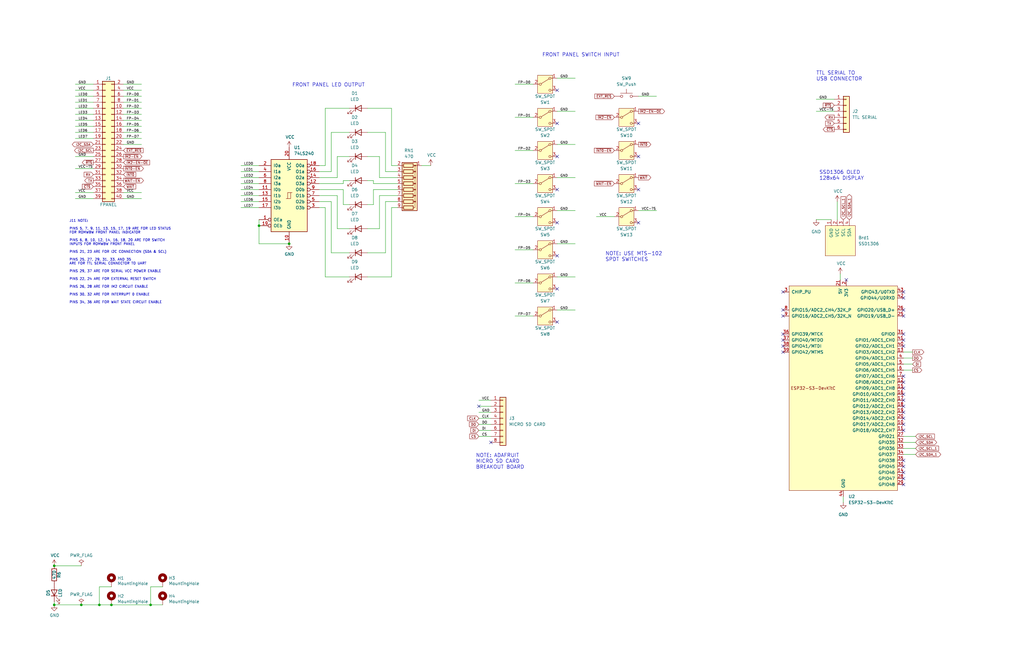
<source format=kicad_sch>
(kicad_sch
	(version 20231120)
	(generator "eeschema")
	(generator_version "8.0")
	(uuid "1447dd13-6c30-4fd2-a801-1e9d966a89dc")
	(paper "B")
	(title_block
		(date "2024-11-02")
		(rev "V1.0")
	)
	(lib_symbols
		(symbol "74xx:74LS240"
			(pin_names
				(offset 1.016)
			)
			(exclude_from_sim no)
			(in_bom yes)
			(on_board yes)
			(property "Reference" "U"
				(at -7.62 16.51 0)
				(effects
					(font
						(size 1.27 1.27)
					)
				)
			)
			(property "Value" "74LS240"
				(at -7.62 -16.51 0)
				(effects
					(font
						(size 1.27 1.27)
					)
				)
			)
			(property "Footprint" ""
				(at 0 0 0)
				(effects
					(font
						(size 1.27 1.27)
					)
					(hide yes)
				)
			)
			(property "Datasheet" "http://www.ti.com/lit/ds/symlink/sn74ls240.pdf"
				(at 0 0 0)
				(effects
					(font
						(size 1.27 1.27)
					)
					(hide yes)
				)
			)
			(property "Description" "Octal Buffer and Line Driver With 3-State Output, active-low enables, inverting outputs"
				(at 0 0 0)
				(effects
					(font
						(size 1.27 1.27)
					)
					(hide yes)
				)
			)
			(property "ki_keywords" "7400 logic ttl low power schottky"
				(at 0 0 0)
				(effects
					(font
						(size 1.27 1.27)
					)
					(hide yes)
				)
			)
			(property "ki_fp_filters" "DIP?20*"
				(at 0 0 0)
				(effects
					(font
						(size 1.27 1.27)
					)
					(hide yes)
				)
			)
			(symbol "74LS240_1_0"
				(polyline
					(pts
						(xy -0.635 -1.27) (xy -0.635 1.27) (xy 0.635 1.27)
					)
					(stroke
						(width 0)
						(type default)
					)
					(fill
						(type none)
					)
				)
				(polyline
					(pts
						(xy -1.27 -1.27) (xy 0.635 -1.27) (xy 0.635 1.27) (xy 1.27 1.27)
					)
					(stroke
						(width 0)
						(type default)
					)
					(fill
						(type none)
					)
				)
				(pin input inverted
					(at -12.7 -10.16 0)
					(length 5.08)
					(name "OEa"
						(effects
							(font
								(size 1.27 1.27)
							)
						)
					)
					(number "1"
						(effects
							(font
								(size 1.27 1.27)
							)
						)
					)
				)
				(pin power_in line
					(at 0 -20.32 90)
					(length 5.08)
					(name "GND"
						(effects
							(font
								(size 1.27 1.27)
							)
						)
					)
					(number "10"
						(effects
							(font
								(size 1.27 1.27)
							)
						)
					)
				)
				(pin input line
					(at -12.7 2.54 0)
					(length 5.08)
					(name "I0b"
						(effects
							(font
								(size 1.27 1.27)
							)
						)
					)
					(number "11"
						(effects
							(font
								(size 1.27 1.27)
							)
						)
					)
				)
				(pin tri_state inverted
					(at 12.7 5.08 180)
					(length 5.08)
					(name "O3a"
						(effects
							(font
								(size 1.27 1.27)
							)
						)
					)
					(number "12"
						(effects
							(font
								(size 1.27 1.27)
							)
						)
					)
				)
				(pin input line
					(at -12.7 0 0)
					(length 5.08)
					(name "I1b"
						(effects
							(font
								(size 1.27 1.27)
							)
						)
					)
					(number "13"
						(effects
							(font
								(size 1.27 1.27)
							)
						)
					)
				)
				(pin tri_state inverted
					(at 12.7 7.62 180)
					(length 5.08)
					(name "O2a"
						(effects
							(font
								(size 1.27 1.27)
							)
						)
					)
					(number "14"
						(effects
							(font
								(size 1.27 1.27)
							)
						)
					)
				)
				(pin input line
					(at -12.7 -2.54 0)
					(length 5.08)
					(name "I2b"
						(effects
							(font
								(size 1.27 1.27)
							)
						)
					)
					(number "15"
						(effects
							(font
								(size 1.27 1.27)
							)
						)
					)
				)
				(pin tri_state inverted
					(at 12.7 10.16 180)
					(length 5.08)
					(name "O1a"
						(effects
							(font
								(size 1.27 1.27)
							)
						)
					)
					(number "16"
						(effects
							(font
								(size 1.27 1.27)
							)
						)
					)
				)
				(pin input line
					(at -12.7 -5.08 0)
					(length 5.08)
					(name "I3b"
						(effects
							(font
								(size 1.27 1.27)
							)
						)
					)
					(number "17"
						(effects
							(font
								(size 1.27 1.27)
							)
						)
					)
				)
				(pin tri_state inverted
					(at 12.7 12.7 180)
					(length 5.08)
					(name "O0a"
						(effects
							(font
								(size 1.27 1.27)
							)
						)
					)
					(number "18"
						(effects
							(font
								(size 1.27 1.27)
							)
						)
					)
				)
				(pin input inverted
					(at -12.7 -12.7 0)
					(length 5.08)
					(name "OEb"
						(effects
							(font
								(size 1.27 1.27)
							)
						)
					)
					(number "19"
						(effects
							(font
								(size 1.27 1.27)
							)
						)
					)
				)
				(pin input line
					(at -12.7 12.7 0)
					(length 5.08)
					(name "I0a"
						(effects
							(font
								(size 1.27 1.27)
							)
						)
					)
					(number "2"
						(effects
							(font
								(size 1.27 1.27)
							)
						)
					)
				)
				(pin power_in line
					(at 0 20.32 270)
					(length 5.08)
					(name "VCC"
						(effects
							(font
								(size 1.27 1.27)
							)
						)
					)
					(number "20"
						(effects
							(font
								(size 1.27 1.27)
							)
						)
					)
				)
				(pin tri_state inverted
					(at 12.7 -5.08 180)
					(length 5.08)
					(name "O3b"
						(effects
							(font
								(size 1.27 1.27)
							)
						)
					)
					(number "3"
						(effects
							(font
								(size 1.27 1.27)
							)
						)
					)
				)
				(pin input line
					(at -12.7 10.16 0)
					(length 5.08)
					(name "I1a"
						(effects
							(font
								(size 1.27 1.27)
							)
						)
					)
					(number "4"
						(effects
							(font
								(size 1.27 1.27)
							)
						)
					)
				)
				(pin tri_state inverted
					(at 12.7 -2.54 180)
					(length 5.08)
					(name "O2b"
						(effects
							(font
								(size 1.27 1.27)
							)
						)
					)
					(number "5"
						(effects
							(font
								(size 1.27 1.27)
							)
						)
					)
				)
				(pin input line
					(at -12.7 7.62 0)
					(length 5.08)
					(name "I2a"
						(effects
							(font
								(size 1.27 1.27)
							)
						)
					)
					(number "6"
						(effects
							(font
								(size 1.27 1.27)
							)
						)
					)
				)
				(pin tri_state inverted
					(at 12.7 0 180)
					(length 5.08)
					(name "O1b"
						(effects
							(font
								(size 1.27 1.27)
							)
						)
					)
					(number "7"
						(effects
							(font
								(size 1.27 1.27)
							)
						)
					)
				)
				(pin input line
					(at -12.7 5.08 0)
					(length 5.08)
					(name "I3a"
						(effects
							(font
								(size 1.27 1.27)
							)
						)
					)
					(number "8"
						(effects
							(font
								(size 1.27 1.27)
							)
						)
					)
				)
				(pin tri_state inverted
					(at 12.7 2.54 180)
					(length 5.08)
					(name "O0b"
						(effects
							(font
								(size 1.27 1.27)
							)
						)
					)
					(number "9"
						(effects
							(font
								(size 1.27 1.27)
							)
						)
					)
				)
			)
			(symbol "74LS240_1_1"
				(rectangle
					(start -7.62 15.24)
					(end 7.62 -15.24)
					(stroke
						(width 0.254)
						(type default)
					)
					(fill
						(type background)
					)
				)
			)
		)
		(symbol "Connector_Generic:Conn_01x06"
			(pin_names
				(offset 1.016) hide)
			(exclude_from_sim no)
			(in_bom yes)
			(on_board yes)
			(property "Reference" "J"
				(at 0 7.62 0)
				(effects
					(font
						(size 1.27 1.27)
					)
				)
			)
			(property "Value" "Conn_01x06"
				(at 0 -10.16 0)
				(effects
					(font
						(size 1.27 1.27)
					)
				)
			)
			(property "Footprint" ""
				(at 0 0 0)
				(effects
					(font
						(size 1.27 1.27)
					)
					(hide yes)
				)
			)
			(property "Datasheet" "~"
				(at 0 0 0)
				(effects
					(font
						(size 1.27 1.27)
					)
					(hide yes)
				)
			)
			(property "Description" "Generic connector, single row, 01x06, script generated (kicad-library-utils/schlib/autogen/connector/)"
				(at 0 0 0)
				(effects
					(font
						(size 1.27 1.27)
					)
					(hide yes)
				)
			)
			(property "ki_keywords" "connector"
				(at 0 0 0)
				(effects
					(font
						(size 1.27 1.27)
					)
					(hide yes)
				)
			)
			(property "ki_fp_filters" "Connector*:*_1x??_*"
				(at 0 0 0)
				(effects
					(font
						(size 1.27 1.27)
					)
					(hide yes)
				)
			)
			(symbol "Conn_01x06_1_1"
				(rectangle
					(start -1.27 -7.493)
					(end 0 -7.747)
					(stroke
						(width 0.1524)
						(type default)
					)
					(fill
						(type none)
					)
				)
				(rectangle
					(start -1.27 -4.953)
					(end 0 -5.207)
					(stroke
						(width 0.1524)
						(type default)
					)
					(fill
						(type none)
					)
				)
				(rectangle
					(start -1.27 -2.413)
					(end 0 -2.667)
					(stroke
						(width 0.1524)
						(type default)
					)
					(fill
						(type none)
					)
				)
				(rectangle
					(start -1.27 0.127)
					(end 0 -0.127)
					(stroke
						(width 0.1524)
						(type default)
					)
					(fill
						(type none)
					)
				)
				(rectangle
					(start -1.27 2.667)
					(end 0 2.413)
					(stroke
						(width 0.1524)
						(type default)
					)
					(fill
						(type none)
					)
				)
				(rectangle
					(start -1.27 5.207)
					(end 0 4.953)
					(stroke
						(width 0.1524)
						(type default)
					)
					(fill
						(type none)
					)
				)
				(rectangle
					(start -1.27 6.35)
					(end 1.27 -8.89)
					(stroke
						(width 0.254)
						(type default)
					)
					(fill
						(type background)
					)
				)
				(pin passive line
					(at -5.08 5.08 0)
					(length 3.81)
					(name "Pin_1"
						(effects
							(font
								(size 1.27 1.27)
							)
						)
					)
					(number "1"
						(effects
							(font
								(size 1.27 1.27)
							)
						)
					)
				)
				(pin passive line
					(at -5.08 2.54 0)
					(length 3.81)
					(name "Pin_2"
						(effects
							(font
								(size 1.27 1.27)
							)
						)
					)
					(number "2"
						(effects
							(font
								(size 1.27 1.27)
							)
						)
					)
				)
				(pin passive line
					(at -5.08 0 0)
					(length 3.81)
					(name "Pin_3"
						(effects
							(font
								(size 1.27 1.27)
							)
						)
					)
					(number "3"
						(effects
							(font
								(size 1.27 1.27)
							)
						)
					)
				)
				(pin passive line
					(at -5.08 -2.54 0)
					(length 3.81)
					(name "Pin_4"
						(effects
							(font
								(size 1.27 1.27)
							)
						)
					)
					(number "4"
						(effects
							(font
								(size 1.27 1.27)
							)
						)
					)
				)
				(pin passive line
					(at -5.08 -5.08 0)
					(length 3.81)
					(name "Pin_5"
						(effects
							(font
								(size 1.27 1.27)
							)
						)
					)
					(number "5"
						(effects
							(font
								(size 1.27 1.27)
							)
						)
					)
				)
				(pin passive line
					(at -5.08 -7.62 0)
					(length 3.81)
					(name "Pin_6"
						(effects
							(font
								(size 1.27 1.27)
							)
						)
					)
					(number "6"
						(effects
							(font
								(size 1.27 1.27)
							)
						)
					)
				)
			)
		)
		(symbol "Connector_Generic:Conn_01x08"
			(pin_names
				(offset 1.016) hide)
			(exclude_from_sim no)
			(in_bom yes)
			(on_board yes)
			(property "Reference" "J"
				(at 0 10.16 0)
				(effects
					(font
						(size 1.27 1.27)
					)
				)
			)
			(property "Value" "Conn_01x08"
				(at 0 -12.7 0)
				(effects
					(font
						(size 1.27 1.27)
					)
				)
			)
			(property "Footprint" ""
				(at 0 0 0)
				(effects
					(font
						(size 1.27 1.27)
					)
					(hide yes)
				)
			)
			(property "Datasheet" "~"
				(at 0 0 0)
				(effects
					(font
						(size 1.27 1.27)
					)
					(hide yes)
				)
			)
			(property "Description" "Generic connector, single row, 01x08, script generated (kicad-library-utils/schlib/autogen/connector/)"
				(at 0 0 0)
				(effects
					(font
						(size 1.27 1.27)
					)
					(hide yes)
				)
			)
			(property "ki_keywords" "connector"
				(at 0 0 0)
				(effects
					(font
						(size 1.27 1.27)
					)
					(hide yes)
				)
			)
			(property "ki_fp_filters" "Connector*:*_1x??_*"
				(at 0 0 0)
				(effects
					(font
						(size 1.27 1.27)
					)
					(hide yes)
				)
			)
			(symbol "Conn_01x08_1_1"
				(rectangle
					(start -1.27 -10.033)
					(end 0 -10.287)
					(stroke
						(width 0.1524)
						(type default)
					)
					(fill
						(type none)
					)
				)
				(rectangle
					(start -1.27 -7.493)
					(end 0 -7.747)
					(stroke
						(width 0.1524)
						(type default)
					)
					(fill
						(type none)
					)
				)
				(rectangle
					(start -1.27 -4.953)
					(end 0 -5.207)
					(stroke
						(width 0.1524)
						(type default)
					)
					(fill
						(type none)
					)
				)
				(rectangle
					(start -1.27 -2.413)
					(end 0 -2.667)
					(stroke
						(width 0.1524)
						(type default)
					)
					(fill
						(type none)
					)
				)
				(rectangle
					(start -1.27 0.127)
					(end 0 -0.127)
					(stroke
						(width 0.1524)
						(type default)
					)
					(fill
						(type none)
					)
				)
				(rectangle
					(start -1.27 2.667)
					(end 0 2.413)
					(stroke
						(width 0.1524)
						(type default)
					)
					(fill
						(type none)
					)
				)
				(rectangle
					(start -1.27 5.207)
					(end 0 4.953)
					(stroke
						(width 0.1524)
						(type default)
					)
					(fill
						(type none)
					)
				)
				(rectangle
					(start -1.27 7.747)
					(end 0 7.493)
					(stroke
						(width 0.1524)
						(type default)
					)
					(fill
						(type none)
					)
				)
				(rectangle
					(start -1.27 8.89)
					(end 1.27 -11.43)
					(stroke
						(width 0.254)
						(type default)
					)
					(fill
						(type background)
					)
				)
				(pin passive line
					(at -5.08 7.62 0)
					(length 3.81)
					(name "Pin_1"
						(effects
							(font
								(size 1.27 1.27)
							)
						)
					)
					(number "1"
						(effects
							(font
								(size 1.27 1.27)
							)
						)
					)
				)
				(pin passive line
					(at -5.08 5.08 0)
					(length 3.81)
					(name "Pin_2"
						(effects
							(font
								(size 1.27 1.27)
							)
						)
					)
					(number "2"
						(effects
							(font
								(size 1.27 1.27)
							)
						)
					)
				)
				(pin passive line
					(at -5.08 2.54 0)
					(length 3.81)
					(name "Pin_3"
						(effects
							(font
								(size 1.27 1.27)
							)
						)
					)
					(number "3"
						(effects
							(font
								(size 1.27 1.27)
							)
						)
					)
				)
				(pin passive line
					(at -5.08 0 0)
					(length 3.81)
					(name "Pin_4"
						(effects
							(font
								(size 1.27 1.27)
							)
						)
					)
					(number "4"
						(effects
							(font
								(size 1.27 1.27)
							)
						)
					)
				)
				(pin passive line
					(at -5.08 -2.54 0)
					(length 3.81)
					(name "Pin_5"
						(effects
							(font
								(size 1.27 1.27)
							)
						)
					)
					(number "5"
						(effects
							(font
								(size 1.27 1.27)
							)
						)
					)
				)
				(pin passive line
					(at -5.08 -5.08 0)
					(length 3.81)
					(name "Pin_6"
						(effects
							(font
								(size 1.27 1.27)
							)
						)
					)
					(number "6"
						(effects
							(font
								(size 1.27 1.27)
							)
						)
					)
				)
				(pin passive line
					(at -5.08 -7.62 0)
					(length 3.81)
					(name "Pin_7"
						(effects
							(font
								(size 1.27 1.27)
							)
						)
					)
					(number "7"
						(effects
							(font
								(size 1.27 1.27)
							)
						)
					)
				)
				(pin passive line
					(at -5.08 -10.16 0)
					(length 3.81)
					(name "Pin_8"
						(effects
							(font
								(size 1.27 1.27)
							)
						)
					)
					(number "8"
						(effects
							(font
								(size 1.27 1.27)
							)
						)
					)
				)
			)
		)
		(symbol "Connector_Generic:Conn_02x20_Odd_Even"
			(pin_names
				(offset 1.016) hide)
			(exclude_from_sim no)
			(in_bom yes)
			(on_board yes)
			(property "Reference" "J"
				(at 1.27 25.4 0)
				(effects
					(font
						(size 1.27 1.27)
					)
				)
			)
			(property "Value" "Conn_02x20_Odd_Even"
				(at 1.27 -27.94 0)
				(effects
					(font
						(size 1.27 1.27)
					)
				)
			)
			(property "Footprint" ""
				(at 0 0 0)
				(effects
					(font
						(size 1.27 1.27)
					)
					(hide yes)
				)
			)
			(property "Datasheet" "~"
				(at 0 0 0)
				(effects
					(font
						(size 1.27 1.27)
					)
					(hide yes)
				)
			)
			(property "Description" "Generic connector, double row, 02x20, odd/even pin numbering scheme (row 1 odd numbers, row 2 even numbers), script generated (kicad-library-utils/schlib/autogen/connector/)"
				(at 0 0 0)
				(effects
					(font
						(size 1.27 1.27)
					)
					(hide yes)
				)
			)
			(property "ki_keywords" "connector"
				(at 0 0 0)
				(effects
					(font
						(size 1.27 1.27)
					)
					(hide yes)
				)
			)
			(property "ki_fp_filters" "Connector*:*_2x??_*"
				(at 0 0 0)
				(effects
					(font
						(size 1.27 1.27)
					)
					(hide yes)
				)
			)
			(symbol "Conn_02x20_Odd_Even_1_1"
				(rectangle
					(start -1.27 -25.273)
					(end 0 -25.527)
					(stroke
						(width 0.1524)
						(type default)
					)
					(fill
						(type none)
					)
				)
				(rectangle
					(start -1.27 -22.733)
					(end 0 -22.987)
					(stroke
						(width 0.1524)
						(type default)
					)
					(fill
						(type none)
					)
				)
				(rectangle
					(start -1.27 -20.193)
					(end 0 -20.447)
					(stroke
						(width 0.1524)
						(type default)
					)
					(fill
						(type none)
					)
				)
				(rectangle
					(start -1.27 -17.653)
					(end 0 -17.907)
					(stroke
						(width 0.1524)
						(type default)
					)
					(fill
						(type none)
					)
				)
				(rectangle
					(start -1.27 -15.113)
					(end 0 -15.367)
					(stroke
						(width 0.1524)
						(type default)
					)
					(fill
						(type none)
					)
				)
				(rectangle
					(start -1.27 -12.573)
					(end 0 -12.827)
					(stroke
						(width 0.1524)
						(type default)
					)
					(fill
						(type none)
					)
				)
				(rectangle
					(start -1.27 -10.033)
					(end 0 -10.287)
					(stroke
						(width 0.1524)
						(type default)
					)
					(fill
						(type none)
					)
				)
				(rectangle
					(start -1.27 -7.493)
					(end 0 -7.747)
					(stroke
						(width 0.1524)
						(type default)
					)
					(fill
						(type none)
					)
				)
				(rectangle
					(start -1.27 -4.953)
					(end 0 -5.207)
					(stroke
						(width 0.1524)
						(type default)
					)
					(fill
						(type none)
					)
				)
				(rectangle
					(start -1.27 -2.413)
					(end 0 -2.667)
					(stroke
						(width 0.1524)
						(type default)
					)
					(fill
						(type none)
					)
				)
				(rectangle
					(start -1.27 0.127)
					(end 0 -0.127)
					(stroke
						(width 0.1524)
						(type default)
					)
					(fill
						(type none)
					)
				)
				(rectangle
					(start -1.27 2.667)
					(end 0 2.413)
					(stroke
						(width 0.1524)
						(type default)
					)
					(fill
						(type none)
					)
				)
				(rectangle
					(start -1.27 5.207)
					(end 0 4.953)
					(stroke
						(width 0.1524)
						(type default)
					)
					(fill
						(type none)
					)
				)
				(rectangle
					(start -1.27 7.747)
					(end 0 7.493)
					(stroke
						(width 0.1524)
						(type default)
					)
					(fill
						(type none)
					)
				)
				(rectangle
					(start -1.27 10.287)
					(end 0 10.033)
					(stroke
						(width 0.1524)
						(type default)
					)
					(fill
						(type none)
					)
				)
				(rectangle
					(start -1.27 12.827)
					(end 0 12.573)
					(stroke
						(width 0.1524)
						(type default)
					)
					(fill
						(type none)
					)
				)
				(rectangle
					(start -1.27 15.367)
					(end 0 15.113)
					(stroke
						(width 0.1524)
						(type default)
					)
					(fill
						(type none)
					)
				)
				(rectangle
					(start -1.27 17.907)
					(end 0 17.653)
					(stroke
						(width 0.1524)
						(type default)
					)
					(fill
						(type none)
					)
				)
				(rectangle
					(start -1.27 20.447)
					(end 0 20.193)
					(stroke
						(width 0.1524)
						(type default)
					)
					(fill
						(type none)
					)
				)
				(rectangle
					(start -1.27 22.987)
					(end 0 22.733)
					(stroke
						(width 0.1524)
						(type default)
					)
					(fill
						(type none)
					)
				)
				(rectangle
					(start -1.27 24.13)
					(end 3.81 -26.67)
					(stroke
						(width 0.254)
						(type default)
					)
					(fill
						(type background)
					)
				)
				(rectangle
					(start 3.81 -25.273)
					(end 2.54 -25.527)
					(stroke
						(width 0.1524)
						(type default)
					)
					(fill
						(type none)
					)
				)
				(rectangle
					(start 3.81 -22.733)
					(end 2.54 -22.987)
					(stroke
						(width 0.1524)
						(type default)
					)
					(fill
						(type none)
					)
				)
				(rectangle
					(start 3.81 -20.193)
					(end 2.54 -20.447)
					(stroke
						(width 0.1524)
						(type default)
					)
					(fill
						(type none)
					)
				)
				(rectangle
					(start 3.81 -17.653)
					(end 2.54 -17.907)
					(stroke
						(width 0.1524)
						(type default)
					)
					(fill
						(type none)
					)
				)
				(rectangle
					(start 3.81 -15.113)
					(end 2.54 -15.367)
					(stroke
						(width 0.1524)
						(type default)
					)
					(fill
						(type none)
					)
				)
				(rectangle
					(start 3.81 -12.573)
					(end 2.54 -12.827)
					(stroke
						(width 0.1524)
						(type default)
					)
					(fill
						(type none)
					)
				)
				(rectangle
					(start 3.81 -10.033)
					(end 2.54 -10.287)
					(stroke
						(width 0.1524)
						(type default)
					)
					(fill
						(type none)
					)
				)
				(rectangle
					(start 3.81 -7.493)
					(end 2.54 -7.747)
					(stroke
						(width 0.1524)
						(type default)
					)
					(fill
						(type none)
					)
				)
				(rectangle
					(start 3.81 -4.953)
					(end 2.54 -5.207)
					(stroke
						(width 0.1524)
						(type default)
					)
					(fill
						(type none)
					)
				)
				(rectangle
					(start 3.81 -2.413)
					(end 2.54 -2.667)
					(stroke
						(width 0.1524)
						(type default)
					)
					(fill
						(type none)
					)
				)
				(rectangle
					(start 3.81 0.127)
					(end 2.54 -0.127)
					(stroke
						(width 0.1524)
						(type default)
					)
					(fill
						(type none)
					)
				)
				(rectangle
					(start 3.81 2.667)
					(end 2.54 2.413)
					(stroke
						(width 0.1524)
						(type default)
					)
					(fill
						(type none)
					)
				)
				(rectangle
					(start 3.81 5.207)
					(end 2.54 4.953)
					(stroke
						(width 0.1524)
						(type default)
					)
					(fill
						(type none)
					)
				)
				(rectangle
					(start 3.81 7.747)
					(end 2.54 7.493)
					(stroke
						(width 0.1524)
						(type default)
					)
					(fill
						(type none)
					)
				)
				(rectangle
					(start 3.81 10.287)
					(end 2.54 10.033)
					(stroke
						(width 0.1524)
						(type default)
					)
					(fill
						(type none)
					)
				)
				(rectangle
					(start 3.81 12.827)
					(end 2.54 12.573)
					(stroke
						(width 0.1524)
						(type default)
					)
					(fill
						(type none)
					)
				)
				(rectangle
					(start 3.81 15.367)
					(end 2.54 15.113)
					(stroke
						(width 0.1524)
						(type default)
					)
					(fill
						(type none)
					)
				)
				(rectangle
					(start 3.81 17.907)
					(end 2.54 17.653)
					(stroke
						(width 0.1524)
						(type default)
					)
					(fill
						(type none)
					)
				)
				(rectangle
					(start 3.81 20.447)
					(end 2.54 20.193)
					(stroke
						(width 0.1524)
						(type default)
					)
					(fill
						(type none)
					)
				)
				(rectangle
					(start 3.81 22.987)
					(end 2.54 22.733)
					(stroke
						(width 0.1524)
						(type default)
					)
					(fill
						(type none)
					)
				)
				(pin passive line
					(at -5.08 22.86 0)
					(length 3.81)
					(name "Pin_1"
						(effects
							(font
								(size 1.27 1.27)
							)
						)
					)
					(number "1"
						(effects
							(font
								(size 1.27 1.27)
							)
						)
					)
				)
				(pin passive line
					(at 7.62 12.7 180)
					(length 3.81)
					(name "Pin_10"
						(effects
							(font
								(size 1.27 1.27)
							)
						)
					)
					(number "10"
						(effects
							(font
								(size 1.27 1.27)
							)
						)
					)
				)
				(pin passive line
					(at -5.08 10.16 0)
					(length 3.81)
					(name "Pin_11"
						(effects
							(font
								(size 1.27 1.27)
							)
						)
					)
					(number "11"
						(effects
							(font
								(size 1.27 1.27)
							)
						)
					)
				)
				(pin passive line
					(at 7.62 10.16 180)
					(length 3.81)
					(name "Pin_12"
						(effects
							(font
								(size 1.27 1.27)
							)
						)
					)
					(number "12"
						(effects
							(font
								(size 1.27 1.27)
							)
						)
					)
				)
				(pin passive line
					(at -5.08 7.62 0)
					(length 3.81)
					(name "Pin_13"
						(effects
							(font
								(size 1.27 1.27)
							)
						)
					)
					(number "13"
						(effects
							(font
								(size 1.27 1.27)
							)
						)
					)
				)
				(pin passive line
					(at 7.62 7.62 180)
					(length 3.81)
					(name "Pin_14"
						(effects
							(font
								(size 1.27 1.27)
							)
						)
					)
					(number "14"
						(effects
							(font
								(size 1.27 1.27)
							)
						)
					)
				)
				(pin passive line
					(at -5.08 5.08 0)
					(length 3.81)
					(name "Pin_15"
						(effects
							(font
								(size 1.27 1.27)
							)
						)
					)
					(number "15"
						(effects
							(font
								(size 1.27 1.27)
							)
						)
					)
				)
				(pin passive line
					(at 7.62 5.08 180)
					(length 3.81)
					(name "Pin_16"
						(effects
							(font
								(size 1.27 1.27)
							)
						)
					)
					(number "16"
						(effects
							(font
								(size 1.27 1.27)
							)
						)
					)
				)
				(pin passive line
					(at -5.08 2.54 0)
					(length 3.81)
					(name "Pin_17"
						(effects
							(font
								(size 1.27 1.27)
							)
						)
					)
					(number "17"
						(effects
							(font
								(size 1.27 1.27)
							)
						)
					)
				)
				(pin passive line
					(at 7.62 2.54 180)
					(length 3.81)
					(name "Pin_18"
						(effects
							(font
								(size 1.27 1.27)
							)
						)
					)
					(number "18"
						(effects
							(font
								(size 1.27 1.27)
							)
						)
					)
				)
				(pin passive line
					(at -5.08 0 0)
					(length 3.81)
					(name "Pin_19"
						(effects
							(font
								(size 1.27 1.27)
							)
						)
					)
					(number "19"
						(effects
							(font
								(size 1.27 1.27)
							)
						)
					)
				)
				(pin passive line
					(at 7.62 22.86 180)
					(length 3.81)
					(name "Pin_2"
						(effects
							(font
								(size 1.27 1.27)
							)
						)
					)
					(number "2"
						(effects
							(font
								(size 1.27 1.27)
							)
						)
					)
				)
				(pin passive line
					(at 7.62 0 180)
					(length 3.81)
					(name "Pin_20"
						(effects
							(font
								(size 1.27 1.27)
							)
						)
					)
					(number "20"
						(effects
							(font
								(size 1.27 1.27)
							)
						)
					)
				)
				(pin passive line
					(at -5.08 -2.54 0)
					(length 3.81)
					(name "Pin_21"
						(effects
							(font
								(size 1.27 1.27)
							)
						)
					)
					(number "21"
						(effects
							(font
								(size 1.27 1.27)
							)
						)
					)
				)
				(pin passive line
					(at 7.62 -2.54 180)
					(length 3.81)
					(name "Pin_22"
						(effects
							(font
								(size 1.27 1.27)
							)
						)
					)
					(number "22"
						(effects
							(font
								(size 1.27 1.27)
							)
						)
					)
				)
				(pin passive line
					(at -5.08 -5.08 0)
					(length 3.81)
					(name "Pin_23"
						(effects
							(font
								(size 1.27 1.27)
							)
						)
					)
					(number "23"
						(effects
							(font
								(size 1.27 1.27)
							)
						)
					)
				)
				(pin passive line
					(at 7.62 -5.08 180)
					(length 3.81)
					(name "Pin_24"
						(effects
							(font
								(size 1.27 1.27)
							)
						)
					)
					(number "24"
						(effects
							(font
								(size 1.27 1.27)
							)
						)
					)
				)
				(pin passive line
					(at -5.08 -7.62 0)
					(length 3.81)
					(name "Pin_25"
						(effects
							(font
								(size 1.27 1.27)
							)
						)
					)
					(number "25"
						(effects
							(font
								(size 1.27 1.27)
							)
						)
					)
				)
				(pin passive line
					(at 7.62 -7.62 180)
					(length 3.81)
					(name "Pin_26"
						(effects
							(font
								(size 1.27 1.27)
							)
						)
					)
					(number "26"
						(effects
							(font
								(size 1.27 1.27)
							)
						)
					)
				)
				(pin passive line
					(at -5.08 -10.16 0)
					(length 3.81)
					(name "Pin_27"
						(effects
							(font
								(size 1.27 1.27)
							)
						)
					)
					(number "27"
						(effects
							(font
								(size 1.27 1.27)
							)
						)
					)
				)
				(pin passive line
					(at 7.62 -10.16 180)
					(length 3.81)
					(name "Pin_28"
						(effects
							(font
								(size 1.27 1.27)
							)
						)
					)
					(number "28"
						(effects
							(font
								(size 1.27 1.27)
							)
						)
					)
				)
				(pin passive line
					(at -5.08 -12.7 0)
					(length 3.81)
					(name "Pin_29"
						(effects
							(font
								(size 1.27 1.27)
							)
						)
					)
					(number "29"
						(effects
							(font
								(size 1.27 1.27)
							)
						)
					)
				)
				(pin passive line
					(at -5.08 20.32 0)
					(length 3.81)
					(name "Pin_3"
						(effects
							(font
								(size 1.27 1.27)
							)
						)
					)
					(number "3"
						(effects
							(font
								(size 1.27 1.27)
							)
						)
					)
				)
				(pin passive line
					(at 7.62 -12.7 180)
					(length 3.81)
					(name "Pin_30"
						(effects
							(font
								(size 1.27 1.27)
							)
						)
					)
					(number "30"
						(effects
							(font
								(size 1.27 1.27)
							)
						)
					)
				)
				(pin passive line
					(at -5.08 -15.24 0)
					(length 3.81)
					(name "Pin_31"
						(effects
							(font
								(size 1.27 1.27)
							)
						)
					)
					(number "31"
						(effects
							(font
								(size 1.27 1.27)
							)
						)
					)
				)
				(pin passive line
					(at 7.62 -15.24 180)
					(length 3.81)
					(name "Pin_32"
						(effects
							(font
								(size 1.27 1.27)
							)
						)
					)
					(number "32"
						(effects
							(font
								(size 1.27 1.27)
							)
						)
					)
				)
				(pin passive line
					(at -5.08 -17.78 0)
					(length 3.81)
					(name "Pin_33"
						(effects
							(font
								(size 1.27 1.27)
							)
						)
					)
					(number "33"
						(effects
							(font
								(size 1.27 1.27)
							)
						)
					)
				)
				(pin passive line
					(at 7.62 -17.78 180)
					(length 3.81)
					(name "Pin_34"
						(effects
							(font
								(size 1.27 1.27)
							)
						)
					)
					(number "34"
						(effects
							(font
								(size 1.27 1.27)
							)
						)
					)
				)
				(pin passive line
					(at -5.08 -20.32 0)
					(length 3.81)
					(name "Pin_35"
						(effects
							(font
								(size 1.27 1.27)
							)
						)
					)
					(number "35"
						(effects
							(font
								(size 1.27 1.27)
							)
						)
					)
				)
				(pin passive line
					(at 7.62 -20.32 180)
					(length 3.81)
					(name "Pin_36"
						(effects
							(font
								(size 1.27 1.27)
							)
						)
					)
					(number "36"
						(effects
							(font
								(size 1.27 1.27)
							)
						)
					)
				)
				(pin passive line
					(at -5.08 -22.86 0)
					(length 3.81)
					(name "Pin_37"
						(effects
							(font
								(size 1.27 1.27)
							)
						)
					)
					(number "37"
						(effects
							(font
								(size 1.27 1.27)
							)
						)
					)
				)
				(pin passive line
					(at 7.62 -22.86 180)
					(length 3.81)
					(name "Pin_38"
						(effects
							(font
								(size 1.27 1.27)
							)
						)
					)
					(number "38"
						(effects
							(font
								(size 1.27 1.27)
							)
						)
					)
				)
				(pin passive line
					(at -5.08 -25.4 0)
					(length 3.81)
					(name "Pin_39"
						(effects
							(font
								(size 1.27 1.27)
							)
						)
					)
					(number "39"
						(effects
							(font
								(size 1.27 1.27)
							)
						)
					)
				)
				(pin passive line
					(at 7.62 20.32 180)
					(length 3.81)
					(name "Pin_4"
						(effects
							(font
								(size 1.27 1.27)
							)
						)
					)
					(number "4"
						(effects
							(font
								(size 1.27 1.27)
							)
						)
					)
				)
				(pin passive line
					(at 7.62 -25.4 180)
					(length 3.81)
					(name "Pin_40"
						(effects
							(font
								(size 1.27 1.27)
							)
						)
					)
					(number "40"
						(effects
							(font
								(size 1.27 1.27)
							)
						)
					)
				)
				(pin passive line
					(at -5.08 17.78 0)
					(length 3.81)
					(name "Pin_5"
						(effects
							(font
								(size 1.27 1.27)
							)
						)
					)
					(number "5"
						(effects
							(font
								(size 1.27 1.27)
							)
						)
					)
				)
				(pin passive line
					(at 7.62 17.78 180)
					(length 3.81)
					(name "Pin_6"
						(effects
							(font
								(size 1.27 1.27)
							)
						)
					)
					(number "6"
						(effects
							(font
								(size 1.27 1.27)
							)
						)
					)
				)
				(pin passive line
					(at -5.08 15.24 0)
					(length 3.81)
					(name "Pin_7"
						(effects
							(font
								(size 1.27 1.27)
							)
						)
					)
					(number "7"
						(effects
							(font
								(size 1.27 1.27)
							)
						)
					)
				)
				(pin passive line
					(at 7.62 15.24 180)
					(length 3.81)
					(name "Pin_8"
						(effects
							(font
								(size 1.27 1.27)
							)
						)
					)
					(number "8"
						(effects
							(font
								(size 1.27 1.27)
							)
						)
					)
				)
				(pin passive line
					(at -5.08 12.7 0)
					(length 3.81)
					(name "Pin_9"
						(effects
							(font
								(size 1.27 1.27)
							)
						)
					)
					(number "9"
						(effects
							(font
								(size 1.27 1.27)
							)
						)
					)
				)
			)
		)
		(symbol "Device:LED"
			(pin_numbers hide)
			(pin_names
				(offset 1.016) hide)
			(exclude_from_sim no)
			(in_bom yes)
			(on_board yes)
			(property "Reference" "D"
				(at 0 2.54 0)
				(effects
					(font
						(size 1.27 1.27)
					)
				)
			)
			(property "Value" "LED"
				(at 0 -2.54 0)
				(effects
					(font
						(size 1.27 1.27)
					)
				)
			)
			(property "Footprint" ""
				(at 0 0 0)
				(effects
					(font
						(size 1.27 1.27)
					)
					(hide yes)
				)
			)
			(property "Datasheet" "~"
				(at 0 0 0)
				(effects
					(font
						(size 1.27 1.27)
					)
					(hide yes)
				)
			)
			(property "Description" "Light emitting diode"
				(at 0 0 0)
				(effects
					(font
						(size 1.27 1.27)
					)
					(hide yes)
				)
			)
			(property "ki_keywords" "LED diode"
				(at 0 0 0)
				(effects
					(font
						(size 1.27 1.27)
					)
					(hide yes)
				)
			)
			(property "ki_fp_filters" "LED* LED_SMD:* LED_THT:*"
				(at 0 0 0)
				(effects
					(font
						(size 1.27 1.27)
					)
					(hide yes)
				)
			)
			(symbol "LED_0_1"
				(polyline
					(pts
						(xy -1.27 -1.27) (xy -1.27 1.27)
					)
					(stroke
						(width 0.254)
						(type default)
					)
					(fill
						(type none)
					)
				)
				(polyline
					(pts
						(xy -1.27 0) (xy 1.27 0)
					)
					(stroke
						(width 0)
						(type default)
					)
					(fill
						(type none)
					)
				)
				(polyline
					(pts
						(xy 1.27 -1.27) (xy 1.27 1.27) (xy -1.27 0) (xy 1.27 -1.27)
					)
					(stroke
						(width 0.254)
						(type default)
					)
					(fill
						(type none)
					)
				)
				(polyline
					(pts
						(xy -3.048 -0.762) (xy -4.572 -2.286) (xy -3.81 -2.286) (xy -4.572 -2.286) (xy -4.572 -1.524)
					)
					(stroke
						(width 0)
						(type default)
					)
					(fill
						(type none)
					)
				)
				(polyline
					(pts
						(xy -1.778 -0.762) (xy -3.302 -2.286) (xy -2.54 -2.286) (xy -3.302 -2.286) (xy -3.302 -1.524)
					)
					(stroke
						(width 0)
						(type default)
					)
					(fill
						(type none)
					)
				)
			)
			(symbol "LED_1_1"
				(pin passive line
					(at -3.81 0 0)
					(length 2.54)
					(name "K"
						(effects
							(font
								(size 1.27 1.27)
							)
						)
					)
					(number "1"
						(effects
							(font
								(size 1.27 1.27)
							)
						)
					)
				)
				(pin passive line
					(at 3.81 0 180)
					(length 2.54)
					(name "A"
						(effects
							(font
								(size 1.27 1.27)
							)
						)
					)
					(number "2"
						(effects
							(font
								(size 1.27 1.27)
							)
						)
					)
				)
			)
		)
		(symbol "Device:R"
			(pin_numbers hide)
			(pin_names
				(offset 0)
			)
			(exclude_from_sim no)
			(in_bom yes)
			(on_board yes)
			(property "Reference" "R"
				(at 2.032 0 90)
				(effects
					(font
						(size 1.27 1.27)
					)
				)
			)
			(property "Value" "R"
				(at 0 0 90)
				(effects
					(font
						(size 1.27 1.27)
					)
				)
			)
			(property "Footprint" ""
				(at -1.778 0 90)
				(effects
					(font
						(size 1.27 1.27)
					)
					(hide yes)
				)
			)
			(property "Datasheet" "~"
				(at 0 0 0)
				(effects
					(font
						(size 1.27 1.27)
					)
					(hide yes)
				)
			)
			(property "Description" "Resistor"
				(at 0 0 0)
				(effects
					(font
						(size 1.27 1.27)
					)
					(hide yes)
				)
			)
			(property "ki_keywords" "R res resistor"
				(at 0 0 0)
				(effects
					(font
						(size 1.27 1.27)
					)
					(hide yes)
				)
			)
			(property "ki_fp_filters" "R_*"
				(at 0 0 0)
				(effects
					(font
						(size 1.27 1.27)
					)
					(hide yes)
				)
			)
			(symbol "R_0_1"
				(rectangle
					(start -1.016 -2.54)
					(end 1.016 2.54)
					(stroke
						(width 0.254)
						(type default)
					)
					(fill
						(type none)
					)
				)
			)
			(symbol "R_1_1"
				(pin passive line
					(at 0 3.81 270)
					(length 1.27)
					(name "~"
						(effects
							(font
								(size 1.27 1.27)
							)
						)
					)
					(number "1"
						(effects
							(font
								(size 1.27 1.27)
							)
						)
					)
				)
				(pin passive line
					(at 0 -3.81 90)
					(length 1.27)
					(name "~"
						(effects
							(font
								(size 1.27 1.27)
							)
						)
					)
					(number "2"
						(effects
							(font
								(size 1.27 1.27)
							)
						)
					)
				)
			)
		)
		(symbol "Device:R_Network08"
			(pin_names
				(offset 0) hide)
			(exclude_from_sim no)
			(in_bom yes)
			(on_board yes)
			(property "Reference" "RN"
				(at -12.7 0 90)
				(effects
					(font
						(size 1.27 1.27)
					)
				)
			)
			(property "Value" "R_Network08"
				(at 10.16 0 90)
				(effects
					(font
						(size 1.27 1.27)
					)
				)
			)
			(property "Footprint" "Resistor_THT:R_Array_SIP9"
				(at 12.065 0 90)
				(effects
					(font
						(size 1.27 1.27)
					)
					(hide yes)
				)
			)
			(property "Datasheet" "http://www.vishay.com/docs/31509/csc.pdf"
				(at 0 0 0)
				(effects
					(font
						(size 1.27 1.27)
					)
					(hide yes)
				)
			)
			(property "Description" "8 resistor network, star topology, bussed resistors, small symbol"
				(at 0 0 0)
				(effects
					(font
						(size 1.27 1.27)
					)
					(hide yes)
				)
			)
			(property "ki_keywords" "R network star-topology"
				(at 0 0 0)
				(effects
					(font
						(size 1.27 1.27)
					)
					(hide yes)
				)
			)
			(property "ki_fp_filters" "R?Array?SIP*"
				(at 0 0 0)
				(effects
					(font
						(size 1.27 1.27)
					)
					(hide yes)
				)
			)
			(symbol "R_Network08_0_1"
				(rectangle
					(start -11.43 -3.175)
					(end 8.89 3.175)
					(stroke
						(width 0.254)
						(type default)
					)
					(fill
						(type background)
					)
				)
				(rectangle
					(start -10.922 1.524)
					(end -9.398 -2.54)
					(stroke
						(width 0.254)
						(type default)
					)
					(fill
						(type none)
					)
				)
				(circle
					(center -10.16 2.286)
					(radius 0.254)
					(stroke
						(width 0)
						(type default)
					)
					(fill
						(type outline)
					)
				)
				(rectangle
					(start -8.382 1.524)
					(end -6.858 -2.54)
					(stroke
						(width 0.254)
						(type default)
					)
					(fill
						(type none)
					)
				)
				(circle
					(center -7.62 2.286)
					(radius 0.254)
					(stroke
						(width 0)
						(type default)
					)
					(fill
						(type outline)
					)
				)
				(rectangle
					(start -5.842 1.524)
					(end -4.318 -2.54)
					(stroke
						(width 0.254)
						(type default)
					)
					(fill
						(type none)
					)
				)
				(circle
					(center -5.08 2.286)
					(radius 0.254)
					(stroke
						(width 0)
						(type default)
					)
					(fill
						(type outline)
					)
				)
				(rectangle
					(start -3.302 1.524)
					(end -1.778 -2.54)
					(stroke
						(width 0.254)
						(type default)
					)
					(fill
						(type none)
					)
				)
				(circle
					(center -2.54 2.286)
					(radius 0.254)
					(stroke
						(width 0)
						(type default)
					)
					(fill
						(type outline)
					)
				)
				(rectangle
					(start -0.762 1.524)
					(end 0.762 -2.54)
					(stroke
						(width 0.254)
						(type default)
					)
					(fill
						(type none)
					)
				)
				(polyline
					(pts
						(xy -10.16 -2.54) (xy -10.16 -3.81)
					)
					(stroke
						(width 0)
						(type default)
					)
					(fill
						(type none)
					)
				)
				(polyline
					(pts
						(xy -7.62 -2.54) (xy -7.62 -3.81)
					)
					(stroke
						(width 0)
						(type default)
					)
					(fill
						(type none)
					)
				)
				(polyline
					(pts
						(xy -5.08 -2.54) (xy -5.08 -3.81)
					)
					(stroke
						(width 0)
						(type default)
					)
					(fill
						(type none)
					)
				)
				(polyline
					(pts
						(xy -2.54 -2.54) (xy -2.54 -3.81)
					)
					(stroke
						(width 0)
						(type default)
					)
					(fill
						(type none)
					)
				)
				(polyline
					(pts
						(xy 0 -2.54) (xy 0 -3.81)
					)
					(stroke
						(width 0)
						(type default)
					)
					(fill
						(type none)
					)
				)
				(polyline
					(pts
						(xy 2.54 -2.54) (xy 2.54 -3.81)
					)
					(stroke
						(width 0)
						(type default)
					)
					(fill
						(type none)
					)
				)
				(polyline
					(pts
						(xy 5.08 -2.54) (xy 5.08 -3.81)
					)
					(stroke
						(width 0)
						(type default)
					)
					(fill
						(type none)
					)
				)
				(polyline
					(pts
						(xy 7.62 -2.54) (xy 7.62 -3.81)
					)
					(stroke
						(width 0)
						(type default)
					)
					(fill
						(type none)
					)
				)
				(polyline
					(pts
						(xy -10.16 1.524) (xy -10.16 2.286) (xy -7.62 2.286) (xy -7.62 1.524)
					)
					(stroke
						(width 0)
						(type default)
					)
					(fill
						(type none)
					)
				)
				(polyline
					(pts
						(xy -7.62 1.524) (xy -7.62 2.286) (xy -5.08 2.286) (xy -5.08 1.524)
					)
					(stroke
						(width 0)
						(type default)
					)
					(fill
						(type none)
					)
				)
				(polyline
					(pts
						(xy -5.08 1.524) (xy -5.08 2.286) (xy -2.54 2.286) (xy -2.54 1.524)
					)
					(stroke
						(width 0)
						(type default)
					)
					(fill
						(type none)
					)
				)
				(polyline
					(pts
						(xy -2.54 1.524) (xy -2.54 2.286) (xy 0 2.286) (xy 0 1.524)
					)
					(stroke
						(width 0)
						(type default)
					)
					(fill
						(type none)
					)
				)
				(polyline
					(pts
						(xy 0 1.524) (xy 0 2.286) (xy 2.54 2.286) (xy 2.54 1.524)
					)
					(stroke
						(width 0)
						(type default)
					)
					(fill
						(type none)
					)
				)
				(polyline
					(pts
						(xy 2.54 1.524) (xy 2.54 2.286) (xy 5.08 2.286) (xy 5.08 1.524)
					)
					(stroke
						(width 0)
						(type default)
					)
					(fill
						(type none)
					)
				)
				(polyline
					(pts
						(xy 5.08 1.524) (xy 5.08 2.286) (xy 7.62 2.286) (xy 7.62 1.524)
					)
					(stroke
						(width 0)
						(type default)
					)
					(fill
						(type none)
					)
				)
				(circle
					(center 0 2.286)
					(radius 0.254)
					(stroke
						(width 0)
						(type default)
					)
					(fill
						(type outline)
					)
				)
				(rectangle
					(start 1.778 1.524)
					(end 3.302 -2.54)
					(stroke
						(width 0.254)
						(type default)
					)
					(fill
						(type none)
					)
				)
				(circle
					(center 2.54 2.286)
					(radius 0.254)
					(stroke
						(width 0)
						(type default)
					)
					(fill
						(type outline)
					)
				)
				(rectangle
					(start 4.318 1.524)
					(end 5.842 -2.54)
					(stroke
						(width 0.254)
						(type default)
					)
					(fill
						(type none)
					)
				)
				(circle
					(center 5.08 2.286)
					(radius 0.254)
					(stroke
						(width 0)
						(type default)
					)
					(fill
						(type outline)
					)
				)
				(rectangle
					(start 6.858 1.524)
					(end 8.382 -2.54)
					(stroke
						(width 0.254)
						(type default)
					)
					(fill
						(type none)
					)
				)
			)
			(symbol "R_Network08_1_1"
				(pin passive line
					(at -10.16 5.08 270)
					(length 2.54)
					(name "common"
						(effects
							(font
								(size 1.27 1.27)
							)
						)
					)
					(number "1"
						(effects
							(font
								(size 1.27 1.27)
							)
						)
					)
				)
				(pin passive line
					(at -10.16 -5.08 90)
					(length 1.27)
					(name "R1"
						(effects
							(font
								(size 1.27 1.27)
							)
						)
					)
					(number "2"
						(effects
							(font
								(size 1.27 1.27)
							)
						)
					)
				)
				(pin passive line
					(at -7.62 -5.08 90)
					(length 1.27)
					(name "R2"
						(effects
							(font
								(size 1.27 1.27)
							)
						)
					)
					(number "3"
						(effects
							(font
								(size 1.27 1.27)
							)
						)
					)
				)
				(pin passive line
					(at -5.08 -5.08 90)
					(length 1.27)
					(name "R3"
						(effects
							(font
								(size 1.27 1.27)
							)
						)
					)
					(number "4"
						(effects
							(font
								(size 1.27 1.27)
							)
						)
					)
				)
				(pin passive line
					(at -2.54 -5.08 90)
					(length 1.27)
					(name "R4"
						(effects
							(font
								(size 1.27 1.27)
							)
						)
					)
					(number "5"
						(effects
							(font
								(size 1.27 1.27)
							)
						)
					)
				)
				(pin passive line
					(at 0 -5.08 90)
					(length 1.27)
					(name "R5"
						(effects
							(font
								(size 1.27 1.27)
							)
						)
					)
					(number "6"
						(effects
							(font
								(size 1.27 1.27)
							)
						)
					)
				)
				(pin passive line
					(at 2.54 -5.08 90)
					(length 1.27)
					(name "R6"
						(effects
							(font
								(size 1.27 1.27)
							)
						)
					)
					(number "7"
						(effects
							(font
								(size 1.27 1.27)
							)
						)
					)
				)
				(pin passive line
					(at 5.08 -5.08 90)
					(length 1.27)
					(name "R7"
						(effects
							(font
								(size 1.27 1.27)
							)
						)
					)
					(number "8"
						(effects
							(font
								(size 1.27 1.27)
							)
						)
					)
				)
				(pin passive line
					(at 7.62 -5.08 90)
					(length 1.27)
					(name "R8"
						(effects
							(font
								(size 1.27 1.27)
							)
						)
					)
					(number "9"
						(effects
							(font
								(size 1.27 1.27)
							)
						)
					)
				)
			)
		)
		(symbol "ExpressIf:ESP32-S3-DevKitC"
			(pin_names
				(offset 1.016)
			)
			(exclude_from_sim no)
			(in_bom yes)
			(on_board yes)
			(property "Reference" "U"
				(at -22.86 48.26 0)
				(effects
					(font
						(size 1.27 1.27)
					)
					(justify left)
				)
			)
			(property "Value" "ESP32-S3-DevKitC"
				(at -22.86 45.72 0)
				(effects
					(font
						(size 1.27 1.27)
					)
					(justify left)
				)
			)
			(property "Footprint" "PCM_Espressif:ESP32-S3-DevKitC"
				(at 0 -57.15 0)
				(effects
					(font
						(size 1.27 1.27)
					)
					(hide yes)
				)
			)
			(property "Datasheet" ""
				(at -59.69 -2.54 0)
				(effects
					(font
						(size 1.27 1.27)
					)
					(hide yes)
				)
			)
			(property "Description" "ESP32-S3-DevKitC"
				(at 0 0 0)
				(effects
					(font
						(size 1.27 1.27)
					)
					(hide yes)
				)
			)
			(symbol "ESP32-S3-DevKitC_0_0"
				(text "ESP32-S3-DevKitC"
					(at -12.7 0 0)
					(effects
						(font
							(size 1.27 1.27)
						)
					)
				)
				(pin bidirectional line
					(at 25.4 -35.56 180)
					(length 2.54)
					(name "GPIO46"
						(effects
							(font
								(size 1.27 1.27)
							)
						)
					)
					(number "14"
						(effects
							(font
								(size 1.27 1.27)
							)
						)
					)
				)
				(pin bidirectional line
					(at 25.4 -10.16 180)
					(length 2.54)
					(name "GPIO13/ADC2_CH2"
						(effects
							(font
								(size 1.27 1.27)
							)
						)
					)
					(number "19"
						(effects
							(font
								(size 1.27 1.27)
							)
						)
					)
				)
				(pin bidirectional line
					(at -25.4 15.24 0)
					(length 2.54)
					(name "GPIO42/MTMS"
						(effects
							(font
								(size 1.27 1.27)
							)
						)
					)
					(number "39"
						(effects
							(font
								(size 1.27 1.27)
							)
						)
					)
				)
				(pin bidirectional line
					(at 25.4 17.78 180)
					(length 2.54)
					(name "GPIO2/ADC1_CH1"
						(effects
							(font
								(size 1.27 1.27)
							)
						)
					)
					(number "40"
						(effects
							(font
								(size 1.27 1.27)
							)
						)
					)
				)
				(pin bidirectional line
					(at 25.4 20.32 180)
					(length 2.54)
					(name "GPIO1/ADC1_CH0"
						(effects
							(font
								(size 1.27 1.27)
							)
						)
					)
					(number "41"
						(effects
							(font
								(size 1.27 1.27)
							)
						)
					)
				)
				(pin bidirectional line
					(at 25.4 38.1 180)
					(length 2.54)
					(name "GPIO44/U0RXD"
						(effects
							(font
								(size 1.27 1.27)
							)
						)
					)
					(number "42"
						(effects
							(font
								(size 1.27 1.27)
							)
						)
					)
				)
				(pin bidirectional line
					(at 25.4 40.64 180)
					(length 2.54)
					(name "GPIO43/U0TXD"
						(effects
							(font
								(size 1.27 1.27)
							)
						)
					)
					(number "43"
						(effects
							(font
								(size 1.27 1.27)
							)
						)
					)
				)
				(pin power_in line
					(at 0 -45.72 90)
					(length 2.54)
					(name "GND"
						(effects
							(font
								(size 1.27 1.27)
							)
						)
					)
					(number "44"
						(effects
							(font
								(size 1.27 1.27)
							)
						)
					)
				)
			)
			(symbol "ESP32-S3-DevKitC_0_1"
				(rectangle
					(start -22.86 43.18)
					(end 22.86 -43.18)
					(stroke
						(width 0)
						(type default)
					)
					(fill
						(type background)
					)
				)
				(pin power_in line
					(at 1.27 45.72 270)
					(length 2.54)
					(name "3V3"
						(effects
							(font
								(size 1.27 1.27)
							)
						)
					)
					(number "2"
						(effects
							(font
								(size 1.27 1.27)
							)
						)
					)
				)
			)
			(symbol "ESP32-S3-DevKitC_1_1"
				(pin passive line
					(at 1.27 45.72 270)
					(length 2.54) hide
					(name "3V3"
						(effects
							(font
								(size 1.27 1.27)
							)
						)
					)
					(number "1"
						(effects
							(font
								(size 1.27 1.27)
							)
						)
					)
				)
				(pin bidirectional line
					(at 25.4 -15.24 180)
					(length 2.54)
					(name "GPIO17/ADC2_CH6"
						(effects
							(font
								(size 1.27 1.27)
							)
						)
					)
					(number "10"
						(effects
							(font
								(size 1.27 1.27)
							)
						)
					)
				)
				(pin bidirectional line
					(at 25.4 -17.78 180)
					(length 2.54)
					(name "GPIO18/ADC2_CH7"
						(effects
							(font
								(size 1.27 1.27)
							)
						)
					)
					(number "11"
						(effects
							(font
								(size 1.27 1.27)
							)
						)
					)
				)
				(pin bidirectional line
					(at 25.4 2.54 180)
					(length 2.54)
					(name "GPIO8/ADC1_CH7"
						(effects
							(font
								(size 1.27 1.27)
							)
						)
					)
					(number "12"
						(effects
							(font
								(size 1.27 1.27)
							)
						)
					)
				)
				(pin bidirectional line
					(at 25.4 15.24 180)
					(length 2.54)
					(name "GPIO3/ADC1_CH2"
						(effects
							(font
								(size 1.27 1.27)
							)
						)
					)
					(number "13"
						(effects
							(font
								(size 1.27 1.27)
							)
						)
					)
				)
				(pin bidirectional line
					(at 25.4 0 180)
					(length 2.54)
					(name "GPIO9/ADC1_CH8"
						(effects
							(font
								(size 1.27 1.27)
							)
						)
					)
					(number "15"
						(effects
							(font
								(size 1.27 1.27)
							)
						)
					)
				)
				(pin bidirectional line
					(at 25.4 -2.54 180)
					(length 2.54)
					(name "GPIO10/ADC1_CH9"
						(effects
							(font
								(size 1.27 1.27)
							)
						)
					)
					(number "16"
						(effects
							(font
								(size 1.27 1.27)
							)
						)
					)
				)
				(pin bidirectional line
					(at 25.4 -5.08 180)
					(length 2.54)
					(name "GPIO11/ADC2_CH0"
						(effects
							(font
								(size 1.27 1.27)
							)
						)
					)
					(number "17"
						(effects
							(font
								(size 1.27 1.27)
							)
						)
					)
				)
				(pin bidirectional line
					(at 25.4 -7.62 180)
					(length 2.54)
					(name "GPIO12/ADC2_CH1"
						(effects
							(font
								(size 1.27 1.27)
							)
						)
					)
					(number "18"
						(effects
							(font
								(size 1.27 1.27)
							)
						)
					)
				)
				(pin bidirectional line
					(at 25.4 -12.7 180)
					(length 2.54)
					(name "GPIO14/ADC2_CH3"
						(effects
							(font
								(size 1.27 1.27)
							)
						)
					)
					(number "20"
						(effects
							(font
								(size 1.27 1.27)
							)
						)
					)
				)
				(pin power_in line
					(at -1.27 45.72 270)
					(length 2.54)
					(name "5V"
						(effects
							(font
								(size 1.27 1.27)
							)
						)
					)
					(number "21"
						(effects
							(font
								(size 1.27 1.27)
							)
						)
					)
				)
				(pin passive line
					(at 0 -45.72 90)
					(length 2.54) hide
					(name "GND"
						(effects
							(font
								(size 1.27 1.27)
							)
						)
					)
					(number "22"
						(effects
							(font
								(size 1.27 1.27)
							)
						)
					)
				)
				(pin passive line
					(at 0 -45.72 90)
					(length 2.54) hide
					(name "GND"
						(effects
							(font
								(size 1.27 1.27)
							)
						)
					)
					(number "23"
						(effects
							(font
								(size 1.27 1.27)
							)
						)
					)
				)
				(pin passive line
					(at 0 -45.72 90)
					(length 2.54) hide
					(name "GND"
						(effects
							(font
								(size 1.27 1.27)
							)
						)
					)
					(number "24"
						(effects
							(font
								(size 1.27 1.27)
							)
						)
					)
				)
				(pin bidirectional line
					(at 25.4 30.48 180)
					(length 2.54)
					(name "GPIO19/USB_D-"
						(effects
							(font
								(size 1.27 1.27)
							)
						)
					)
					(number "25"
						(effects
							(font
								(size 1.27 1.27)
							)
						)
					)
				)
				(pin bidirectional line
					(at 25.4 33.02 180)
					(length 2.54)
					(name "GPIO20/USB_D+"
						(effects
							(font
								(size 1.27 1.27)
							)
						)
					)
					(number "26"
						(effects
							(font
								(size 1.27 1.27)
							)
						)
					)
				)
				(pin bidirectional line
					(at 25.4 -20.32 180)
					(length 2.54)
					(name "GPIO21"
						(effects
							(font
								(size 1.27 1.27)
							)
						)
					)
					(number "27"
						(effects
							(font
								(size 1.27 1.27)
							)
						)
					)
				)
				(pin bidirectional line
					(at 25.4 -38.1 180)
					(length 2.54)
					(name "GPIO47"
						(effects
							(font
								(size 1.27 1.27)
							)
						)
					)
					(number "28"
						(effects
							(font
								(size 1.27 1.27)
							)
						)
					)
				)
				(pin bidirectional line
					(at 25.4 -40.64 180)
					(length 2.54)
					(name "GPIO48"
						(effects
							(font
								(size 1.27 1.27)
							)
						)
					)
					(number "29"
						(effects
							(font
								(size 1.27 1.27)
							)
						)
					)
				)
				(pin input line
					(at -25.4 40.64 0)
					(length 2.54)
					(name "CHIP_PU"
						(effects
							(font
								(size 1.27 1.27)
							)
						)
					)
					(number "3"
						(effects
							(font
								(size 1.27 1.27)
							)
						)
					)
				)
				(pin bidirectional line
					(at 25.4 -33.02 180)
					(length 2.54)
					(name "GPIO45"
						(effects
							(font
								(size 1.27 1.27)
							)
						)
					)
					(number "30"
						(effects
							(font
								(size 1.27 1.27)
							)
						)
					)
				)
				(pin bidirectional line
					(at 25.4 22.86 180)
					(length 2.54)
					(name "GPIO0"
						(effects
							(font
								(size 1.27 1.27)
							)
						)
					)
					(number "31"
						(effects
							(font
								(size 1.27 1.27)
							)
						)
					)
				)
				(pin bidirectional line
					(at 25.4 -22.86 180)
					(length 2.54)
					(name "GPIO35"
						(effects
							(font
								(size 1.27 1.27)
							)
						)
					)
					(number "32"
						(effects
							(font
								(size 1.27 1.27)
							)
						)
					)
				)
				(pin bidirectional line
					(at 25.4 -25.4 180)
					(length 2.54)
					(name "GPIO36"
						(effects
							(font
								(size 1.27 1.27)
							)
						)
					)
					(number "33"
						(effects
							(font
								(size 1.27 1.27)
							)
						)
					)
				)
				(pin bidirectional line
					(at 25.4 -27.94 180)
					(length 2.54)
					(name "GPIO37"
						(effects
							(font
								(size 1.27 1.27)
							)
						)
					)
					(number "34"
						(effects
							(font
								(size 1.27 1.27)
							)
						)
					)
				)
				(pin bidirectional line
					(at 25.4 -30.48 180)
					(length 2.54)
					(name "GPIO38"
						(effects
							(font
								(size 1.27 1.27)
							)
						)
					)
					(number "35"
						(effects
							(font
								(size 1.27 1.27)
							)
						)
					)
				)
				(pin bidirectional line
					(at -25.4 22.86 0)
					(length 2.54)
					(name "GPIO39/MTCK"
						(effects
							(font
								(size 1.27 1.27)
							)
						)
					)
					(number "36"
						(effects
							(font
								(size 1.27 1.27)
							)
						)
					)
				)
				(pin bidirectional line
					(at -25.4 20.32 0)
					(length 2.54)
					(name "GPIO40/MTDO"
						(effects
							(font
								(size 1.27 1.27)
							)
						)
					)
					(number "37"
						(effects
							(font
								(size 1.27 1.27)
							)
						)
					)
				)
				(pin bidirectional line
					(at -25.4 17.78 0)
					(length 2.54)
					(name "GPIO41/MTDI"
						(effects
							(font
								(size 1.27 1.27)
							)
						)
					)
					(number "38"
						(effects
							(font
								(size 1.27 1.27)
							)
						)
					)
				)
				(pin bidirectional line
					(at 25.4 12.7 180)
					(length 2.54)
					(name "GPIO4/ADC1_CH3"
						(effects
							(font
								(size 1.27 1.27)
							)
						)
					)
					(number "4"
						(effects
							(font
								(size 1.27 1.27)
							)
						)
					)
				)
				(pin bidirectional line
					(at 25.4 10.16 180)
					(length 2.54)
					(name "GPIO5/ADC1_CH4"
						(effects
							(font
								(size 1.27 1.27)
							)
						)
					)
					(number "5"
						(effects
							(font
								(size 1.27 1.27)
							)
						)
					)
				)
				(pin bidirectional line
					(at 25.4 7.62 180)
					(length 2.54)
					(name "GPIO6/ADC1_CH5"
						(effects
							(font
								(size 1.27 1.27)
							)
						)
					)
					(number "6"
						(effects
							(font
								(size 1.27 1.27)
							)
						)
					)
				)
				(pin bidirectional line
					(at 25.4 5.08 180)
					(length 2.54)
					(name "GPIO7/ADC1_CH6"
						(effects
							(font
								(size 1.27 1.27)
							)
						)
					)
					(number "7"
						(effects
							(font
								(size 1.27 1.27)
							)
						)
					)
				)
				(pin bidirectional line
					(at -25.4 33.02 0)
					(length 2.54)
					(name "GPIO15/ADC2_CH4/32K_P"
						(effects
							(font
								(size 1.27 1.27)
							)
						)
					)
					(number "8"
						(effects
							(font
								(size 1.27 1.27)
							)
						)
					)
				)
				(pin bidirectional line
					(at -25.4 30.48 0)
					(length 2.54)
					(name "GPIO16/ADC2_CH5/32K_N"
						(effects
							(font
								(size 1.27 1.27)
							)
						)
					)
					(number "9"
						(effects
							(font
								(size 1.27 1.27)
							)
						)
					)
				)
			)
		)
		(symbol "Mechanical:MountingHole_Pad"
			(pin_numbers hide)
			(pin_names
				(offset 1.016) hide)
			(exclude_from_sim no)
			(in_bom yes)
			(on_board yes)
			(property "Reference" "H"
				(at 0 6.35 0)
				(effects
					(font
						(size 1.27 1.27)
					)
				)
			)
			(property "Value" "MountingHole_Pad"
				(at 0 4.445 0)
				(effects
					(font
						(size 1.27 1.27)
					)
				)
			)
			(property "Footprint" ""
				(at 0 0 0)
				(effects
					(font
						(size 1.27 1.27)
					)
					(hide yes)
				)
			)
			(property "Datasheet" "~"
				(at 0 0 0)
				(effects
					(font
						(size 1.27 1.27)
					)
					(hide yes)
				)
			)
			(property "Description" "Mounting Hole with connection"
				(at 0 0 0)
				(effects
					(font
						(size 1.27 1.27)
					)
					(hide yes)
				)
			)
			(property "ki_keywords" "mounting hole"
				(at 0 0 0)
				(effects
					(font
						(size 1.27 1.27)
					)
					(hide yes)
				)
			)
			(property "ki_fp_filters" "MountingHole*Pad*"
				(at 0 0 0)
				(effects
					(font
						(size 1.27 1.27)
					)
					(hide yes)
				)
			)
			(symbol "MountingHole_Pad_0_1"
				(circle
					(center 0 1.27)
					(radius 1.27)
					(stroke
						(width 1.27)
						(type default)
					)
					(fill
						(type none)
					)
				)
			)
			(symbol "MountingHole_Pad_1_1"
				(pin input line
					(at 0 -2.54 90)
					(length 2.54)
					(name "1"
						(effects
							(font
								(size 1.27 1.27)
							)
						)
					)
					(number "1"
						(effects
							(font
								(size 1.27 1.27)
							)
						)
					)
				)
			)
		)
		(symbol "SSD1306-128x64_OLED:SSD1306"
			(pin_names
				(offset 1.016)
			)
			(exclude_from_sim no)
			(in_bom yes)
			(on_board yes)
			(property "Reference" "Brd"
				(at 0 -3.81 0)
				(effects
					(font
						(size 1.27 1.27)
					)
				)
			)
			(property "Value" "SSD1306"
				(at 0 -1.27 0)
				(effects
					(font
						(size 1.27 1.27)
					)
				)
			)
			(property "Footprint" ""
				(at 0 6.35 0)
				(effects
					(font
						(size 1.27 1.27)
					)
					(hide yes)
				)
			)
			(property "Datasheet" ""
				(at 0 6.35 0)
				(effects
					(font
						(size 1.27 1.27)
					)
					(hide yes)
				)
			)
			(property "Description" "SSD1306 OLED"
				(at 0 0 0)
				(effects
					(font
						(size 1.27 1.27)
					)
					(hide yes)
				)
			)
			(property "ki_keywords" "SSD1306"
				(at 0 0 0)
				(effects
					(font
						(size 1.27 1.27)
					)
					(hide yes)
				)
			)
			(property "ki_fp_filters" "SSD1306-128x64_OLED:SSD1306"
				(at 0 0 0)
				(effects
					(font
						(size 1.27 1.27)
					)
					(hide yes)
				)
			)
			(symbol "SSD1306_0_1"
				(rectangle
					(start -6.35 6.35)
					(end 6.35 -6.35)
					(stroke
						(width 0)
						(type solid)
					)
					(fill
						(type background)
					)
				)
			)
			(symbol "SSD1306_1_1"
				(pin input line
					(at -3.81 8.89 270)
					(length 2.54)
					(name "GND"
						(effects
							(font
								(size 1.27 1.27)
							)
						)
					)
					(number "1"
						(effects
							(font
								(size 1.27 1.27)
							)
						)
					)
				)
				(pin input line
					(at -1.27 8.89 270)
					(length 2.54)
					(name "VCC"
						(effects
							(font
								(size 1.27 1.27)
							)
						)
					)
					(number "2"
						(effects
							(font
								(size 1.27 1.27)
							)
						)
					)
				)
				(pin input line
					(at 1.27 8.89 270)
					(length 2.54)
					(name "SCL"
						(effects
							(font
								(size 1.27 1.27)
							)
						)
					)
					(number "3"
						(effects
							(font
								(size 1.27 1.27)
							)
						)
					)
				)
				(pin input line
					(at 3.81 8.89 270)
					(length 2.54)
					(name "SDA"
						(effects
							(font
								(size 1.27 1.27)
							)
						)
					)
					(number "4"
						(effects
							(font
								(size 1.27 1.27)
							)
						)
					)
				)
			)
		)
		(symbol "Switch:SW_Push"
			(pin_numbers hide)
			(pin_names
				(offset 1.016) hide)
			(exclude_from_sim no)
			(in_bom yes)
			(on_board yes)
			(property "Reference" "SW"
				(at 1.27 2.54 0)
				(effects
					(font
						(size 1.27 1.27)
					)
					(justify left)
				)
			)
			(property "Value" "SW_Push"
				(at 0 -1.524 0)
				(effects
					(font
						(size 1.27 1.27)
					)
				)
			)
			(property "Footprint" ""
				(at 0 5.08 0)
				(effects
					(font
						(size 1.27 1.27)
					)
					(hide yes)
				)
			)
			(property "Datasheet" "~"
				(at 0 5.08 0)
				(effects
					(font
						(size 1.27 1.27)
					)
					(hide yes)
				)
			)
			(property "Description" "Push button switch, generic, two pins"
				(at 0 0 0)
				(effects
					(font
						(size 1.27 1.27)
					)
					(hide yes)
				)
			)
			(property "ki_keywords" "switch normally-open pushbutton push-button"
				(at 0 0 0)
				(effects
					(font
						(size 1.27 1.27)
					)
					(hide yes)
				)
			)
			(symbol "SW_Push_0_1"
				(circle
					(center -2.032 0)
					(radius 0.508)
					(stroke
						(width 0)
						(type default)
					)
					(fill
						(type none)
					)
				)
				(polyline
					(pts
						(xy 0 1.27) (xy 0 3.048)
					)
					(stroke
						(width 0)
						(type default)
					)
					(fill
						(type none)
					)
				)
				(polyline
					(pts
						(xy 2.54 1.27) (xy -2.54 1.27)
					)
					(stroke
						(width 0)
						(type default)
					)
					(fill
						(type none)
					)
				)
				(circle
					(center 2.032 0)
					(radius 0.508)
					(stroke
						(width 0)
						(type default)
					)
					(fill
						(type none)
					)
				)
				(pin passive line
					(at -5.08 0 0)
					(length 2.54)
					(name "1"
						(effects
							(font
								(size 1.27 1.27)
							)
						)
					)
					(number "1"
						(effects
							(font
								(size 1.27 1.27)
							)
						)
					)
				)
				(pin passive line
					(at 5.08 0 180)
					(length 2.54)
					(name "2"
						(effects
							(font
								(size 1.27 1.27)
							)
						)
					)
					(number "2"
						(effects
							(font
								(size 1.27 1.27)
							)
						)
					)
				)
			)
		)
		(symbol "Switch:SW_SPDT"
			(pin_names
				(offset 0) hide)
			(exclude_from_sim no)
			(in_bom yes)
			(on_board yes)
			(property "Reference" "SW"
				(at 0 5.08 0)
				(effects
					(font
						(size 1.27 1.27)
					)
				)
			)
			(property "Value" "SW_SPDT"
				(at 0 -5.08 0)
				(effects
					(font
						(size 1.27 1.27)
					)
				)
			)
			(property "Footprint" ""
				(at 0 0 0)
				(effects
					(font
						(size 1.27 1.27)
					)
					(hide yes)
				)
			)
			(property "Datasheet" "~"
				(at 0 -7.62 0)
				(effects
					(font
						(size 1.27 1.27)
					)
					(hide yes)
				)
			)
			(property "Description" "Switch, single pole double throw"
				(at 0 0 0)
				(effects
					(font
						(size 1.27 1.27)
					)
					(hide yes)
				)
			)
			(property "ki_keywords" "switch single-pole double-throw spdt ON-ON"
				(at 0 0 0)
				(effects
					(font
						(size 1.27 1.27)
					)
					(hide yes)
				)
			)
			(symbol "SW_SPDT_0_1"
				(circle
					(center -2.032 0)
					(radius 0.4572)
					(stroke
						(width 0)
						(type default)
					)
					(fill
						(type none)
					)
				)
				(polyline
					(pts
						(xy -1.651 0.254) (xy 1.651 2.286)
					)
					(stroke
						(width 0)
						(type default)
					)
					(fill
						(type none)
					)
				)
				(circle
					(center 2.032 -2.54)
					(radius 0.4572)
					(stroke
						(width 0)
						(type default)
					)
					(fill
						(type none)
					)
				)
				(circle
					(center 2.032 2.54)
					(radius 0.4572)
					(stroke
						(width 0)
						(type default)
					)
					(fill
						(type none)
					)
				)
			)
			(symbol "SW_SPDT_1_1"
				(rectangle
					(start -3.175 3.81)
					(end 3.175 -3.81)
					(stroke
						(width 0)
						(type default)
					)
					(fill
						(type background)
					)
				)
				(pin passive line
					(at 5.08 2.54 180)
					(length 2.54)
					(name "A"
						(effects
							(font
								(size 1.27 1.27)
							)
						)
					)
					(number "1"
						(effects
							(font
								(size 1.27 1.27)
							)
						)
					)
				)
				(pin passive line
					(at -5.08 0 0)
					(length 2.54)
					(name "B"
						(effects
							(font
								(size 1.27 1.27)
							)
						)
					)
					(number "2"
						(effects
							(font
								(size 1.27 1.27)
							)
						)
					)
				)
				(pin passive line
					(at 5.08 -2.54 180)
					(length 2.54)
					(name "C"
						(effects
							(font
								(size 1.27 1.27)
							)
						)
					)
					(number "3"
						(effects
							(font
								(size 1.27 1.27)
							)
						)
					)
				)
			)
		)
		(symbol "power:GND"
			(power)
			(pin_numbers hide)
			(pin_names
				(offset 0) hide)
			(exclude_from_sim no)
			(in_bom yes)
			(on_board yes)
			(property "Reference" "#PWR"
				(at 0 -6.35 0)
				(effects
					(font
						(size 1.27 1.27)
					)
					(hide yes)
				)
			)
			(property "Value" "GND"
				(at 0 -3.81 0)
				(effects
					(font
						(size 1.27 1.27)
					)
				)
			)
			(property "Footprint" ""
				(at 0 0 0)
				(effects
					(font
						(size 1.27 1.27)
					)
					(hide yes)
				)
			)
			(property "Datasheet" ""
				(at 0 0 0)
				(effects
					(font
						(size 1.27 1.27)
					)
					(hide yes)
				)
			)
			(property "Description" "Power symbol creates a global label with name \"GND\" , ground"
				(at 0 0 0)
				(effects
					(font
						(size 1.27 1.27)
					)
					(hide yes)
				)
			)
			(property "ki_keywords" "global power"
				(at 0 0 0)
				(effects
					(font
						(size 1.27 1.27)
					)
					(hide yes)
				)
			)
			(symbol "GND_0_1"
				(polyline
					(pts
						(xy 0 0) (xy 0 -1.27) (xy 1.27 -1.27) (xy 0 -2.54) (xy -1.27 -1.27) (xy 0 -1.27)
					)
					(stroke
						(width 0)
						(type default)
					)
					(fill
						(type none)
					)
				)
			)
			(symbol "GND_1_1"
				(pin power_in line
					(at 0 0 270)
					(length 0)
					(name "~"
						(effects
							(font
								(size 1.27 1.27)
							)
						)
					)
					(number "1"
						(effects
							(font
								(size 1.27 1.27)
							)
						)
					)
				)
			)
		)
		(symbol "power:PWR_FLAG"
			(power)
			(pin_numbers hide)
			(pin_names
				(offset 0) hide)
			(exclude_from_sim no)
			(in_bom yes)
			(on_board yes)
			(property "Reference" "#FLG"
				(at 0 1.905 0)
				(effects
					(font
						(size 1.27 1.27)
					)
					(hide yes)
				)
			)
			(property "Value" "PWR_FLAG"
				(at 0 3.81 0)
				(effects
					(font
						(size 1.27 1.27)
					)
				)
			)
			(property "Footprint" ""
				(at 0 0 0)
				(effects
					(font
						(size 1.27 1.27)
					)
					(hide yes)
				)
			)
			(property "Datasheet" "~"
				(at 0 0 0)
				(effects
					(font
						(size 1.27 1.27)
					)
					(hide yes)
				)
			)
			(property "Description" "Special symbol for telling ERC where power comes from"
				(at 0 0 0)
				(effects
					(font
						(size 1.27 1.27)
					)
					(hide yes)
				)
			)
			(property "ki_keywords" "flag power"
				(at 0 0 0)
				(effects
					(font
						(size 1.27 1.27)
					)
					(hide yes)
				)
			)
			(symbol "PWR_FLAG_0_0"
				(pin power_out line
					(at 0 0 90)
					(length 0)
					(name "~"
						(effects
							(font
								(size 1.27 1.27)
							)
						)
					)
					(number "1"
						(effects
							(font
								(size 1.27 1.27)
							)
						)
					)
				)
			)
			(symbol "PWR_FLAG_0_1"
				(polyline
					(pts
						(xy 0 0) (xy 0 1.27) (xy -1.016 1.905) (xy 0 2.54) (xy 1.016 1.905) (xy 0 1.27)
					)
					(stroke
						(width 0)
						(type default)
					)
					(fill
						(type none)
					)
				)
			)
		)
		(symbol "power:VCC"
			(power)
			(pin_numbers hide)
			(pin_names
				(offset 0) hide)
			(exclude_from_sim no)
			(in_bom yes)
			(on_board yes)
			(property "Reference" "#PWR"
				(at 0 -3.81 0)
				(effects
					(font
						(size 1.27 1.27)
					)
					(hide yes)
				)
			)
			(property "Value" "VCC"
				(at 0 3.556 0)
				(effects
					(font
						(size 1.27 1.27)
					)
				)
			)
			(property "Footprint" ""
				(at 0 0 0)
				(effects
					(font
						(size 1.27 1.27)
					)
					(hide yes)
				)
			)
			(property "Datasheet" ""
				(at 0 0 0)
				(effects
					(font
						(size 1.27 1.27)
					)
					(hide yes)
				)
			)
			(property "Description" "Power symbol creates a global label with name \"VCC\""
				(at 0 0 0)
				(effects
					(font
						(size 1.27 1.27)
					)
					(hide yes)
				)
			)
			(property "ki_keywords" "global power"
				(at 0 0 0)
				(effects
					(font
						(size 1.27 1.27)
					)
					(hide yes)
				)
			)
			(symbol "VCC_0_1"
				(polyline
					(pts
						(xy -0.762 1.27) (xy 0 2.54)
					)
					(stroke
						(width 0)
						(type default)
					)
					(fill
						(type none)
					)
				)
				(polyline
					(pts
						(xy 0 0) (xy 0 2.54)
					)
					(stroke
						(width 0)
						(type default)
					)
					(fill
						(type none)
					)
				)
				(polyline
					(pts
						(xy 0 2.54) (xy 0.762 1.27)
					)
					(stroke
						(width 0)
						(type default)
					)
					(fill
						(type none)
					)
				)
			)
			(symbol "VCC_1_1"
				(pin power_in line
					(at 0 0 90)
					(length 0)
					(name "~"
						(effects
							(font
								(size 1.27 1.27)
							)
						)
					)
					(number "1"
						(effects
							(font
								(size 1.27 1.27)
							)
						)
					)
				)
			)
		)
	)
	(junction
		(at 109.22 95.25)
		(diameter 0)
		(color 0 0 0 0)
		(uuid "080b7616-edd6-4180-aa99-c8e816aabb9f")
	)
	(junction
		(at 22.86 238.76)
		(diameter 0)
		(color 0 0 0 0)
		(uuid "5b2ea47c-bf0b-4418-a3be-a639621ca736")
	)
	(junction
		(at 63.5 255.27)
		(diameter 0)
		(color 0 0 0 0)
		(uuid "91dc3c66-e58b-4c56-a9f1-544087d05bb5")
	)
	(junction
		(at 121.92 102.87)
		(diameter 0)
		(color 0 0 0 0)
		(uuid "9c54397f-01e9-48ca-9561-53ab97c59380")
	)
	(junction
		(at 46.99 255.27)
		(diameter 0)
		(color 0 0 0 0)
		(uuid "a24c03aa-d33a-4fd0-9a4f-828824070007")
	)
	(junction
		(at 22.86 255.27)
		(diameter 0)
		(color 0 0 0 0)
		(uuid "b507e9a7-89ba-44d1-861a-336a60ccb2e2")
	)
	(junction
		(at 34.29 255.27)
		(diameter 0)
		(color 0 0 0 0)
		(uuid "b9484bcb-a2ad-4133-b0e9-03ca9a5aa4db")
	)
	(junction
		(at 41.91 255.27)
		(diameter 0)
		(color 0 0 0 0)
		(uuid "d6072b54-4f90-440c-bcec-20baf17a0506")
	)
	(no_connect
		(at 330.2 123.19)
		(uuid "00617ff3-acee-4bd7-a031-4e0856ec1d50")
	)
	(no_connect
		(at 381 158.75)
		(uuid "00b1a206-3613-447e-80dc-c2f180958a3e")
	)
	(no_connect
		(at 381 161.29)
		(uuid "0a1d29e2-826b-4862-9c5b-9a9a237c0000")
	)
	(no_connect
		(at 269.24 66.04)
		(uuid "0b860139-24a2-497d-8271-1aa49bd6ee9d")
	)
	(no_connect
		(at 381 199.39)
		(uuid "0cbbfddf-5819-40ba-9e11-d874a3dddef0")
	)
	(no_connect
		(at 234.95 38.1)
		(uuid "0d0aa4a6-d95d-4067-9a9b-7b5dae4284df")
	)
	(no_connect
		(at 381 163.83)
		(uuid "0e3f3665-3a8d-4fdc-bdb0-bb7f2f5ad21e")
	)
	(no_connect
		(at 330.2 146.05)
		(uuid "141aaf68-5b61-412d-88fb-c20244c6c292")
	)
	(no_connect
		(at 330.2 140.97)
		(uuid "1ced167b-78f8-4905-841b-9f4f8eb8996d")
	)
	(no_connect
		(at 381 201.93)
		(uuid "1e245fb9-73b7-4084-a0ee-4ec3f9873d95")
	)
	(no_connect
		(at 330.2 148.59)
		(uuid "22edca9a-2b99-4fb4-b0dd-fe4c3109169f")
	)
	(no_connect
		(at 234.95 52.07)
		(uuid "24cff6fb-bb55-44d6-99df-3596e2f37b5a")
	)
	(no_connect
		(at 381 123.19)
		(uuid "26dd8970-83c4-4e94-accd-d4a77a1f6a3e")
	)
	(no_connect
		(at 269.24 52.07)
		(uuid "3c52525b-bd40-4782-94c1-cdb0b826cdd0")
	)
	(no_connect
		(at 234.95 135.89)
		(uuid "4ff3b968-5d32-4623-9537-7c9d578cb926")
	)
	(no_connect
		(at 356.87 118.11)
		(uuid "5427eff0-888e-487f-b4df-b785219f4876")
	)
	(no_connect
		(at 330.2 133.35)
		(uuid "55353713-9e82-47ef-b8ba-b03ea3675c76")
	)
	(no_connect
		(at 381 130.81)
		(uuid "55642075-5509-4611-b00f-9b1324d1017a")
	)
	(no_connect
		(at 381 194.31)
		(uuid "561163a5-e507-49e0-a9c0-553111ea16bc")
	)
	(no_connect
		(at 381 168.91)
		(uuid "62c8c724-92ac-4bd3-ae41-7d8b8a5257a8")
	)
	(no_connect
		(at 381 146.05)
		(uuid "7215a4b7-e79d-42ed-a8a3-682efe3eb1e0")
	)
	(no_connect
		(at 269.24 80.01)
		(uuid "763b5334-d4ea-4463-b85c-175af0909132")
	)
	(no_connect
		(at 381 171.45)
		(uuid "7b823314-b8d3-42d0-a4ed-dfb88e43f090")
	)
	(no_connect
		(at 381 204.47)
		(uuid "7c700da8-5af1-434d-ac61-07795fa92222")
	)
	(no_connect
		(at 381 196.85)
		(uuid "7cdb69b7-115b-4ea3-a303-c61f8e9b1274")
	)
	(no_connect
		(at 234.95 80.01)
		(uuid "80ffd620-3249-40ff-ba2c-df45ccc8570f")
	)
	(no_connect
		(at 234.95 66.04)
		(uuid "a1d4e54b-7ac0-4163-a5ff-40b4530f20d7")
	)
	(no_connect
		(at 381 179.07)
		(uuid "a520fde5-a61c-4941-9e16-51d771014d99")
	)
	(no_connect
		(at 234.95 93.98)
		(uuid "b4133a23-f529-48ac-8984-99ccbebb9555")
	)
	(no_connect
		(at 207.01 186.69)
		(uuid "b4182a83-d52c-4485-89e1-c45bdb8d4bc0")
	)
	(no_connect
		(at 381 176.53)
		(uuid "b6109d93-501d-400d-be4c-8e20af5df285")
	)
	(no_connect
		(at 234.95 121.92)
		(uuid "bb89f37f-82c2-49ee-adaa-14ea205688f4")
	)
	(no_connect
		(at 381 133.35)
		(uuid "be984473-0a06-47c9-83e0-117aab2a5b35")
	)
	(no_connect
		(at 269.24 93.98)
		(uuid "c3ee88e0-0496-4c1b-b71c-c78433a678ca")
	)
	(no_connect
		(at 234.95 107.95)
		(uuid "c40c914a-520a-40ed-88de-141279116877")
	)
	(no_connect
		(at 330.2 143.51)
		(uuid "c7204c43-ff46-471e-b7b2-b16858d996dd")
	)
	(no_connect
		(at 381 181.61)
		(uuid "c9ff349d-0908-432a-834f-a7e20bcd735e")
	)
	(no_connect
		(at 381 173.99)
		(uuid "cc14e3d5-470b-4a22-bec4-39fd6b4b2507")
	)
	(no_connect
		(at 381 143.51)
		(uuid "db76b932-63be-4050-bad5-9abc6f77a08f")
	)
	(no_connect
		(at 201.93 171.45)
		(uuid "ed0ec8f7-dc3b-492c-8886-f7a5268378e0")
	)
	(no_connect
		(at 381 140.97)
		(uuid "f44ae639-f53f-425d-9a38-9e41b4882241")
	)
	(no_connect
		(at 330.2 130.81)
		(uuid "f61b019a-93f1-4514-9862-15cc43ef7aa2")
	)
	(no_connect
		(at 381 125.73)
		(uuid "f9cb42ce-8445-45c3-85bb-bb61c1c222c6")
	)
	(no_connect
		(at 381 166.37)
		(uuid "fcdbff7c-ecbe-49a1-a37f-1273e1f73dcd")
	)
	(wire
		(pts
			(xy 31.75 55.88) (xy 39.37 55.88)
		)
		(stroke
			(width 0)
			(type default)
		)
		(uuid "00ff6f15-788f-420f-b4c3-b4ccc7feac61")
	)
	(wire
		(pts
			(xy 217.17 105.41) (xy 224.79 105.41)
		)
		(stroke
			(width 0)
			(type default)
		)
		(uuid "01ca8c63-c574-44e4-b3be-6684972d1c10")
	)
	(wire
		(pts
			(xy 157.48 76.2) (xy 157.48 77.47)
		)
		(stroke
			(width 0)
			(type default)
		)
		(uuid "03f78d3e-22e4-431d-8133-e8c2812eefa5")
	)
	(wire
		(pts
			(xy 31.75 35.56) (xy 39.37 35.56)
		)
		(stroke
			(width 0)
			(type default)
		)
		(uuid "04231549-7b52-4be5-af81-7a67f319ab05")
	)
	(wire
		(pts
			(xy 134.62 74.93) (xy 142.24 74.93)
		)
		(stroke
			(width 0)
			(type default)
		)
		(uuid "056c8a55-0947-4e36-8a92-915fe12b3334")
	)
	(wire
		(pts
			(xy 165.1 87.63) (xy 165.1 116.84)
		)
		(stroke
			(width 0)
			(type default)
		)
		(uuid "06d1c0ad-b875-4f71-9536-7be9d17a5a1e")
	)
	(wire
		(pts
			(xy 139.7 106.68) (xy 147.32 106.68)
		)
		(stroke
			(width 0)
			(type default)
		)
		(uuid "08305c33-d6ab-4a30-b43e-b45b34dbfee8")
	)
	(wire
		(pts
			(xy 31.75 81.28) (xy 39.37 81.28)
		)
		(stroke
			(width 0)
			(type default)
		)
		(uuid "08e884e3-5979-4092-a4fb-4b8985f31656")
	)
	(wire
		(pts
			(xy 137.16 45.72) (xy 147.32 45.72)
		)
		(stroke
			(width 0)
			(type default)
		)
		(uuid "0be4e57a-6bd8-44d0-9f6f-94cc98373331")
	)
	(wire
		(pts
			(xy 344.17 41.91) (xy 351.79 41.91)
		)
		(stroke
			(width 0)
			(type default)
		)
		(uuid "0cf45d35-485c-40ac-8a08-5e6da4d0dcc0")
	)
	(wire
		(pts
			(xy 101.6 69.85) (xy 109.22 69.85)
		)
		(stroke
			(width 0)
			(type default)
		)
		(uuid "0dbafe49-ee39-476b-91ff-e6068ad248bc")
	)
	(wire
		(pts
			(xy 31.75 53.34) (xy 39.37 53.34)
		)
		(stroke
			(width 0)
			(type default)
		)
		(uuid "1094da72-b7a9-44eb-83ea-95e93168c4f0")
	)
	(wire
		(pts
			(xy 63.5 247.65) (xy 63.5 255.27)
		)
		(stroke
			(width 0)
			(type default)
		)
		(uuid "11b66af4-f4a2-47ce-b96c-3fe72cbb293c")
	)
	(wire
		(pts
			(xy 353.06 85.09) (xy 353.06 92.71)
		)
		(stroke
			(width 0)
			(type default)
		)
		(uuid "12138961-eedf-4394-9ca1-c8e13a6433a6")
	)
	(wire
		(pts
			(xy 52.07 58.42) (xy 59.69 58.42)
		)
		(stroke
			(width 0)
			(type default)
		)
		(uuid "1309f5ce-ee53-4010-8ac1-5ea8415fa9d6")
	)
	(wire
		(pts
			(xy 144.78 77.47) (xy 144.78 76.2)
		)
		(stroke
			(width 0)
			(type default)
		)
		(uuid "17f5782e-7858-4745-9fab-59bc28aef950")
	)
	(wire
		(pts
			(xy 52.07 48.26) (xy 59.69 48.26)
		)
		(stroke
			(width 0)
			(type default)
		)
		(uuid "184bbe76-cfaf-4f4b-97a0-537a9ac55c3e")
	)
	(wire
		(pts
			(xy 31.75 66.04) (xy 39.37 66.04)
		)
		(stroke
			(width 0)
			(type default)
		)
		(uuid "1f4e3603-cf83-4b19-a663-e9f12cdd796e")
	)
	(wire
		(pts
			(xy 154.94 55.88) (xy 162.56 55.88)
		)
		(stroke
			(width 0)
			(type default)
		)
		(uuid "238b957d-95ef-459a-95d9-938c35a49895")
	)
	(wire
		(pts
			(xy 157.48 77.47) (xy 167.64 77.47)
		)
		(stroke
			(width 0)
			(type default)
		)
		(uuid "23cebc7c-568c-4d5b-bb41-ab64bb6dc1dc")
	)
	(wire
		(pts
			(xy 147.32 116.84) (xy 137.16 116.84)
		)
		(stroke
			(width 0)
			(type default)
		)
		(uuid "25d2d912-51ee-4ced-8d86-1f5ccfb95115")
	)
	(wire
		(pts
			(xy 109.22 92.71) (xy 109.22 95.25)
		)
		(stroke
			(width 0)
			(type default)
		)
		(uuid "28b95467-15ee-4786-8813-496e94ad9d79")
	)
	(wire
		(pts
			(xy 52.07 50.8) (xy 59.69 50.8)
		)
		(stroke
			(width 0)
			(type default)
		)
		(uuid "2c06cada-180a-462e-a679-e58f19615d07")
	)
	(wire
		(pts
			(xy 52.07 81.28) (xy 59.69 81.28)
		)
		(stroke
			(width 0)
			(type default)
		)
		(uuid "2e871ba4-d1d9-44f5-936d-0e3e4b360dc6")
	)
	(wire
		(pts
			(xy 101.6 85.09) (xy 109.22 85.09)
		)
		(stroke
			(width 0)
			(type default)
		)
		(uuid "3136d317-b5d1-498c-a949-a7cf1cc0dd06")
	)
	(wire
		(pts
			(xy 162.56 85.09) (xy 162.56 106.68)
		)
		(stroke
			(width 0)
			(type default)
		)
		(uuid "31eb3248-6c14-4d1a-b0d9-fa9d1ce804e9")
	)
	(wire
		(pts
			(xy 154.94 96.52) (xy 160.02 96.52)
		)
		(stroke
			(width 0)
			(type default)
		)
		(uuid "34440f26-ce15-4c93-8a1b-0e3aa89f9636")
	)
	(wire
		(pts
			(xy 160.02 96.52) (xy 160.02 82.55)
		)
		(stroke
			(width 0)
			(type default)
		)
		(uuid "347852f8-4a05-4f7f-9269-c367c74623b2")
	)
	(wire
		(pts
			(xy 52.07 35.56) (xy 59.69 35.56)
		)
		(stroke
			(width 0)
			(type default)
		)
		(uuid "35bbc017-60c3-44bc-af0a-10038c6fda49")
	)
	(wire
		(pts
			(xy 234.95 116.84) (xy 242.57 116.84)
		)
		(stroke
			(width 0)
			(type default)
		)
		(uuid "38d08075-330a-4902-9554-c72eb99fb019")
	)
	(wire
		(pts
			(xy 217.17 91.44) (xy 224.79 91.44)
		)
		(stroke
			(width 0)
			(type default)
		)
		(uuid "3a76152c-8cac-4c83-b980-a4b7deabf623")
	)
	(wire
		(pts
			(xy 52.07 40.64) (xy 59.69 40.64)
		)
		(stroke
			(width 0)
			(type default)
		)
		(uuid "3e0a3171-8dfb-4069-b6ea-72ff4cbc2805")
	)
	(wire
		(pts
			(xy 101.6 72.39) (xy 109.22 72.39)
		)
		(stroke
			(width 0)
			(type default)
		)
		(uuid "3ec05f6e-298f-4941-9150-43fd1973d476")
	)
	(wire
		(pts
			(xy 31.75 45.72) (xy 39.37 45.72)
		)
		(stroke
			(width 0)
			(type default)
		)
		(uuid "3f66e168-a0f8-4f5c-b46a-76cad35f2b99")
	)
	(wire
		(pts
			(xy 137.16 87.63) (xy 134.62 87.63)
		)
		(stroke
			(width 0)
			(type default)
		)
		(uuid "405dd8f0-64a2-4a47-a61b-2845493ba0a3")
	)
	(wire
		(pts
			(xy 344.17 46.99) (xy 351.79 46.99)
		)
		(stroke
			(width 0)
			(type default)
		)
		(uuid "42731c76-6dc1-4060-9e34-bb6f84c41480")
	)
	(wire
		(pts
			(xy 142.24 82.55) (xy 134.62 82.55)
		)
		(stroke
			(width 0)
			(type default)
		)
		(uuid "45b160c4-edb1-4373-8761-bee1ad9cf426")
	)
	(wire
		(pts
			(xy 162.56 72.39) (xy 167.64 72.39)
		)
		(stroke
			(width 0)
			(type default)
		)
		(uuid "474a2132-a885-4f95-963c-e2cd28f0793d")
	)
	(wire
		(pts
			(xy 144.78 86.36) (xy 147.32 86.36)
		)
		(stroke
			(width 0)
			(type default)
		)
		(uuid "494a5b32-0eae-4371-b402-e07d0eec1ae6")
	)
	(wire
		(pts
			(xy 217.17 63.5) (xy 224.79 63.5)
		)
		(stroke
			(width 0)
			(type default)
		)
		(uuid "4f88767a-de23-4db1-bf4b-56cfc8a2efa7")
	)
	(wire
		(pts
			(xy 46.99 255.27) (xy 41.91 255.27)
		)
		(stroke
			(width 0)
			(type default)
		)
		(uuid "4f987759-0856-449c-aae0-3258192322ed")
	)
	(wire
		(pts
			(xy 167.64 87.63) (xy 165.1 87.63)
		)
		(stroke
			(width 0)
			(type default)
		)
		(uuid "4febeb46-4a92-42eb-960c-01a73154d272")
	)
	(wire
		(pts
			(xy 381 151.13) (xy 384.81 151.13)
		)
		(stroke
			(width 0)
			(type default)
		)
		(uuid "51ebac87-4324-4e11-b46d-e9d5d8f04c0d")
	)
	(wire
		(pts
			(xy 142.24 66.04) (xy 147.32 66.04)
		)
		(stroke
			(width 0)
			(type default)
		)
		(uuid "52bdf39e-32ef-4400-8a55-9c8c8150ce8f")
	)
	(wire
		(pts
			(xy 154.94 76.2) (xy 157.48 76.2)
		)
		(stroke
			(width 0)
			(type default)
		)
		(uuid "54b066c0-99f3-4789-97a5-bfee340252c7")
	)
	(wire
		(pts
			(xy 162.56 55.88) (xy 162.56 72.39)
		)
		(stroke
			(width 0)
			(type default)
		)
		(uuid "56e948db-f040-4291-8f0f-c92f5ce638c7")
	)
	(wire
		(pts
			(xy 134.62 69.85) (xy 137.16 69.85)
		)
		(stroke
			(width 0)
			(type default)
		)
		(uuid "57d608d4-f0ba-4c01-9f23-04dfc72cdace")
	)
	(wire
		(pts
			(xy 101.6 82.55) (xy 109.22 82.55)
		)
		(stroke
			(width 0)
			(type default)
		)
		(uuid "57e54fa4-3181-43a2-a48a-3d8383b0dfec")
	)
	(wire
		(pts
			(xy 165.1 69.85) (xy 167.64 69.85)
		)
		(stroke
			(width 0)
			(type default)
		)
		(uuid "5d37f05a-ddd1-4462-a67e-4ef99d0f0640")
	)
	(wire
		(pts
			(xy 201.93 171.45) (xy 207.01 171.45)
		)
		(stroke
			(width 0)
			(type default)
		)
		(uuid "5dbcaa24-4fa5-46e6-b7d9-43e436156f29")
	)
	(wire
		(pts
			(xy 68.58 255.27) (xy 63.5 255.27)
		)
		(stroke
			(width 0)
			(type default)
		)
		(uuid "5ec03633-2df4-4863-a87e-5769f40cf4fa")
	)
	(wire
		(pts
			(xy 31.75 50.8) (xy 39.37 50.8)
		)
		(stroke
			(width 0)
			(type default)
		)
		(uuid "5f265e00-fb70-4772-9e09-219de5e65712")
	)
	(wire
		(pts
			(xy 52.07 43.18) (xy 59.69 43.18)
		)
		(stroke
			(width 0)
			(type default)
		)
		(uuid "5f734d7a-0d49-4b09-bc8f-3e3ee87f0270")
	)
	(wire
		(pts
			(xy 41.91 255.27) (xy 34.29 255.27)
		)
		(stroke
			(width 0)
			(type default)
		)
		(uuid "628165b9-b9be-40d0-ad3e-dccc00e410fc")
	)
	(wire
		(pts
			(xy 269.24 88.9) (xy 276.86 88.9)
		)
		(stroke
			(width 0)
			(type default)
		)
		(uuid "634800c4-2b8d-4dca-a1b3-55209344340c")
	)
	(wire
		(pts
			(xy 46.99 247.65) (xy 41.91 247.65)
		)
		(stroke
			(width 0)
			(type default)
		)
		(uuid "6552a157-4b4a-43b3-8aef-c75bc55f4f9e")
	)
	(wire
		(pts
			(xy 234.95 88.9) (xy 242.57 88.9)
		)
		(stroke
			(width 0)
			(type default)
		)
		(uuid "65b6685a-692a-4c6c-b682-d7fc1d727fd3")
	)
	(wire
		(pts
			(xy 31.75 43.18) (xy 39.37 43.18)
		)
		(stroke
			(width 0)
			(type default)
		)
		(uuid "65cc5987-4b40-455d-b24a-22e789220635")
	)
	(wire
		(pts
			(xy 354.33 115.57) (xy 354.33 118.11)
		)
		(stroke
			(width 0)
			(type default)
		)
		(uuid "67bd3184-215c-46e6-90a3-71f37f4b5528")
	)
	(wire
		(pts
			(xy 344.17 92.71) (xy 350.52 92.71)
		)
		(stroke
			(width 0)
			(type default)
		)
		(uuid "68257225-2541-4b5a-ad96-affdfa4915ca")
	)
	(wire
		(pts
			(xy 139.7 72.39) (xy 139.7 55.88)
		)
		(stroke
			(width 0)
			(type default)
		)
		(uuid "68e51d9b-cb47-4e21-8571-a9e32347bb6d")
	)
	(wire
		(pts
			(xy 269.24 40.64) (xy 276.86 40.64)
		)
		(stroke
			(width 0)
			(type default)
		)
		(uuid "68f520e9-0d97-479a-bd74-a8ae85378ea8")
	)
	(wire
		(pts
			(xy 381 148.59) (xy 384.81 148.59)
		)
		(stroke
			(width 0)
			(type default)
		)
		(uuid "6c26145e-a822-4e82-839f-716faf2c6276")
	)
	(wire
		(pts
			(xy 381 153.67) (xy 384.81 153.67)
		)
		(stroke
			(width 0)
			(type default)
		)
		(uuid "6cf313f0-f056-49bf-b072-7d15a64b01bf")
	)
	(wire
		(pts
			(xy 139.7 55.88) (xy 147.32 55.88)
		)
		(stroke
			(width 0)
			(type default)
		)
		(uuid "6ea62b0b-14ad-48fa-b26c-89a67d115747")
	)
	(wire
		(pts
			(xy 381 189.23) (xy 386.08 189.23)
		)
		(stroke
			(width 0)
			(type default)
		)
		(uuid "7156f305-ebc6-4e01-8e45-24efc5f95a6c")
	)
	(wire
		(pts
			(xy 201.93 173.99) (xy 207.01 173.99)
		)
		(stroke
			(width 0)
			(type default)
		)
		(uuid "755f09ba-f829-4975-87fe-6a2f81b4547e")
	)
	(wire
		(pts
			(xy 101.6 74.93) (xy 109.22 74.93)
		)
		(stroke
			(width 0)
			(type default)
		)
		(uuid "77802198-2e43-45d9-be36-645f1c067f5d")
	)
	(wire
		(pts
			(xy 142.24 74.93) (xy 142.24 66.04)
		)
		(stroke
			(width 0)
			(type default)
		)
		(uuid "790f4539-7639-4d90-80a8-779b51ab7a87")
	)
	(wire
		(pts
			(xy 101.6 87.63) (xy 109.22 87.63)
		)
		(stroke
			(width 0)
			(type default)
		)
		(uuid "794538bb-3d95-4d66-bf32-9858dd6fa793")
	)
	(wire
		(pts
			(xy 144.78 80.01) (xy 144.78 86.36)
		)
		(stroke
			(width 0)
			(type default)
		)
		(uuid "7bfdba87-5e23-40ca-9edc-eb46387e967a")
	)
	(wire
		(pts
			(xy 234.95 74.93) (xy 242.57 74.93)
		)
		(stroke
			(width 0)
			(type default)
		)
		(uuid "7d3adc6f-9901-4d92-9c03-c8c09454a6e3")
	)
	(wire
		(pts
			(xy 201.93 168.91) (xy 207.01 168.91)
		)
		(stroke
			(width 0)
			(type default)
		)
		(uuid "80906105-d07d-48e5-bee9-104ad4863df3")
	)
	(wire
		(pts
			(xy 234.95 33.02) (xy 242.57 33.02)
		)
		(stroke
			(width 0)
			(type default)
		)
		(uuid "80edaaa8-828b-499d-984c-e0a9a2f2cac7")
	)
	(wire
		(pts
			(xy 157.48 86.36) (xy 154.94 86.36)
		)
		(stroke
			(width 0)
			(type default)
		)
		(uuid "818adefc-08a4-4437-8e5c-6fa260d17201")
	)
	(wire
		(pts
			(xy 147.32 96.52) (xy 142.24 96.52)
		)
		(stroke
			(width 0)
			(type default)
		)
		(uuid "831c7c5b-f189-4433-89f7-8752301511c1")
	)
	(wire
		(pts
			(xy 165.1 116.84) (xy 154.94 116.84)
		)
		(stroke
			(width 0)
			(type default)
		)
		(uuid "83824260-1f7e-4d12-8898-b1c4e51922f1")
	)
	(wire
		(pts
			(xy 355.6 209.55) (xy 355.6 212.09)
		)
		(stroke
			(width 0)
			(type default)
		)
		(uuid "83d347ec-d4b2-4bf1-8c4a-48043c38a440")
	)
	(wire
		(pts
			(xy 134.62 80.01) (xy 144.78 80.01)
		)
		(stroke
			(width 0)
			(type default)
		)
		(uuid "8642565b-afc0-4045-a58a-d031a34d415d")
	)
	(wire
		(pts
			(xy 134.62 72.39) (xy 139.7 72.39)
		)
		(stroke
			(width 0)
			(type default)
		)
		(uuid "88e62916-8834-465c-b4ed-b0e88a8ae82d")
	)
	(wire
		(pts
			(xy 217.17 49.53) (xy 224.79 49.53)
		)
		(stroke
			(width 0)
			(type default)
		)
		(uuid "8af7ea44-1a46-4199-884f-07f7ee2bf4d0")
	)
	(wire
		(pts
			(xy 22.86 254) (xy 22.86 255.27)
		)
		(stroke
			(width 0)
			(type default)
		)
		(uuid "8d1df435-2e61-4173-b764-ad2241eb915c")
	)
	(wire
		(pts
			(xy 234.95 130.81) (xy 242.57 130.81)
		)
		(stroke
			(width 0)
			(type default)
		)
		(uuid "8ecd2349-21e6-41b9-8aec-cca05cacafd3")
	)
	(wire
		(pts
			(xy 160.02 66.04) (xy 154.94 66.04)
		)
		(stroke
			(width 0)
			(type default)
		)
		(uuid "911fa456-3dee-44a6-85df-f6f9fbf28918")
	)
	(wire
		(pts
			(xy 31.75 83.82) (xy 39.37 83.82)
		)
		(stroke
			(width 0)
			(type default)
		)
		(uuid "94ccfdf5-b522-457d-964f-02bbc84e7948")
	)
	(wire
		(pts
			(xy 109.22 95.25) (xy 109.22 102.87)
		)
		(stroke
			(width 0)
			(type default)
		)
		(uuid "962abee9-6169-47a9-9905-e2af985b0fe2")
	)
	(wire
		(pts
			(xy 162.56 106.68) (xy 154.94 106.68)
		)
		(stroke
			(width 0)
			(type default)
		)
		(uuid "97ac9aae-492a-4cbd-87e1-e22994e306f9")
	)
	(wire
		(pts
			(xy 31.75 58.42) (xy 39.37 58.42)
		)
		(stroke
			(width 0)
			(type default)
		)
		(uuid "97d158c8-6f6a-41a8-aa07-136975344d02")
	)
	(wire
		(pts
			(xy 201.93 184.15) (xy 207.01 184.15)
		)
		(stroke
			(width 0)
			(type default)
		)
		(uuid "98b784e4-da03-4095-9caa-68101b432ab2")
	)
	(wire
		(pts
			(xy 217.17 133.35) (xy 224.79 133.35)
		)
		(stroke
			(width 0)
			(type default)
		)
		(uuid "99b1c6ea-5d75-450d-bf49-c82b67cc4e3b")
	)
	(wire
		(pts
			(xy 160.02 74.93) (xy 160.02 66.04)
		)
		(stroke
			(width 0)
			(type default)
		)
		(uuid "9a5b7ccd-0c1f-4bf4-abe1-9c6178c87131")
	)
	(wire
		(pts
			(xy 234.95 102.87) (xy 242.57 102.87)
		)
		(stroke
			(width 0)
			(type default)
		)
		(uuid "9badfe4e-8ec4-4129-b579-319acb6b1991")
	)
	(wire
		(pts
			(xy 31.75 40.64) (xy 39.37 40.64)
		)
		(stroke
			(width 0)
			(type default)
		)
		(uuid "9cb1febc-8b25-4564-918d-3e6e483b6d12")
	)
	(wire
		(pts
			(xy 167.64 74.93) (xy 160.02 74.93)
		)
		(stroke
			(width 0)
			(type default)
		)
		(uuid "a0a0b533-a23b-45b5-9070-eb9a752854b9")
	)
	(wire
		(pts
			(xy 201.93 176.53) (xy 207.01 176.53)
		)
		(stroke
			(width 0)
			(type default)
		)
		(uuid "a0f7f1a2-76fe-4f0c-bc9a-680f7bd3b715")
	)
	(wire
		(pts
			(xy 217.17 77.47) (xy 224.79 77.47)
		)
		(stroke
			(width 0)
			(type default)
		)
		(uuid "a3bf91b2-3abd-49d5-ae93-2a0cec548ed1")
	)
	(wire
		(pts
			(xy 381 186.69) (xy 386.08 186.69)
		)
		(stroke
			(width 0)
			(type default)
		)
		(uuid "a86f2d04-7751-449b-9a4e-cad5333714e6")
	)
	(wire
		(pts
			(xy 381 156.21) (xy 384.81 156.21)
		)
		(stroke
			(width 0)
			(type default)
		)
		(uuid "a8cb4f4d-b198-4ec0-ab69-7ed541020622")
	)
	(wire
		(pts
			(xy 109.22 102.87) (xy 121.92 102.87)
		)
		(stroke
			(width 0)
			(type default)
		)
		(uuid "a943196e-eb8d-4586-80b0-d095c35a32cb")
	)
	(wire
		(pts
			(xy 31.75 48.26) (xy 39.37 48.26)
		)
		(stroke
			(width 0)
			(type default)
		)
		(uuid "ac15e28e-bebd-4c46-a8d8-d4f282047fb7")
	)
	(wire
		(pts
			(xy 381 191.77) (xy 386.08 191.77)
		)
		(stroke
			(width 0)
			(type default)
		)
		(uuid "ae14d77b-c501-4e6b-aeba-903138151f82")
	)
	(wire
		(pts
			(xy 52.07 83.82) (xy 59.69 83.82)
		)
		(stroke
			(width 0)
			(type default)
		)
		(uuid "ae368d07-f7fd-4124-8f3b-cf55fe0b8cf8")
	)
	(wire
		(pts
			(xy 52.07 60.96) (xy 59.69 60.96)
		)
		(stroke
			(width 0)
			(type default)
		)
		(uuid "b110902f-39f9-48d2-8bab-f7fd6797246f")
	)
	(wire
		(pts
			(xy 154.94 45.72) (xy 165.1 45.72)
		)
		(stroke
			(width 0)
			(type default)
		)
		(uuid "b4968a31-adf4-4e90-bd4a-71d64dac440c")
	)
	(wire
		(pts
			(xy 251.46 91.44) (xy 259.08 91.44)
		)
		(stroke
			(width 0)
			(type default)
		)
		(uuid "ba9dc1de-9299-4a6d-93ea-4a40f8beed18")
	)
	(wire
		(pts
			(xy 142.24 96.52) (xy 142.24 82.55)
		)
		(stroke
			(width 0)
			(type default)
		)
		(uuid "bc7d9b3d-dc73-4a31-8b42-15b9e663ff8b")
	)
	(wire
		(pts
			(xy 31.75 38.1) (xy 39.37 38.1)
		)
		(stroke
			(width 0)
			(type default)
		)
		(uuid "be4a4aee-20a8-4e37-9f60-df2906e9e96b")
	)
	(wire
		(pts
			(xy 217.17 119.38) (xy 224.79 119.38)
		)
		(stroke
			(width 0)
			(type default)
		)
		(uuid "bf19cd7d-407e-4a97-bd17-725608913b2d")
	)
	(wire
		(pts
			(xy 134.62 77.47) (xy 144.78 77.47)
		)
		(stroke
			(width 0)
			(type default)
		)
		(uuid "c3a42b6b-e519-447e-bbf8-a97b78827109")
	)
	(wire
		(pts
			(xy 41.91 247.65) (xy 41.91 255.27)
		)
		(stroke
			(width 0)
			(type default)
		)
		(uuid "cb13e89d-53e8-49ec-91d1-502e2ffb7e8f")
	)
	(wire
		(pts
			(xy 68.58 247.65) (xy 63.5 247.65)
		)
		(stroke
			(width 0)
			(type default)
		)
		(uuid "cb685706-13c0-48ce-bb15-7156e6766312")
	)
	(wire
		(pts
			(xy 201.93 179.07) (xy 207.01 179.07)
		)
		(stroke
			(width 0)
			(type default)
		)
		(uuid "cc019ce5-c412-43d0-b3b5-0bb91d4fa072")
	)
	(wire
		(pts
			(xy 381 184.15) (xy 386.08 184.15)
		)
		(stroke
			(width 0)
			(type default)
		)
		(uuid "cd50be6c-e080-4fd2-8266-1330155537d5")
	)
	(wire
		(pts
			(xy 167.64 85.09) (xy 162.56 85.09)
		)
		(stroke
			(width 0)
			(type default)
		)
		(uuid "ce922b82-6e21-4e7c-a614-10e8c5c86efd")
	)
	(wire
		(pts
			(xy 144.78 76.2) (xy 147.32 76.2)
		)
		(stroke
			(width 0)
			(type default)
		)
		(uuid "ce97c77c-854b-4eb9-b712-00c644c61c28")
	)
	(wire
		(pts
			(xy 101.6 80.01) (xy 109.22 80.01)
		)
		(stroke
			(width 0)
			(type default)
		)
		(uuid "cec98177-cb7b-4ce2-b8e5-cc15ea418b88")
	)
	(wire
		(pts
			(xy 101.6 77.47) (xy 109.22 77.47)
		)
		(stroke
			(width 0)
			(type default)
		)
		(uuid "cefdc0a9-d62c-4966-8c5c-c05d3f863356")
	)
	(wire
		(pts
			(xy 52.07 53.34) (xy 59.69 53.34)
		)
		(stroke
			(width 0)
			(type default)
		)
		(uuid "d169f58e-7051-4a28-82ea-5d5e311d1f3b")
	)
	(wire
		(pts
			(xy 177.8 69.85) (xy 181.61 69.85)
		)
		(stroke
			(width 0)
			(type default)
		)
		(uuid "d673ea5a-af44-4bad-8ac3-bd2dd867fa0d")
	)
	(wire
		(pts
			(xy 52.07 38.1) (xy 59.69 38.1)
		)
		(stroke
			(width 0)
			(type default)
		)
		(uuid "d9c0894e-c7ae-442c-abfa-15fd3d7ad604")
	)
	(wire
		(pts
			(xy 157.48 80.01) (xy 157.48 86.36)
		)
		(stroke
			(width 0)
			(type default)
		)
		(uuid "db6c5b36-3f06-4c97-895e-313bed09a8fc")
	)
	(wire
		(pts
			(xy 46.99 255.27) (xy 63.5 255.27)
		)
		(stroke
			(width 0)
			(type default)
		)
		(uuid "e11bc9e5-b1b5-4e63-9615-d557452a2c28")
	)
	(wire
		(pts
			(xy 234.95 60.96) (xy 242.57 60.96)
		)
		(stroke
			(width 0)
			(type default)
		)
		(uuid "e1cd6191-b5d3-45eb-99f0-1c0cc442b4f2")
	)
	(wire
		(pts
			(xy 234.95 46.99) (xy 242.57 46.99)
		)
		(stroke
			(width 0)
			(type default)
		)
		(uuid "e2edeb7c-2cdb-44ea-bf0e-dcbedeea050e")
	)
	(wire
		(pts
			(xy 52.07 45.72) (xy 59.69 45.72)
		)
		(stroke
			(width 0)
			(type default)
		)
		(uuid "e85f2494-e05d-4fc9-bed1-6a355f87ea9f")
	)
	(wire
		(pts
			(xy 52.07 55.88) (xy 59.69 55.88)
		)
		(stroke
			(width 0)
			(type default)
		)
		(uuid "e9353076-9616-48af-abde-7e728ca9d04a")
	)
	(wire
		(pts
			(xy 22.86 238.76) (xy 34.29 238.76)
		)
		(stroke
			(width 0)
			(type default)
		)
		(uuid "ebc4eb6b-da1a-42c6-8d9e-56b00ab42347")
	)
	(wire
		(pts
			(xy 139.7 85.09) (xy 139.7 106.68)
		)
		(stroke
			(width 0)
			(type default)
		)
		(uuid "ef12a36d-6447-4f8e-a3c2-4b756d98428b")
	)
	(wire
		(pts
			(xy 201.93 181.61) (xy 207.01 181.61)
		)
		(stroke
			(width 0)
			(type default)
		)
		(uuid "f1fafe7a-0fb9-4643-ad90-e54aeb37c4c3")
	)
	(wire
		(pts
			(xy 167.64 80.01) (xy 157.48 80.01)
		)
		(stroke
			(width 0)
			(type default)
		)
		(uuid "f24614cc-adb0-4b00-82a4-7fc3d69d5906")
	)
	(wire
		(pts
			(xy 137.16 116.84) (xy 137.16 87.63)
		)
		(stroke
			(width 0)
			(type default)
		)
		(uuid "f3980dd6-a15d-49a0-bb93-1bffae5e39ed")
	)
	(wire
		(pts
			(xy 34.29 255.27) (xy 22.86 255.27)
		)
		(stroke
			(width 0)
			(type default)
		)
		(uuid "f4dce517-a787-4405-a491-4bd5881b5712")
	)
	(wire
		(pts
			(xy 134.62 85.09) (xy 139.7 85.09)
		)
		(stroke
			(width 0)
			(type default)
		)
		(uuid "f5acc485-839c-4fe4-99a3-7bc9575e23ff")
	)
	(wire
		(pts
			(xy 160.02 82.55) (xy 167.64 82.55)
		)
		(stroke
			(width 0)
			(type default)
		)
		(uuid "f618cebd-7a43-4b33-b27d-fb86b5e900ac")
	)
	(wire
		(pts
			(xy 31.75 71.12) (xy 39.37 71.12)
		)
		(stroke
			(width 0)
			(type default)
		)
		(uuid "f6e89d0b-e60c-44ae-85be-d52b3a29a1f3")
	)
	(wire
		(pts
			(xy 165.1 45.72) (xy 165.1 69.85)
		)
		(stroke
			(width 0)
			(type default)
		)
		(uuid "f859a2b5-c2cb-4e2a-b8d1-28d1bb59ea50")
	)
	(wire
		(pts
			(xy 217.17 35.56) (xy 224.79 35.56)
		)
		(stroke
			(width 0)
			(type default)
		)
		(uuid "fa12e7c2-9451-44c9-afd3-6e0efd614f81")
	)
	(wire
		(pts
			(xy 137.16 69.85) (xy 137.16 45.72)
		)
		(stroke
			(width 0)
			(type default)
		)
		(uuid "fe7c868a-b807-4d2c-9863-57a638220e5d")
	)
	(text "SSD1306 OLED\n128x64 DISPLAY"
		(exclude_from_sim no)
		(at 345.44 76.2 0)
		(effects
			(font
				(size 1.524 1.524)
			)
			(justify left bottom)
		)
		(uuid "11912794-47a2-4ba1-b614-d1d7452d1850")
	)
	(text "FRONT PANEL LED OUTPUT"
		(exclude_from_sim no)
		(at 123.19 36.83 0)
		(effects
			(font
				(size 1.524 1.524)
			)
			(justify left bottom)
		)
		(uuid "1a5b762a-a34a-4c74-8ccf-2710e9a0b206")
	)
	(text "J11 NOTE: \n\nPINS 5, 7, 9, 11, 13, 15, 17, 19 ARE FOR LED STATUS\nFOR ROMWBW FRONT PANEL INDICATOR\n\nPINS 6, 8, 10, 12, 14, 16, 18, 20 ARE FOR SWITCH\nINPUTS FOR ROMWBW FRONT PANEL\n\nPINS 21, 23 ARE FOR I2C CONNECTION (SDA & SCL)\n\nPINS 25, 27, 29, 31, 33, AND 35\nARE FOR TTL SERIAL CONNECTOR TO UART\n\nPINS 29, 37 ARE FOR SERIAL VCC POWER ENABLE\n\nPINS 22, 24 ARE FOR EXTERNAL RESET SWITCH\n\nPINS 26, 28 ARE FOR IM2 CIRCUIT ENABLE\n\nPINS 30, 32 ARE FOR INTERRUPT 0 ENABLE\n\nPINS 34, 36 ARE FOR WAIT STATE CIRCUIT ENABLE"
		(exclude_from_sim no)
		(at 29.21 128.27 0)
		(effects
			(font
				(size 1.016 1.016)
			)
			(justify left bottom)
		)
		(uuid "7595f17f-5651-4c27-b25d-d19d0f57cc48")
	)
	(text "NOTE: ADAFRUIT\nMICRO SD CARD\nBREAKOUT BOARD"
		(exclude_from_sim no)
		(at 200.66 198.12 0)
		(effects
			(font
				(size 1.524 1.524)
			)
			(justify left bottom)
		)
		(uuid "845ae5db-c820-4f19-aecf-e57a26569e19")
	)
	(text "NOTE: USE MTS-102\nSPDT SWITCHES"
		(exclude_from_sim no)
		(at 255.27 110.49 0)
		(effects
			(font
				(size 1.524 1.524)
			)
			(justify left bottom)
		)
		(uuid "a072dbd5-925d-4d35-a6c4-963ee2d1505d")
	)
	(text "FRONT PANEL SWITCH INPUT"
		(exclude_from_sim no)
		(at 228.6 24.13 0)
		(effects
			(font
				(size 1.524 1.524)
			)
			(justify left bottom)
		)
		(uuid "c4126554-6fa7-4ab4-86a5-c22c2c854f23")
	)
	(text "TTL SERIAL TO \nUSB CONNECTOR"
		(exclude_from_sim no)
		(at 344.17 34.29 0)
		(effects
			(font
				(size 1.524 1.524)
			)
			(justify left bottom)
		)
		(uuid "da9d5dce-df8e-45d4-afae-ecae5fbaf760")
	)
	(label "LED4"
		(at 102.87 80.01 0)
		(fields_autoplaced yes)
		(effects
			(font
				(size 1.016 1.016)
			)
			(justify left bottom)
		)
		(uuid "02570c87-6bc8-4c25-8b15-2c2ebf695a20")
	)
	(label "LED6"
		(at 102.87 85.09 0)
		(fields_autoplaced yes)
		(effects
			(font
				(size 1.016 1.016)
			)
			(justify left bottom)
		)
		(uuid "067e7790-cb6d-428b-a1a7-a38c19675f4a")
	)
	(label "FP-D5"
		(at 218.44 105.41 0)
		(fields_autoplaced yes)
		(effects
			(font
				(size 1.016 1.016)
			)
			(justify left bottom)
		)
		(uuid "07117312-64ec-4f52-8b2f-49aacbc896dd")
	)
	(label "LED0"
		(at 102.87 69.85 0)
		(fields_autoplaced yes)
		(effects
			(font
				(size 1.016 1.016)
			)
			(justify left bottom)
		)
		(uuid "0eeb4632-2fdb-4ab4-9474-875f8e97a36a")
	)
	(label "GND"
		(at 236.22 116.84 0)
		(fields_autoplaced yes)
		(effects
			(font
				(size 1.016 1.016)
			)
			(justify left bottom)
		)
		(uuid "112fef6b-c250-4f85-8579-a8a08dc5a8e8")
	)
	(label "VCC"
		(at 53.34 38.1 0)
		(fields_autoplaced yes)
		(effects
			(font
				(size 1.016 1.016)
			)
			(justify left bottom)
		)
		(uuid "14509494-15e8-44c0-8c47-c4a82b706801")
	)
	(label "GND"
		(at 270.51 40.64 0)
		(fields_autoplaced yes)
		(effects
			(font
				(size 1.016 1.016)
			)
			(justify left bottom)
		)
		(uuid "1916cf25-aaec-47e5-95bd-7eb3cb039179")
	)
	(label "LED1"
		(at 102.87 72.39 0)
		(fields_autoplaced yes)
		(effects
			(font
				(size 1.016 1.016)
			)
			(justify left bottom)
		)
		(uuid "1d2f1050-6b32-41f8-978e-ad326c23b2b1")
	)
	(label "GND"
		(at 236.22 130.81 0)
		(fields_autoplaced yes)
		(effects
			(font
				(size 1.016 1.016)
			)
			(justify left bottom)
		)
		(uuid "1eb264b1-0515-4923-96ac-726c0f3b6bb4")
	)
	(label "GND"
		(at 236.22 88.9 0)
		(fields_autoplaced yes)
		(effects
			(font
				(size 1.016 1.016)
			)
			(justify left bottom)
		)
		(uuid "20814352-33ad-42ee-a57a-d01d53d5a063")
	)
	(label "GND"
		(at 236.22 60.96 0)
		(fields_autoplaced yes)
		(effects
			(font
				(size 1.016 1.016)
			)
			(justify left bottom)
		)
		(uuid "2fb7e570-fae9-42f2-b56b-95a6b797cfda")
	)
	(label "CLK"
		(at 203.2 176.53 0)
		(fields_autoplaced yes)
		(effects
			(font
				(size 1.016 1.016)
			)
			(justify left bottom)
		)
		(uuid "46152f19-a326-4676-95ee-c22d9c8310a5")
	)
	(label "GND"
		(at 53.34 60.96 0)
		(fields_autoplaced yes)
		(effects
			(font
				(size 1.016 1.016)
			)
			(justify left bottom)
		)
		(uuid "4783ba38-5787-488d-ac7a-b6bb1f2410f9")
	)
	(label "FP-D1"
		(at 53.34 43.18 0)
		(fields_autoplaced yes)
		(effects
			(font
				(size 1.016 1.016)
			)
			(justify left bottom)
		)
		(uuid "52a1481e-8bda-4f95-b768-a8789f6c5d36")
	)
	(label "GND"
		(at 33.02 35.56 0)
		(fields_autoplaced yes)
		(effects
			(font
				(size 1.016 1.016)
			)
			(justify left bottom)
		)
		(uuid "554e533e-760e-483a-a014-43837847b9d8")
	)
	(label "VCC"
		(at 33.02 81.28 0)
		(fields_autoplaced yes)
		(effects
			(font
				(size 1.016 1.016)
			)
			(justify left bottom)
		)
		(uuid "5754b2b1-3e4d-477b-9e15-a336d7d5f0e3")
	)
	(label "LED5"
		(at 102.87 82.55 0)
		(fields_autoplaced yes)
		(effects
			(font
				(size 1.016 1.016)
			)
			(justify left bottom)
		)
		(uuid "5ac3b2d0-9cf7-4990-832b-dc5b3a533410")
	)
	(label "FP-D3"
		(at 218.44 77.47 0)
		(fields_autoplaced yes)
		(effects
			(font
				(size 1.016 1.016)
			)
			(justify left bottom)
		)
		(uuid "5be1d4d6-0bef-4e80-8a6a-c7e133f21797")
	)
	(label "FP-D0"
		(at 218.44 35.56 0)
		(fields_autoplaced yes)
		(effects
			(font
				(size 1.016 1.016)
			)
			(justify left bottom)
		)
		(uuid "6019882f-d5b1-4cae-abdf-506aef631ba7")
	)
	(label "LED1"
		(at 33.02 43.18 0)
		(fields_autoplaced yes)
		(effects
			(font
				(size 1.016 1.016)
			)
			(justify left bottom)
		)
		(uuid "68b60b49-f987-4edc-baeb-993492d86f24")
	)
	(label "VCC"
		(at 33.02 38.1 0)
		(fields_autoplaced yes)
		(effects
			(font
				(size 1.016 1.016)
			)
			(justify left bottom)
		)
		(uuid "6ac8f73d-ee22-47f4-a813-14968a1323ba")
	)
	(label "FP-D4"
		(at 53.34 50.8 0)
		(fields_autoplaced yes)
		(effects
			(font
				(size 1.016 1.016)
			)
			(justify left bottom)
		)
		(uuid "6c47abe3-9c79-4ca2-95a7-6f61d508cc84")
	)
	(label "LED3"
		(at 102.87 77.47 0)
		(fields_autoplaced yes)
		(effects
			(font
				(size 1.016 1.016)
			)
			(justify left bottom)
		)
		(uuid "743bb76f-0469-4108-9e83-47c0622442b6")
	)
	(label "LED2"
		(at 102.87 74.93 0)
		(fields_autoplaced yes)
		(effects
			(font
				(size 1.016 1.016)
			)
			(justify left bottom)
		)
		(uuid "7474517f-7df7-436e-a327-6437cc04d056")
	)
	(label "GND"
		(at 53.34 83.82 0)
		(fields_autoplaced yes)
		(effects
			(font
				(size 1.016 1.016)
			)
			(justify left bottom)
		)
		(uuid "758daadf-b3b6-4365-a3f0-d8d69a053328")
	)
	(label "GND"
		(at 33.02 66.04 0)
		(fields_autoplaced yes)
		(effects
			(font
				(size 1.016 1.016)
			)
			(justify left bottom)
		)
		(uuid "768fa153-dffd-45ee-bf51-e34cb97c71b9")
	)
	(label "FP-D0"
		(at 53.34 40.64 0)
		(fields_autoplaced yes)
		(effects
			(font
				(size 1.016 1.016)
			)
			(justify left bottom)
		)
		(uuid "7a95f703-2d19-40ef-b719-77ebed496188")
	)
	(label "FP-D6"
		(at 218.44 119.38 0)
		(fields_autoplaced yes)
		(effects
			(font
				(size 1.016 1.016)
			)
			(justify left bottom)
		)
		(uuid "7b0fb4e4-a876-47aa-8991-183534f3210d")
	)
	(label "VCC"
		(at 252.73 91.44 0)
		(fields_autoplaced yes)
		(effects
			(font
				(size 1.016 1.016)
			)
			(justify left bottom)
		)
		(uuid "7dcfdb3c-15e3-405e-a67e-aae49461b69d")
	)
	(label "FP-D2"
		(at 53.34 45.72 0)
		(fields_autoplaced yes)
		(effects
			(font
				(size 1.016 1.016)
			)
			(justify left bottom)
		)
		(uuid "84449778-077d-49be-8c05-8bb3427fe296")
	)
	(label "FP-D5"
		(at 53.34 53.34 0)
		(fields_autoplaced yes)
		(effects
			(font
				(size 1.016 1.016)
			)
			(justify left bottom)
		)
		(uuid "8a5adc36-c57d-43d9-b739-465ac66963c8")
	)
	(label "VCC-TS"
		(at 270.51 88.9 0)
		(fields_autoplaced yes)
		(effects
			(font
				(size 1.016 1.016)
			)
			(justify left bottom)
		)
		(uuid "8c5e2421-136b-4f76-9111-97f288a13d21")
	)
	(label "GND"
		(at 53.34 35.56 0)
		(fields_autoplaced yes)
		(effects
			(font
				(size 1.016 1.016)
			)
			(justify left bottom)
		)
		(uuid "8f3ee4db-6368-4c77-96d7-2a578c65084f")
	)
	(label "LED5"
		(at 33.02 53.34 0)
		(fields_autoplaced yes)
		(effects
			(font
				(size 1.016 1.016)
			)
			(justify left bottom)
		)
		(uuid "94e716d6-ab14-464e-a5f7-fec4ee29a244")
	)
	(label "FP-D6"
		(at 53.34 55.88 0)
		(fields_autoplaced yes)
		(effects
			(font
				(size 1.016 1.016)
			)
			(justify left bottom)
		)
		(uuid "95169155-67e2-4bba-8280-0a457a773e18")
	)
	(label "LED6"
		(at 33.02 55.88 0)
		(fields_autoplaced yes)
		(effects
			(font
				(size 1.016 1.016)
			)
			(justify left bottom)
		)
		(uuid "9ccc2ced-7614-44ad-a5fe-d4e008a8828b")
	)
	(label "VCC"
		(at 53.34 81.28 0)
		(fields_autoplaced yes)
		(effects
			(font
				(size 1.016 1.016)
			)
			(justify left bottom)
		)
		(uuid "9ce4ec77-9af7-4990-8be5-ad725edfafce")
	)
	(label "GND"
		(at 203.2 173.99 0)
		(fields_autoplaced yes)
		(effects
			(font
				(size 1.016 1.016)
			)
			(justify left bottom)
		)
		(uuid "a1e65bae-5437-4dbc-b9e5-be1e9d73c850")
	)
	(label "GND"
		(at 345.44 41.91 0)
		(fields_autoplaced yes)
		(effects
			(font
				(size 1.016 1.016)
			)
			(justify left bottom)
		)
		(uuid "a6034c71-31a0-45d0-aa2a-5ee5f3a8b2ee")
	)
	(label "LED4"
		(at 33.02 50.8 0)
		(fields_autoplaced yes)
		(effects
			(font
				(size 1.016 1.016)
			)
			(justify left bottom)
		)
		(uuid "a8c0c624-d1d2-4011-8c84-7d44278406b4")
	)
	(label "LED0"
		(at 33.02 40.64 0)
		(fields_autoplaced yes)
		(effects
			(font
				(size 1.016 1.016)
			)
			(justify left bottom)
		)
		(uuid "b3d0118b-6db0-49da-b212-4991bf6fa27e")
	)
	(label "FP-D7"
		(at 218.44 133.35 0)
		(fields_autoplaced yes)
		(effects
			(font
				(size 1.016 1.016)
			)
			(justify left bottom)
		)
		(uuid "b5445f60-6e86-4ccb-b7e8-b03e02ef2a3a")
	)
	(label "VCC-TS"
		(at 33.02 71.12 0)
		(fields_autoplaced yes)
		(effects
			(font
				(size 1.016 1.016)
			)
			(justify left bottom)
		)
		(uuid "c1368990-98c6-4e95-8e4e-978cdcca4b34")
	)
	(label "LED3"
		(at 33.02 48.26 0)
		(fields_autoplaced yes)
		(effects
			(font
				(size 1.016 1.016)
			)
			(justify left bottom)
		)
		(uuid "c3ec8541-1849-409a-898c-1ab9d9a03879")
	)
	(label "FP-D2"
		(at 218.44 63.5 0)
		(fields_autoplaced yes)
		(effects
			(font
				(size 1.016 1.016)
			)
			(justify left bottom)
		)
		(uuid "c53a29f9-38c5-4769-b4d0-3471576c6c19")
	)
	(label "GND"
		(at 236.22 102.87 0)
		(fields_autoplaced yes)
		(effects
			(font
				(size 1.016 1.016)
			)
			(justify left bottom)
		)
		(uuid "c5a6020d-cf66-41c0-b53a-fa1b5e4258cb")
	)
	(label "GND"
		(at 236.22 46.99 0)
		(fields_autoplaced yes)
		(effects
			(font
				(size 1.016 1.016)
			)
			(justify left bottom)
		)
		(uuid "cae4544e-c2e0-4157-abc2-9146c79afc38")
	)
	(label "VCC"
		(at 203.2 168.91 0)
		(fields_autoplaced yes)
		(effects
			(font
				(size 1.016 1.016)
			)
			(justify left bottom)
		)
		(uuid "cd2a6f58-985f-4061-a816-474818317b20")
	)
	(label "GND"
		(at 236.22 33.02 0)
		(fields_autoplaced yes)
		(effects
			(font
				(size 1.016 1.016)
			)
			(justify left bottom)
		)
		(uuid "ce031ba4-6e8e-4389-a1b4-c540979a1a00")
	)
	(label "LED7"
		(at 33.02 58.42 0)
		(fields_autoplaced yes)
		(effects
			(font
				(size 1.016 1.016)
			)
			(justify left bottom)
		)
		(uuid "d023b17a-4626-4cd0-88d5-578fc3aa8cb5")
	)
	(label "FP-D1"
		(at 218.44 49.53 0)
		(fields_autoplaced yes)
		(effects
			(font
				(size 1.016 1.016)
			)
			(justify left bottom)
		)
		(uuid "d29f7c5f-ee0c-42f0-bd0e-f64d69ca1868")
	)
	(label "GND"
		(at 236.22 74.93 0)
		(fields_autoplaced yes)
		(effects
			(font
				(size 1.016 1.016)
			)
			(justify left bottom)
		)
		(uuid "d33887b3-5d35-422d-b363-a26247908d62")
	)
	(label "LED7"
		(at 102.87 87.63 0)
		(fields_autoplaced yes)
		(effects
			(font
				(size 1.016 1.016)
			)
			(justify left bottom)
		)
		(uuid "da3120da-8616-4c3e-931a-940e785c1112")
	)
	(label "DO"
		(at 203.2 179.07 0)
		(fields_autoplaced yes)
		(effects
			(font
				(size 1.016 1.016)
			)
			(justify left bottom)
		)
		(uuid "df11b9d1-bd19-4aa1-9935-8dc712811d89")
	)
	(label "VCC-TS"
		(at 345.44 46.99 0)
		(fields_autoplaced yes)
		(effects
			(font
				(size 1.016 1.016)
			)
			(justify left bottom)
		)
		(uuid "e08a7d2f-3198-4fb5-be74-dbf1e94878ef")
	)
	(label "CS"
		(at 203.2 184.15 0)
		(fields_autoplaced yes)
		(effects
			(font
				(size 1.016 1.016)
			)
			(justify left bottom)
		)
		(uuid "ea5d5d04-f015-4f1b-8eab-546d0dceb85c")
	)
	(label "FP-D7"
		(at 53.34 58.42 0)
		(fields_autoplaced yes)
		(effects
			(font
				(size 1.016 1.016)
			)
			(justify left bottom)
		)
		(uuid "ef3172d8-bec2-4abf-bb6e-7dadd9d40fb2")
	)
	(label "FP-D3"
		(at 53.34 48.26 0)
		(fields_autoplaced yes)
		(effects
			(font
				(size 1.016 1.016)
			)
			(justify left bottom)
		)
		(uuid "f0ef1d78-80e6-4eaf-a7ef-0084f991e371")
	)
	(label "GND"
		(at 33.02 83.82 0)
		(fields_autoplaced yes)
		(effects
			(font
				(size 1.016 1.016)
			)
			(justify left bottom)
		)
		(uuid "f4d782b2-c6be-4b05-9352-dbe8f99ae68f")
	)
	(label "LED2"
		(at 33.02 45.72 0)
		(fields_autoplaced yes)
		(effects
			(font
				(size 1.016 1.016)
			)
			(justify left bottom)
		)
		(uuid "f65cae68-868b-4d95-89b7-c51012d3f7f6")
	)
	(label "FP-D4"
		(at 218.44 91.44 0)
		(fields_autoplaced yes)
		(effects
			(font
				(size 1.016 1.016)
			)
			(justify left bottom)
		)
		(uuid "f9212d32-d4d6-4e41-a508-b7efe684e320")
	)
	(label "DI"
		(at 203.2 181.61 0)
		(fields_autoplaced yes)
		(effects
			(font
				(size 1.016 1.016)
			)
			(justify left bottom)
		)
		(uuid "ff2dac25-2eeb-4b17-850b-b3b3fa081146")
	)
	(global_label "I2C_SCL_1"
		(shape input)
		(at 386.08 189.23 0)
		(fields_autoplaced yes)
		(effects
			(font
				(size 1.016 1.016)
			)
			(justify left)
		)
		(uuid "16df921c-7292-40ae-8caa-0035f3079f7e")
		(property "Intersheetrefs" "${INTERSHEET_REFS}"
			(at 395.734 189.23 0)
			(effects
				(font
					(size 1.016 1.016)
				)
				(justify left)
				(hide yes)
			)
		)
	)
	(global_label "I2C_SDA_1"
		(shape bidirectional)
		(at 386.08 191.77 0)
		(fields_autoplaced yes)
		(effects
			(font
				(size 1.016 1.016)
			)
			(justify left)
		)
		(uuid "26069e01-275c-49b8-baff-2f99fe2bd322")
		(property "Intersheetrefs" "${INTERSHEET_REFS}"
			(at 396.5444 191.77 0)
			(effects
				(font
					(size 1.016 1.016)
				)
				(justify left)
				(hide yes)
			)
		)
	)
	(global_label "CS"
		(shape output)
		(at 384.81 156.21 0)
		(fields_autoplaced yes)
		(effects
			(font
				(size 1.016 1.016)
			)
			(justify left)
		)
		(uuid "2f3f3149-18df-4f60-9c17-ec0539f027b6")
		(property "Intersheetrefs" "${INTERSHEET_REFS}"
			(at 388.6583 156.21 0)
			(effects
				(font
					(size 1.27 1.27)
				)
				(justify left)
				(hide yes)
			)
		)
	)
	(global_label "I2C_SCL"
		(shape output)
		(at 39.37 63.5 180)
		(fields_autoplaced yes)
		(effects
			(font
				(size 1.016 1.016)
			)
			(justify right)
		)
		(uuid "2feafd19-b3fd-4938-aed6-12723f3fb6ea")
		(property "Intersheetrefs" "${INTERSHEET_REFS}"
			(at 32.2856 63.5635 0)
			(effects
				(font
					(size 1.016 1.016)
				)
				(justify right)
				(hide yes)
			)
		)
	)
	(global_label "~{CTS}"
		(shape input)
		(at 39.37 78.74 180)
		(fields_autoplaced yes)
		(effects
			(font
				(size 1.016 1.016)
			)
			(justify right)
		)
		(uuid "34e67832-479a-43bd-95ea-2d268ad1bb44")
		(property "Intersheetrefs" "${INTERSHEET_REFS}"
			(at 34.753 78.6765 0)
			(effects
				(font
					(size 1.016 1.016)
				)
				(justify right)
				(hide yes)
			)
		)
	)
	(global_label "~{WAIT-EN}"
		(shape input)
		(at 259.08 77.47 180)
		(fields_autoplaced yes)
		(effects
			(font
				(size 1.016 1.016)
			)
			(justify right)
		)
		(uuid "3efc0ca9-3738-423c-b415-d4494c4a475e")
		(property "Intersheetrefs" "${INTERSHEET_REFS}"
			(at 250.6893 77.4065 0)
			(effects
				(font
					(size 1.016 1.016)
				)
				(justify right)
				(hide yes)
			)
		)
	)
	(global_label "I2C_SCL"
		(shape input)
		(at 386.08 184.15 0)
		(fields_autoplaced yes)
		(effects
			(font
				(size 1.016 1.016)
			)
			(justify left)
		)
		(uuid "41fa76f8-78a0-40b8-b2ad-d01fe4856a99")
		(property "Intersheetrefs" "${INTERSHEET_REFS}"
			(at 393.9923 184.15 0)
			(effects
				(font
					(size 1.016 1.016)
				)
				(justify left)
				(hide yes)
			)
		)
	)
	(global_label "RX"
		(shape output)
		(at 351.79 49.53 180)
		(fields_autoplaced yes)
		(effects
			(font
				(size 1.016 1.016)
			)
			(justify right)
		)
		(uuid "439efca8-6a67-4ec5-bc00-f2f1768a03e5")
		(property "Intersheetrefs" "${INTERSHEET_REFS}"
			(at 347.9471 49.4665 0)
			(effects
				(font
					(size 1.016 1.016)
				)
				(justify right)
				(hide yes)
			)
		)
	)
	(global_label "CLK"
		(shape output)
		(at 384.81 148.59 0)
		(fields_autoplaced yes)
		(effects
			(font
				(size 1.016 1.016)
			)
			(justify left)
		)
		(uuid "479bcf06-f1a0-45a2-9d02-22971b689127")
		(property "Intersheetrefs" "${INTERSHEET_REFS}"
			(at 389.5292 148.59 0)
			(effects
				(font
					(size 1.27 1.27)
				)
				(justify left)
				(hide yes)
			)
		)
	)
	(global_label "~{INT0-EN}"
		(shape output)
		(at 52.07 71.12 0)
		(fields_autoplaced yes)
		(effects
			(font
				(size 1.016 1.016)
			)
			(justify left)
		)
		(uuid "4a15a6e7-59de-4891-aada-01e90273da14")
		(property "Intersheetrefs" "${INTERSHEET_REFS}"
			(at 60.4607 71.0565 0)
			(effects
				(font
					(size 1.016 1.016)
				)
				(justify left)
				(hide yes)
			)
		)
	)
	(global_label "~{IM2-EN-OE}"
		(shape output)
		(at 269.24 46.99 0)
		(fields_autoplaced yes)
		(effects
			(font
				(size 1.016 1.016)
			)
			(justify left)
		)
		(uuid "502d7658-cb9c-4b25-b832-8d21844f60b9")
		(property "Intersheetrefs" "${INTERSHEET_REFS}"
			(at 280.1949 47.0535 0)
			(effects
				(font
					(size 1.016 1.016)
				)
				(justify left)
				(hide yes)
			)
		)
	)
	(global_label "TX"
		(shape input)
		(at 351.79 52.07 180)
		(fields_autoplaced yes)
		(effects
			(font
				(size 1.016 1.016)
			)
			(justify right)
		)
		(uuid "52cdd5ec-0883-4493-a244-7f9be6232934")
		(property "Intersheetrefs" "${INTERSHEET_REFS}"
			(at 348.189 52.0065 0)
			(effects
				(font
					(size 1.016 1.016)
				)
				(justify right)
				(hide yes)
			)
		)
	)
	(global_label "I2C_SDA"
		(shape bidirectional)
		(at 386.08 186.69 0)
		(fields_autoplaced yes)
		(effects
			(font
				(size 1.016 1.016)
			)
			(justify left)
		)
		(uuid "61beef1f-d0d6-4748-a5b3-4dec20f9b46a")
		(property "Intersheetrefs" "${INTERSHEET_REFS}"
			(at 394.8027 186.69 0)
			(effects
				(font
					(size 1.016 1.016)
				)
				(justify left)
				(hide yes)
			)
		)
	)
	(global_label "RX"
		(shape input)
		(at 39.37 73.66 180)
		(fields_autoplaced yes)
		(effects
			(font
				(size 1.016 1.016)
			)
			(justify right)
		)
		(uuid "623090f7-9c8a-4d13-9cbe-bdb4fbc91ea5")
		(property "Intersheetrefs" "${INTERSHEET_REFS}"
			(at 35.5271 73.5965 0)
			(effects
				(font
					(size 1.016 1.016)
				)
				(justify right)
				(hide yes)
			)
		)
	)
	(global_label "~{EXT_RES}"
		(shape input)
		(at 52.07 63.5 0)
		(fields_autoplaced yes)
		(effects
			(font
				(size 1.016 1.016)
			)
			(justify left)
		)
		(uuid "62cf80ed-41d1-4294-967b-54b9e6148011")
		(property "Intersheetrefs" "${INTERSHEET_REFS}"
			(at 60.2672 63.4365 0)
			(effects
				(font
					(size 1.016 1.016)
				)
				(justify left)
				(hide yes)
			)
		)
	)
	(global_label "I2C_SCL_1"
		(shape input)
		(at 355.6 92.71 90)
		(fields_autoplaced yes)
		(effects
			(font
				(size 1.016 1.016)
			)
			(justify left)
		)
		(uuid "63c6900e-9510-4c89-aefe-5200142c4ccf")
		(property "Intersheetrefs" "${INTERSHEET_REFS}"
			(at 355.6 83.056 90)
			(effects
				(font
					(size 1.016 1.016)
				)
				(justify left)
				(hide yes)
			)
		)
	)
	(global_label "DO"
		(shape output)
		(at 384.81 151.13 0)
		(fields_autoplaced yes)
		(effects
			(font
				(size 1.016 1.016)
			)
			(justify left)
		)
		(uuid "6d7cdf3a-6ecb-4746-966e-68709e3000bf")
		(property "Intersheetrefs" "${INTERSHEET_REFS}"
			(at 388.7551 151.13 0)
			(effects
				(font
					(size 1.27 1.27)
				)
				(justify left)
				(hide yes)
			)
		)
	)
	(global_label "~{EXT_RES}"
		(shape input)
		(at 259.08 40.64 180)
		(fields_autoplaced yes)
		(effects
			(font
				(size 1.016 1.016)
			)
			(justify right)
		)
		(uuid "747314d9-ab1d-4ba8-b938-d7d0ea0e74b8")
		(property "Intersheetrefs" "${INTERSHEET_REFS}"
			(at 250.8828 40.5765 0)
			(effects
				(font
					(size 1.016 1.016)
				)
				(justify right)
				(hide yes)
			)
		)
	)
	(global_label "~{INT0}"
		(shape input)
		(at 52.07 73.66 0)
		(fields_autoplaced yes)
		(effects
			(font
				(size 1.016 1.016)
			)
			(justify left)
		)
		(uuid "7593d89a-8fd0-4f24-b48d-db3811a3fd59")
		(property "Intersheetrefs" "${INTERSHEET_REFS}"
			(at 57.2192 73.5965 0)
			(effects
				(font
					(size 1.016 1.016)
				)
				(justify left)
				(hide yes)
			)
		)
	)
	(global_label "TX"
		(shape output)
		(at 39.37 76.2 180)
		(fields_autoplaced yes)
		(effects
			(font
				(size 1.016 1.016)
			)
			(justify right)
		)
		(uuid "75a98649-e9a8-4532-b804-fa6d6785f0fe")
		(property "Intersheetrefs" "${INTERSHEET_REFS}"
			(at 35.769 76.1365 0)
			(effects
				(font
					(size 1.016 1.016)
				)
				(justify right)
				(hide yes)
			)
		)
	)
	(global_label "~{WAIT}"
		(shape output)
		(at 269.24 74.93 0)
		(fields_autoplaced yes)
		(effects
			(font
				(size 1.016 1.016)
			)
			(justify left)
		)
		(uuid "7b0f4c5d-7fd1-4399-8a58-7876034140e4")
		(property "Intersheetrefs" "${INTERSHEET_REFS}"
			(at 274.3892 74.9935 0)
			(effects
				(font
					(size 1.016 1.016)
				)
				(justify left)
				(hide yes)
			)
		)
	)
	(global_label "~{WAIT-EN}"
		(shape output)
		(at 52.07 76.2 0)
		(fields_autoplaced yes)
		(effects
			(font
				(size 1.016 1.016)
			)
			(justify left)
		)
		(uuid "7cd765b9-f016-44bc-bb65-8c74dcc90f98")
		(property "Intersheetrefs" "${INTERSHEET_REFS}"
			(at 60.4607 76.1365 0)
			(effects
				(font
					(size 1.016 1.016)
				)
				(justify left)
				(hide yes)
			)
		)
	)
	(global_label "DI"
		(shape input)
		(at 384.81 153.67 0)
		(fields_autoplaced yes)
		(effects
			(font
				(size 1.016 1.016)
			)
			(justify left)
		)
		(uuid "7e885fe6-4c83-4d64-8cf3-ed2cba449858")
		(property "Intersheetrefs" "${INTERSHEET_REFS}"
			(at 388.1745 153.67 0)
			(effects
				(font
					(size 1.27 1.27)
				)
				(justify left)
				(hide yes)
			)
		)
	)
	(global_label "~{IM2-EN-OE}"
		(shape input)
		(at 52.07 68.58 0)
		(fields_autoplaced yes)
		(effects
			(font
				(size 1.016 1.016)
			)
			(justify left)
		)
		(uuid "82c92f59-5fb3-46ff-8891-e248cb3c690c")
		(property "Intersheetrefs" "${INTERSHEET_REFS}"
			(at 63.0249 68.5165 0)
			(effects
				(font
					(size 1.016 1.016)
				)
				(justify left)
				(hide yes)
			)
		)
	)
	(global_label "~{CTS}"
		(shape output)
		(at 351.79 54.61 180)
		(fields_autoplaced yes)
		(effects
			(font
				(size 1.016 1.016)
			)
			(justify right)
		)
		(uuid "84b612f5-48a9-45b7-af27-6f2e1b542e80")
		(property "Intersheetrefs" "${INTERSHEET_REFS}"
			(at 347.173 54.5465 0)
			(effects
				(font
					(size 1.016 1.016)
				)
				(justify right)
				(hide yes)
			)
		)
	)
	(global_label "~{INT0}"
		(shape output)
		(at 269.24 60.96 0)
		(fields_autoplaced yes)
		(effects
			(font
				(size 1.016 1.016)
			)
			(justify left)
		)
		(uuid "87da02a2-28e5-4992-8f04-9890faace93d")
		(property "Intersheetrefs" "${INTERSHEET_REFS}"
			(at 274.3892 61.0235 0)
			(effects
				(font
					(size 1.016 1.016)
				)
				(justify left)
				(hide yes)
			)
		)
	)
	(global_label "~{RTS}"
		(shape output)
		(at 39.37 68.58 180)
		(fields_autoplaced yes)
		(effects
			(font
				(size 1.016 1.016)
			)
			(justify right)
		)
		(uuid "93966d5f-393d-4369-9f31-b297bfa8b077")
		(property "Intersheetrefs" "${INTERSHEET_REFS}"
			(at 34.753 68.5165 0)
			(effects
				(font
					(size 1.016 1.016)
				)
				(justify right)
				(hide yes)
			)
		)
	)
	(global_label "~{INT0-EN}"
		(shape input)
		(at 259.08 63.5 180)
		(fields_autoplaced yes)
		(effects
			(font
				(size 1.016 1.016)
			)
			(justify right)
		)
		(uuid "b7d28a6b-601a-4abb-90c3-9ebf5c2293b0")
		(property "Intersheetrefs" "${INTERSHEET_REFS}"
			(at 250.6893 63.4365 0)
			(effects
				(font
					(size 1.016 1.016)
				)
				(justify right)
				(hide yes)
			)
		)
	)
	(global_label "~{IM2-EN}"
		(shape output)
		(at 52.07 66.04 0)
		(fields_autoplaced yes)
		(effects
			(font
				(size 1.016 1.016)
			)
			(justify left)
		)
		(uuid "b9533923-a777-4ff4-93d5-15eed8d860b8")
		(property "Intersheetrefs" "${INTERSHEET_REFS}"
			(at 59.7834 65.9765 0)
			(effects
				(font
					(size 1.016 1.016)
				)
				(justify left)
				(hide yes)
			)
		)
	)
	(global_label "~{WAIT}"
		(shape input)
		(at 52.07 78.74 0)
		(fields_autoplaced yes)
		(effects
			(font
				(size 1.016 1.016)
			)
			(justify left)
		)
		(uuid "ba21ad4c-5602-4fda-887c-6a4aa8334de0")
		(property "Intersheetrefs" "${INTERSHEET_REFS}"
			(at 57.2192 78.6765 0)
			(effects
				(font
					(size 1.016 1.016)
				)
				(justify left)
				(hide yes)
			)
		)
	)
	(global_label "CLK"
		(shape input)
		(at 201.93 176.53 180)
		(fields_autoplaced yes)
		(effects
			(font
				(size 1.016 1.016)
			)
			(justify right)
		)
		(uuid "cd944176-c7f6-4067-a00b-8079479d65ce")
		(property "Intersheetrefs" "${INTERSHEET_REFS}"
			(at 197.2108 176.53 0)
			(effects
				(font
					(size 1.27 1.27)
				)
				(justify right)
				(hide yes)
			)
		)
	)
	(global_label "~{IM2-EN}"
		(shape input)
		(at 259.08 49.53 180)
		(fields_autoplaced yes)
		(effects
			(font
				(size 1.016 1.016)
			)
			(justify right)
		)
		(uuid "d7b6938f-2c8f-4eac-8602-06865af6a319")
		(property "Intersheetrefs" "${INTERSHEET_REFS}"
			(at 38.1 213.36 0)
			(effects
				(font
					(size 1.27 1.27)
				)
				(hide yes)
			)
		)
	)
	(global_label "DO"
		(shape input)
		(at 201.93 179.07 180)
		(fields_autoplaced yes)
		(effects
			(font
				(size 1.016 1.016)
			)
			(justify right)
		)
		(uuid "d7c234ad-2773-4b2d-b60e-df6b8e8975ba")
		(property "Intersheetrefs" "${INTERSHEET_REFS}"
			(at 197.9849 179.07 0)
			(effects
				(font
					(size 1.27 1.27)
				)
				(justify right)
				(hide yes)
			)
		)
	)
	(global_label "I2C_SDA_1"
		(shape bidirectional)
		(at 358.14 92.71 90)
		(fields_autoplaced yes)
		(effects
			(font
				(size 1.016 1.016)
			)
			(justify left)
		)
		(uuid "dad094de-7ae3-4801-a6c4-efca07f3389b")
		(property "Intersheetrefs" "${INTERSHEET_REFS}"
			(at 358.14 82.2456 90)
			(effects
				(font
					(size 1.016 1.016)
				)
				(justify left)
				(hide yes)
			)
		)
	)
	(global_label "I2C_SDA"
		(shape bidirectional)
		(at 39.37 60.96 180)
		(fields_autoplaced yes)
		(effects
			(font
				(size 1.016 1.016)
			)
			(justify right)
		)
		(uuid "e39f6546-16e6-4f27-bc51-40374dc88a9d")
		(property "Intersheetrefs" "${INTERSHEET_REFS}"
			(at 31.4147 60.8965 0)
			(effects
				(font
					(size 1.016 1.016)
				)
				(justify right)
				(hide yes)
			)
		)
	)
	(global_label "~{RTS}"
		(shape input)
		(at 351.79 44.45 180)
		(fields_autoplaced yes)
		(effects
			(font
				(size 1.016 1.016)
			)
			(justify right)
		)
		(uuid "ebed6b44-2573-4fd7-a3b3-3325ec813288")
		(property "Intersheetrefs" "${INTERSHEET_REFS}"
			(at 347.173 44.3865 0)
			(effects
				(font
					(size 1.016 1.016)
				)
				(justify right)
				(hide yes)
			)
		)
	)
	(global_label "CS"
		(shape input)
		(at 201.93 184.15 180)
		(fields_autoplaced yes)
		(effects
			(font
				(size 1.016 1.016)
			)
			(justify right)
		)
		(uuid "f2c649b3-247a-4f5b-b6e4-2b626739177c")
		(property "Intersheetrefs" "${INTERSHEET_REFS}"
			(at 198.0817 184.15 0)
			(effects
				(font
					(size 1.27 1.27)
				)
				(justify right)
				(hide yes)
			)
		)
	)
	(global_label "DI"
		(shape input)
		(at 201.93 181.61 180)
		(fields_autoplaced yes)
		(effects
			(font
				(size 1.016 1.016)
			)
			(justify right)
		)
		(uuid "feb93394-f447-4d0d-af94-4e4b67f65dbc")
		(property "Intersheetrefs" "${INTERSHEET_REFS}"
			(at 198.5655 181.61 0)
			(effects
				(font
					(size 1.27 1.27)
				)
				(justify right)
				(hide yes)
			)
		)
	)
	(symbol
		(lib_id "Device:R")
		(at 22.86 242.57 0)
		(unit 1)
		(exclude_from_sim no)
		(in_bom yes)
		(on_board yes)
		(dnp no)
		(uuid "00000000-0000-0000-0000-0000603a596d")
		(property "Reference" "R6"
			(at 24.892 242.57 90)
			(effects
				(font
					(size 1.27 1.27)
				)
			)
		)
		(property "Value" "470"
			(at 22.86 242.57 90)
			(effects
				(font
					(size 1.27 1.27)
				)
			)
		)
		(property "Footprint" "Resistor_THT:R_Axial_DIN0207_L6.3mm_D2.5mm_P7.62mm_Horizontal"
			(at 21.082 242.57 90)
			(effects
				(font
					(size 1.27 1.27)
				)
				(hide yes)
			)
		)
		(property "Datasheet" "~"
			(at 22.86 242.57 0)
			(effects
				(font
					(size 1.27 1.27)
				)
				(hide yes)
			)
		)
		(property "Description" ""
			(at 22.86 242.57 0)
			(effects
				(font
					(size 1.27 1.27)
				)
				(hide yes)
			)
		)
		(pin "1"
			(uuid "b6ede392-8b00-43f3-abee-21a9c6c5acd0")
		)
		(pin "2"
			(uuid "e19d43f8-7dcc-4e16-839b-5b83e5327132")
		)
		(instances
			(project "front-panel.processor"
				(path "/1447dd13-6c30-4fd2-a801-1e9d966a89dc"
					(reference "R6")
					(unit 1)
				)
			)
		)
	)
	(symbol
		(lib_id "Mechanical:MountingHole_Pad")
		(at 46.99 245.11 0)
		(unit 1)
		(exclude_from_sim no)
		(in_bom yes)
		(on_board yes)
		(dnp no)
		(uuid "00000000-0000-0000-0000-000063ea844f")
		(property "Reference" "H1"
			(at 49.53 243.9416 0)
			(effects
				(font
					(size 1.27 1.27)
				)
				(justify left)
			)
		)
		(property "Value" "MountingHole"
			(at 49.53 246.253 0)
			(effects
				(font
					(size 1.27 1.27)
				)
				(justify left)
			)
		)
		(property "Footprint" "MountingHole:MountingHole_3.2mm_M3_Pad"
			(at 46.99 245.11 0)
			(effects
				(font
					(size 1.27 1.27)
				)
				(hide yes)
			)
		)
		(property "Datasheet" "~"
			(at 46.99 245.11 0)
			(effects
				(font
					(size 1.27 1.27)
				)
				(hide yes)
			)
		)
		(property "Description" ""
			(at 46.99 245.11 0)
			(effects
				(font
					(size 1.27 1.27)
				)
				(hide yes)
			)
		)
		(pin "1"
			(uuid "6badb3a7-5388-45d2-81d4-69a4d33f872d")
		)
		(instances
			(project "front-panel.processor"
				(path "/1447dd13-6c30-4fd2-a801-1e9d966a89dc"
					(reference "H1")
					(unit 1)
				)
			)
		)
	)
	(symbol
		(lib_id "Mechanical:MountingHole_Pad")
		(at 46.99 252.73 0)
		(unit 1)
		(exclude_from_sim no)
		(in_bom yes)
		(on_board yes)
		(dnp no)
		(uuid "00000000-0000-0000-0000-000063eab760")
		(property "Reference" "H2"
			(at 49.53 251.5616 0)
			(effects
				(font
					(size 1.27 1.27)
				)
				(justify left)
			)
		)
		(property "Value" "MountingHole"
			(at 49.53 253.873 0)
			(effects
				(font
					(size 1.27 1.27)
				)
				(justify left)
			)
		)
		(property "Footprint" "MountingHole:MountingHole_3.2mm_M3_Pad"
			(at 46.99 252.73 0)
			(effects
				(font
					(size 1.27 1.27)
				)
				(hide yes)
			)
		)
		(property "Datasheet" "~"
			(at 46.99 252.73 0)
			(effects
				(font
					(size 1.27 1.27)
				)
				(hide yes)
			)
		)
		(property "Description" ""
			(at 46.99 252.73 0)
			(effects
				(font
					(size 1.27 1.27)
				)
				(hide yes)
			)
		)
		(pin "1"
			(uuid "29534676-b4d9-4bed-91a7-99a2aaf83fdf")
		)
		(instances
			(project "front-panel.processor"
				(path "/1447dd13-6c30-4fd2-a801-1e9d966a89dc"
					(reference "H2")
					(unit 1)
				)
			)
		)
	)
	(symbol
		(lib_id "Device:LED")
		(at 22.86 250.19 90)
		(unit 1)
		(exclude_from_sim no)
		(in_bom yes)
		(on_board yes)
		(dnp no)
		(uuid "00000000-0000-0000-0000-000066ef3cb3")
		(property "Reference" "D5"
			(at 20.32 250.19 0)
			(effects
				(font
					(size 1.27 1.27)
				)
			)
		)
		(property "Value" "LED"
			(at 25.4 250.19 0)
			(effects
				(font
					(size 1.27 1.27)
				)
			)
		)
		(property "Footprint" "LED_THT:LED_D3.0mm"
			(at 22.86 250.19 0)
			(effects
				(font
					(size 1.27 1.27)
				)
				(hide yes)
			)
		)
		(property "Datasheet" "~"
			(at 22.86 250.19 0)
			(effects
				(font
					(size 1.27 1.27)
				)
				(hide yes)
			)
		)
		(property "Description" ""
			(at 22.86 250.19 0)
			(effects
				(font
					(size 1.27 1.27)
				)
				(hide yes)
			)
		)
		(pin "1"
			(uuid "c917254c-288f-4189-810b-452cfaed898a")
		)
		(pin "2"
			(uuid "be4f382f-746e-441d-9867-61dc13e76038")
		)
		(instances
			(project "front-panel.processor"
				(path "/1447dd13-6c30-4fd2-a801-1e9d966a89dc"
					(reference "D5")
					(unit 1)
				)
			)
		)
	)
	(symbol
		(lib_id "Mechanical:MountingHole_Pad")
		(at 68.58 245.11 0)
		(unit 1)
		(exclude_from_sim no)
		(in_bom yes)
		(on_board yes)
		(dnp no)
		(uuid "00000000-0000-0000-0000-00006985c0f8")
		(property "Reference" "H3"
			(at 71.12 243.9416 0)
			(effects
				(font
					(size 1.27 1.27)
				)
				(justify left)
			)
		)
		(property "Value" "MountingHole"
			(at 71.12 246.253 0)
			(effects
				(font
					(size 1.27 1.27)
				)
				(justify left)
			)
		)
		(property "Footprint" "MountingHole:MountingHole_3.2mm_M3_Pad"
			(at 68.58 245.11 0)
			(effects
				(font
					(size 1.27 1.27)
				)
				(hide yes)
			)
		)
		(property "Datasheet" "~"
			(at 68.58 245.11 0)
			(effects
				(font
					(size 1.27 1.27)
				)
				(hide yes)
			)
		)
		(property "Description" ""
			(at 68.58 245.11 0)
			(effects
				(font
					(size 1.27 1.27)
				)
				(hide yes)
			)
		)
		(pin "1"
			(uuid "a2b9fac3-b480-4ab3-a571-f54b615c1a44")
		)
		(instances
			(project "front-panel.processor"
				(path "/1447dd13-6c30-4fd2-a801-1e9d966a89dc"
					(reference "H3")
					(unit 1)
				)
			)
		)
	)
	(symbol
		(lib_id "Mechanical:MountingHole_Pad")
		(at 68.58 252.73 0)
		(unit 1)
		(exclude_from_sim no)
		(in_bom yes)
		(on_board yes)
		(dnp no)
		(uuid "00000000-0000-0000-0000-00006985c102")
		(property "Reference" "H4"
			(at 71.12 251.5616 0)
			(effects
				(font
					(size 1.27 1.27)
				)
				(justify left)
			)
		)
		(property "Value" "MountingHole"
			(at 71.12 253.873 0)
			(effects
				(font
					(size 1.27 1.27)
				)
				(justify left)
			)
		)
		(property "Footprint" "MountingHole:MountingHole_3.2mm_M3_Pad"
			(at 68.58 252.73 0)
			(effects
				(font
					(size 1.27 1.27)
				)
				(hide yes)
			)
		)
		(property "Datasheet" "~"
			(at 68.58 252.73 0)
			(effects
				(font
					(size 1.27 1.27)
				)
				(hide yes)
			)
		)
		(property "Description" ""
			(at 68.58 252.73 0)
			(effects
				(font
					(size 1.27 1.27)
				)
				(hide yes)
			)
		)
		(pin "1"
			(uuid "51cfb4c9-1040-4b3b-8afc-e90eb0d5e1be")
		)
		(instances
			(project "front-panel.processor"
				(path "/1447dd13-6c30-4fd2-a801-1e9d966a89dc"
					(reference "H4")
					(unit 1)
				)
			)
		)
	)
	(symbol
		(lib_id "power:VCC")
		(at 22.86 238.76 0)
		(unit 1)
		(exclude_from_sim no)
		(in_bom yes)
		(on_board yes)
		(dnp no)
		(uuid "00000000-0000-0000-0000-000069a9e9aa")
		(property "Reference" "#PWR0101"
			(at 22.86 242.57 0)
			(effects
				(font
					(size 1.27 1.27)
				)
				(hide yes)
			)
		)
		(property "Value" "VCC"
			(at 23.241 234.3658 0)
			(effects
				(font
					(size 1.27 1.27)
				)
			)
		)
		(property "Footprint" ""
			(at 22.86 238.76 0)
			(effects
				(font
					(size 1.27 1.27)
				)
				(hide yes)
			)
		)
		(property "Datasheet" ""
			(at 22.86 238.76 0)
			(effects
				(font
					(size 1.27 1.27)
				)
				(hide yes)
			)
		)
		(property "Description" "Power symbol creates a global label with name \"VCC\""
			(at 22.86 238.76 0)
			(effects
				(font
					(size 1.27 1.27)
				)
				(hide yes)
			)
		)
		(pin "1"
			(uuid "645f7b37-c0da-4fa7-9ef4-417f4c180e85")
		)
		(instances
			(project "front-panel.processor"
				(path "/1447dd13-6c30-4fd2-a801-1e9d966a89dc"
					(reference "#PWR0101")
					(unit 1)
				)
			)
		)
	)
	(symbol
		(lib_id "power:GND")
		(at 22.86 255.27 0)
		(unit 1)
		(exclude_from_sim no)
		(in_bom yes)
		(on_board yes)
		(dnp no)
		(uuid "00000000-0000-0000-0000-000069a9f763")
		(property "Reference" "#PWR0102"
			(at 22.86 261.62 0)
			(effects
				(font
					(size 1.27 1.27)
				)
				(hide yes)
			)
		)
		(property "Value" "GND"
			(at 22.987 259.6642 0)
			(effects
				(font
					(size 1.27 1.27)
				)
			)
		)
		(property "Footprint" ""
			(at 22.86 255.27 0)
			(effects
				(font
					(size 1.27 1.27)
				)
				(hide yes)
			)
		)
		(property "Datasheet" ""
			(at 22.86 255.27 0)
			(effects
				(font
					(size 1.27 1.27)
				)
				(hide yes)
			)
		)
		(property "Description" "Power symbol creates a global label with name \"GND\" , ground"
			(at 22.86 255.27 0)
			(effects
				(font
					(size 1.27 1.27)
				)
				(hide yes)
			)
		)
		(pin "1"
			(uuid "3365d004-775a-4200-8e45-b035f9e36225")
		)
		(instances
			(project "front-panel.processor"
				(path "/1447dd13-6c30-4fd2-a801-1e9d966a89dc"
					(reference "#PWR0102")
					(unit 1)
				)
			)
		)
	)
	(symbol
		(lib_id "power:PWR_FLAG")
		(at 34.29 238.76 0)
		(unit 1)
		(exclude_from_sim no)
		(in_bom yes)
		(on_board yes)
		(dnp no)
		(uuid "00000000-0000-0000-0000-00006ad1a104")
		(property "Reference" "#FLG01"
			(at 34.29 236.855 0)
			(effects
				(font
					(size 1.27 1.27)
				)
				(hide yes)
			)
		)
		(property "Value" "PWR_FLAG"
			(at 34.29 234.3658 0)
			(effects
				(font
					(size 1.27 1.27)
				)
			)
		)
		(property "Footprint" ""
			(at 34.29 238.76 0)
			(effects
				(font
					(size 1.27 1.27)
				)
				(hide yes)
			)
		)
		(property "Datasheet" "~"
			(at 34.29 238.76 0)
			(effects
				(font
					(size 1.27 1.27)
				)
				(hide yes)
			)
		)
		(property "Description" "Special symbol for telling ERC where power comes from"
			(at 34.29 238.76 0)
			(effects
				(font
					(size 1.27 1.27)
				)
				(hide yes)
			)
		)
		(pin "1"
			(uuid "12d6ecd6-a07d-4dc0-863d-c3adc9286087")
		)
		(instances
			(project "front-panel.processor"
				(path "/1447dd13-6c30-4fd2-a801-1e9d966a89dc"
					(reference "#FLG01")
					(unit 1)
				)
			)
		)
	)
	(symbol
		(lib_id "power:PWR_FLAG")
		(at 34.29 255.27 0)
		(unit 1)
		(exclude_from_sim no)
		(in_bom yes)
		(on_board yes)
		(dnp no)
		(uuid "00000000-0000-0000-0000-00006ad2c6be")
		(property "Reference" "#FLG02"
			(at 34.29 253.365 0)
			(effects
				(font
					(size 1.27 1.27)
				)
				(hide yes)
			)
		)
		(property "Value" "PWR_FLAG"
			(at 34.29 250.8758 0)
			(effects
				(font
					(size 1.27 1.27)
				)
			)
		)
		(property "Footprint" ""
			(at 34.29 255.27 0)
			(effects
				(font
					(size 1.27 1.27)
				)
				(hide yes)
			)
		)
		(property "Datasheet" "~"
			(at 34.29 255.27 0)
			(effects
				(font
					(size 1.27 1.27)
				)
				(hide yes)
			)
		)
		(property "Description" "Special symbol for telling ERC where power comes from"
			(at 34.29 255.27 0)
			(effects
				(font
					(size 1.27 1.27)
				)
				(hide yes)
			)
		)
		(pin "1"
			(uuid "60ed42cd-c6bf-4d46-b3f8-0e71cc4d3468")
		)
		(instances
			(project "front-panel.processor"
				(path "/1447dd13-6c30-4fd2-a801-1e9d966a89dc"
					(reference "#FLG02")
					(unit 1)
				)
			)
		)
	)
	(symbol
		(lib_id "power:VCC")
		(at 121.92 62.23 0)
		(unit 1)
		(exclude_from_sim no)
		(in_bom yes)
		(on_board yes)
		(dnp no)
		(uuid "071881a6-1263-4018-b03c-6d98eaf60202")
		(property "Reference" "#PWR01"
			(at 121.92 66.04 0)
			(effects
				(font
					(size 1.27 1.27)
				)
				(hide yes)
			)
		)
		(property "Value" "VCC"
			(at 122.301 57.8358 0)
			(effects
				(font
					(size 1.27 1.27)
				)
			)
		)
		(property "Footprint" ""
			(at 121.92 62.23 0)
			(effects
				(font
					(size 1.27 1.27)
				)
				(hide yes)
			)
		)
		(property "Datasheet" ""
			(at 121.92 62.23 0)
			(effects
				(font
					(size 1.27 1.27)
				)
				(hide yes)
			)
		)
		(property "Description" "Power symbol creates a global label with name \"VCC\""
			(at 121.92 62.23 0)
			(effects
				(font
					(size 1.27 1.27)
				)
				(hide yes)
			)
		)
		(pin "1"
			(uuid "6b301495-7951-4226-88aa-bd5c6a05cdf2")
		)
		(instances
			(project "front-panel.processor"
				(path "/1447dd13-6c30-4fd2-a801-1e9d966a89dc"
					(reference "#PWR01")
					(unit 1)
				)
			)
		)
	)
	(symbol
		(lib_id "Device:LED")
		(at 151.13 66.04 0)
		(unit 1)
		(exclude_from_sim no)
		(in_bom yes)
		(on_board yes)
		(dnp no)
		(fields_autoplaced yes)
		(uuid "0774ed42-efe5-4a33-a2b7-1438fee2d50f")
		(property "Reference" "D3"
			(at 149.5425 59.69 0)
			(effects
				(font
					(size 1.27 1.27)
				)
			)
		)
		(property "Value" "LED"
			(at 149.5425 62.23 0)
			(effects
				(font
					(size 1.27 1.27)
				)
			)
		)
		(property "Footprint" "LED_THT:LED_D3.0mm"
			(at 151.13 66.04 0)
			(effects
				(font
					(size 1.27 1.27)
				)
				(hide yes)
			)
		)
		(property "Datasheet" "~"
			(at 151.13 66.04 0)
			(effects
				(font
					(size 1.27 1.27)
				)
				(hide yes)
			)
		)
		(property "Description" ""
			(at 151.13 66.04 0)
			(effects
				(font
					(size 1.27 1.27)
				)
				(hide yes)
			)
		)
		(pin "1"
			(uuid "7dd860eb-72c9-402e-95af-751c4e10a04c")
		)
		(pin "2"
			(uuid "82fb580c-d8cf-4f19-a93e-da2bea83ebc3")
		)
		(instances
			(project "front-panel.processor"
				(path "/1447dd13-6c30-4fd2-a801-1e9d966a89dc"
					(reference "D3")
					(unit 1)
				)
			)
		)
	)
	(symbol
		(lib_id "Device:LED")
		(at 151.13 45.72 0)
		(unit 1)
		(exclude_from_sim no)
		(in_bom yes)
		(on_board yes)
		(dnp no)
		(fields_autoplaced yes)
		(uuid "08633e75-eafd-4075-ad40-e45c0943b1ee")
		(property "Reference" "D1"
			(at 149.5425 39.37 0)
			(effects
				(font
					(size 1.27 1.27)
				)
			)
		)
		(property "Value" "LED"
			(at 149.5425 41.91 0)
			(effects
				(font
					(size 1.27 1.27)
				)
			)
		)
		(property "Footprint" "LED_THT:LED_D3.0mm"
			(at 151.13 45.72 0)
			(effects
				(font
					(size 1.27 1.27)
				)
				(hide yes)
			)
		)
		(property "Datasheet" "~"
			(at 151.13 45.72 0)
			(effects
				(font
					(size 1.27 1.27)
				)
				(hide yes)
			)
		)
		(property "Description" ""
			(at 151.13 45.72 0)
			(effects
				(font
					(size 1.27 1.27)
				)
				(hide yes)
			)
		)
		(pin "1"
			(uuid "03e31f55-abac-436d-a72c-4d72508d9a97")
		)
		(pin "2"
			(uuid "e3ed64b9-1678-4957-90d2-7e06a5adc9d8")
		)
		(instances
			(project "front-panel.processor"
				(path "/1447dd13-6c30-4fd2-a801-1e9d966a89dc"
					(reference "D1")
					(unit 1)
				)
			)
		)
	)
	(symbol
		(lib_id "Switch:SW_SPDT")
		(at 264.16 63.5 0)
		(unit 1)
		(exclude_from_sim no)
		(in_bom yes)
		(on_board yes)
		(dnp no)
		(fields_autoplaced yes)
		(uuid "0e466778-2065-474a-827f-23dd31ec19bc")
		(property "Reference" "SW11"
			(at 264.16 71.12 0)
			(effects
				(font
					(size 1.27 1.27)
				)
			)
		)
		(property "Value" "SW_SPDT"
			(at 264.16 68.58 0)
			(effects
				(font
					(size 1.27 1.27)
				)
			)
		)
		(property "Footprint" "SW_Toggle_Blue_wSlots:SW_Toggle_Blue_wSlots"
			(at 264.16 63.5 0)
			(effects
				(font
					(size 1.27 1.27)
				)
				(hide yes)
			)
		)
		(property "Datasheet" "~"
			(at 264.16 63.5 0)
			(effects
				(font
					(size 1.27 1.27)
				)
				(hide yes)
			)
		)
		(property "Description" "Switch, single pole double throw"
			(at 264.16 63.5 0)
			(effects
				(font
					(size 1.27 1.27)
				)
				(hide yes)
			)
		)
		(pin "1"
			(uuid "09c9962c-62f2-43ea-b28e-70423a95f76a")
		)
		(pin "2"
			(uuid "29997097-794c-40a4-9e5e-525b87a0fa78")
		)
		(pin "3"
			(uuid "5c8a7d7f-0334-4788-9271-f73c0f9041ec")
		)
		(instances
			(project "front-panel.processor"
				(path "/1447dd13-6c30-4fd2-a801-1e9d966a89dc"
					(reference "SW11")
					(unit 1)
				)
			)
		)
	)
	(symbol
		(lib_id "power:GND")
		(at 355.6 212.09 0)
		(unit 1)
		(exclude_from_sim no)
		(in_bom yes)
		(on_board yes)
		(dnp no)
		(fields_autoplaced yes)
		(uuid "13482866-1ecb-4683-bc28-fa269c1229a0")
		(property "Reference" "#PWR06"
			(at 355.6 218.44 0)
			(effects
				(font
					(size 1.27 1.27)
				)
				(hide yes)
			)
		)
		(property "Value" "GND"
			(at 355.6 217.17 0)
			(effects
				(font
					(size 1.27 1.27)
				)
			)
		)
		(property "Footprint" ""
			(at 355.6 212.09 0)
			(effects
				(font
					(size 1.27 1.27)
				)
				(hide yes)
			)
		)
		(property "Datasheet" ""
			(at 355.6 212.09 0)
			(effects
				(font
					(size 1.27 1.27)
				)
				(hide yes)
			)
		)
		(property "Description" "Power symbol creates a global label with name \"GND\" , ground"
			(at 355.6 212.09 0)
			(effects
				(font
					(size 1.27 1.27)
				)
				(hide yes)
			)
		)
		(pin "1"
			(uuid "123f5a70-24b6-4327-8935-e887342e21ec")
		)
		(instances
			(project "front-panel.processor"
				(path "/1447dd13-6c30-4fd2-a801-1e9d966a89dc"
					(reference "#PWR06")
					(unit 1)
				)
			)
		)
	)
	(symbol
		(lib_id "Switch:SW_SPDT")
		(at 229.87 105.41 0)
		(unit 1)
		(exclude_from_sim no)
		(in_bom yes)
		(on_board yes)
		(dnp no)
		(fields_autoplaced yes)
		(uuid "1c5921ef-835e-464e-88d2-c71259cfc802")
		(property "Reference" "SW6"
			(at 229.87 113.03 0)
			(effects
				(font
					(size 1.27 1.27)
				)
			)
		)
		(property "Value" "SW_SPDT"
			(at 229.87 110.49 0)
			(effects
				(font
					(size 1.27 1.27)
				)
			)
		)
		(property "Footprint" "SW_Toggle_Blue_wSlots:SW_Toggle_Blue_wSlots"
			(at 229.87 105.41 0)
			(effects
				(font
					(size 1.27 1.27)
				)
				(hide yes)
			)
		)
		(property "Datasheet" "~"
			(at 229.87 105.41 0)
			(effects
				(font
					(size 1.27 1.27)
				)
				(hide yes)
			)
		)
		(property "Description" "Switch, single pole double throw"
			(at 229.87 105.41 0)
			(effects
				(font
					(size 1.27 1.27)
				)
				(hide yes)
			)
		)
		(pin "1"
			(uuid "f6807632-9732-4a50-b731-1be816b4012e")
		)
		(pin "2"
			(uuid "7f647371-7d32-493d-90c8-07de6303e9d0")
		)
		(pin "3"
			(uuid "f7bf52db-7539-4ec1-af8a-649ce0f8a4ad")
		)
		(instances
			(project "front-panel.processor"
				(path "/1447dd13-6c30-4fd2-a801-1e9d966a89dc"
					(reference "SW6")
					(unit 1)
				)
			)
		)
	)
	(symbol
		(lib_id "Switch:SW_SPDT")
		(at 229.87 77.47 0)
		(unit 1)
		(exclude_from_sim no)
		(in_bom yes)
		(on_board yes)
		(dnp no)
		(fields_autoplaced yes)
		(uuid "26a34e6f-d23b-4123-95b4-63339c66521f")
		(property "Reference" "SW4"
			(at 229.87 85.09 0)
			(effects
				(font
					(size 1.27 1.27)
				)
			)
		)
		(property "Value" "SW_SPDT"
			(at 229.87 82.55 0)
			(effects
				(font
					(size 1.27 1.27)
				)
			)
		)
		(property "Footprint" "SW_Toggle_Blue_wSlots:SW_Toggle_Blue_wSlots"
			(at 229.87 77.47 0)
			(effects
				(font
					(size 1.27 1.27)
				)
				(hide yes)
			)
		)
		(property "Datasheet" "~"
			(at 229.87 77.47 0)
			(effects
				(font
					(size 1.27 1.27)
				)
				(hide yes)
			)
		)
		(property "Description" "Switch, single pole double throw"
			(at 229.87 77.47 0)
			(effects
				(font
					(size 1.27 1.27)
				)
				(hide yes)
			)
		)
		(pin "1"
			(uuid "3772020c-f2d8-4e00-bc45-d8689f0de9f8")
		)
		(pin "2"
			(uuid "4aa6859f-4684-4bb1-a736-8bdd11a70806")
		)
		(pin "3"
			(uuid "e8961272-d320-4d9f-b815-aab9f68b651a")
		)
		(instances
			(project "front-panel.processor"
				(path "/1447dd13-6c30-4fd2-a801-1e9d966a89dc"
					(reference "SW4")
					(unit 1)
				)
			)
		)
	)
	(symbol
		(lib_id "power:VCC")
		(at 353.06 85.09 0)
		(unit 1)
		(exclude_from_sim no)
		(in_bom yes)
		(on_board yes)
		(dnp no)
		(uuid "2eda9c74-e544-4bf8-8889-7f1f8986a722")
		(property "Reference" "#PWR05"
			(at 353.06 88.9 0)
			(effects
				(font
					(size 1.27 1.27)
				)
				(hide yes)
			)
		)
		(property "Value" "VCC"
			(at 353.441 80.6958 0)
			(effects
				(font
					(size 1.27 1.27)
				)
			)
		)
		(property "Footprint" ""
			(at 353.06 85.09 0)
			(effects
				(font
					(size 1.27 1.27)
				)
				(hide yes)
			)
		)
		(property "Datasheet" ""
			(at 353.06 85.09 0)
			(effects
				(font
					(size 1.27 1.27)
				)
				(hide yes)
			)
		)
		(property "Description" "Power symbol creates a global label with name \"VCC\""
			(at 353.06 85.09 0)
			(effects
				(font
					(size 1.27 1.27)
				)
				(hide yes)
			)
		)
		(pin "1"
			(uuid "3abda029-8ed8-44ec-b3c1-99c849a9b546")
		)
		(instances
			(project "front-panel.processor"
				(path "/1447dd13-6c30-4fd2-a801-1e9d966a89dc"
					(reference "#PWR05")
					(unit 1)
				)
			)
		)
	)
	(symbol
		(lib_id "Device:LED")
		(at 151.13 96.52 0)
		(unit 1)
		(exclude_from_sim no)
		(in_bom yes)
		(on_board yes)
		(dnp no)
		(fields_autoplaced yes)
		(uuid "33ef4657-6a31-4a11-8bac-47c1061cddae")
		(property "Reference" "D7"
			(at 149.5425 90.17 0)
			(effects
				(font
					(size 1.27 1.27)
				)
			)
		)
		(property "Value" "LED"
			(at 149.5425 92.71 0)
			(effects
				(font
					(size 1.27 1.27)
				)
			)
		)
		(property "Footprint" "LED_THT:LED_D3.0mm"
			(at 151.13 96.52 0)
			(effects
				(font
					(size 1.27 1.27)
				)
				(hide yes)
			)
		)
		(property "Datasheet" "~"
			(at 151.13 96.52 0)
			(effects
				(font
					(size 1.27 1.27)
				)
				(hide yes)
			)
		)
		(property "Description" ""
			(at 151.13 96.52 0)
			(effects
				(font
					(size 1.27 1.27)
				)
				(hide yes)
			)
		)
		(pin "1"
			(uuid "62081914-d2ee-46ef-804d-920004e3eef7")
		)
		(pin "2"
			(uuid "13e7625a-af3d-4ab7-bf04-a333446ee224")
		)
		(instances
			(project "front-panel.processor"
				(path "/1447dd13-6c30-4fd2-a801-1e9d966a89dc"
					(reference "D7")
					(unit 1)
				)
			)
		)
	)
	(symbol
		(lib_id "Switch:SW_SPDT")
		(at 264.16 49.53 0)
		(unit 1)
		(exclude_from_sim no)
		(in_bom yes)
		(on_board yes)
		(dnp no)
		(fields_autoplaced yes)
		(uuid "3b5b2a47-5068-44d7-9651-b18a814974f0")
		(property "Reference" "SW10"
			(at 264.16 57.15 0)
			(effects
				(font
					(size 1.27 1.27)
				)
			)
		)
		(property "Value" "SW_SPDT"
			(at 264.16 54.61 0)
			(effects
				(font
					(size 1.27 1.27)
				)
			)
		)
		(property "Footprint" "SW_Toggle_Blue_wSlots:SW_Toggle_Blue_wSlots"
			(at 264.16 49.53 0)
			(effects
				(font
					(size 1.27 1.27)
				)
				(hide yes)
			)
		)
		(property "Datasheet" "~"
			(at 264.16 49.53 0)
			(effects
				(font
					(size 1.27 1.27)
				)
				(hide yes)
			)
		)
		(property "Description" "Switch, single pole double throw"
			(at 264.16 49.53 0)
			(effects
				(font
					(size 1.27 1.27)
				)
				(hide yes)
			)
		)
		(pin "1"
			(uuid "5c4e53e9-93fd-48f3-bbf7-10b9e1366985")
		)
		(pin "2"
			(uuid "6ae21389-7f17-46fd-b3f6-6a9bb67a2722")
		)
		(pin "3"
			(uuid "f22abcd1-73dd-44c7-9da9-9bde854217cf")
		)
		(instances
			(project "front-panel.processor"
				(path "/1447dd13-6c30-4fd2-a801-1e9d966a89dc"
					(reference "SW10")
					(unit 1)
				)
			)
		)
	)
	(symbol
		(lib_id "Connector_Generic:Conn_02x20_Odd_Even")
		(at 44.45 58.42 0)
		(unit 1)
		(exclude_from_sim no)
		(in_bom yes)
		(on_board yes)
		(dnp no)
		(uuid "3c86838c-283c-42d3-b3ed-350347fb8f63")
		(property "Reference" "J1"
			(at 45.72 33.02 0)
			(effects
				(font
					(size 1.27 1.27)
				)
			)
		)
		(property "Value" "FPANEL"
			(at 45.72 86.36 0)
			(effects
				(font
					(size 1.27 1.27)
				)
			)
		)
		(property "Footprint" "Connector_IDC:IDC-Header_2x20_P2.54mm_Horizontal"
			(at 44.45 58.42 0)
			(effects
				(font
					(size 1.27 1.27)
				)
				(hide yes)
			)
		)
		(property "Datasheet" "~"
			(at 44.45 58.42 0)
			(effects
				(font
					(size 1.27 1.27)
				)
				(hide yes)
			)
		)
		(property "Description" ""
			(at 44.45 58.42 0)
			(effects
				(font
					(size 1.27 1.27)
				)
				(hide yes)
			)
		)
		(pin "1"
			(uuid "7a8a16dd-f868-46dd-9710-2b8a009202dc")
		)
		(pin "10"
			(uuid "ffd46de1-91b6-4f63-9a40-86dd47236bd4")
		)
		(pin "11"
			(uuid "36b90603-fb24-44f8-89b0-1736ebb94276")
		)
		(pin "12"
			(uuid "5b7277a2-7be9-4766-9656-de52c15ca6eb")
		)
		(pin "13"
			(uuid "113a1093-ac5f-472f-b3c3-b3ab767452fd")
		)
		(pin "14"
			(uuid "947664f7-2edb-4edf-acc5-175087a75a50")
		)
		(pin "15"
			(uuid "cad8fe09-a99d-4120-b505-5a5a701af087")
		)
		(pin "16"
			(uuid "1f75b4e8-4355-48b4-ae94-5e055bbd936e")
		)
		(pin "17"
			(uuid "fc42baf3-cff9-422f-8b31-5d98f9c9d880")
		)
		(pin "18"
			(uuid "17809fd6-29b7-4669-9a64-a030d942c213")
		)
		(pin "19"
			(uuid "173cb083-9a5c-4f93-bf94-ea038464d898")
		)
		(pin "2"
			(uuid "894d1045-2b94-4457-9eb8-0fd05f28a94b")
		)
		(pin "20"
			(uuid "a30e932f-26a0-4504-bed2-d4abf7c4b5c4")
		)
		(pin "21"
			(uuid "3be31460-db45-47b5-878d-8a33725ce172")
		)
		(pin "22"
			(uuid "4e092304-b382-48d7-ad7c-1887386e3bf4")
		)
		(pin "23"
			(uuid "1ef8ae9a-6d47-43bc-bcd4-2577344e59a9")
		)
		(pin "24"
			(uuid "409379d1-b7ce-4ae6-bbbd-545bd201ed6b")
		)
		(pin "25"
			(uuid "4fed758e-9380-4d64-9497-cc62cc99d91b")
		)
		(pin "26"
			(uuid "a417fed5-4659-4597-bfd1-f61eeea4696d")
		)
		(pin "27"
			(uuid "1aa44fdd-3b92-4374-b7fe-812f91528cde")
		)
		(pin "28"
			(uuid "79484ca0-f1ea-498f-91dc-8d1abb2a6a67")
		)
		(pin "29"
			(uuid "5f6c4990-b500-45c7-a142-288921b280a7")
		)
		(pin "3"
			(uuid "837552cd-66e1-4f63-8066-d4bc47e56722")
		)
		(pin "30"
			(uuid "34c89a69-0cc2-4e39-ad1a-a9edb646dc02")
		)
		(pin "31"
			(uuid "1dc9dca0-27c7-4ca5-a882-7f8a25b75133")
		)
		(pin "32"
			(uuid "e8491fc9-3e9a-456d-83aa-2dc02e2cf237")
		)
		(pin "33"
			(uuid "4b3cb47d-c0a5-455e-aee1-47962c851281")
		)
		(pin "34"
			(uuid "aaa51d7d-f124-4bf1-aac8-19cc538c1275")
		)
		(pin "35"
			(uuid "87178a14-a918-4e6a-b810-594ced49191a")
		)
		(pin "36"
			(uuid "9ce0fc5d-f619-4b56-ba67-4ea57c526e0a")
		)
		(pin "37"
			(uuid "0c0330ff-f1fb-43c9-86da-9e1d49498ffe")
		)
		(pin "38"
			(uuid "32e3f9ac-9bcf-445c-84d4-e8fa301a35ef")
		)
		(pin "39"
			(uuid "70943bf1-29cc-4ad3-8034-762fbb78bcbb")
		)
		(pin "4"
			(uuid "439a78af-cc11-4d59-9719-394f27a3bf44")
		)
		(pin "40"
			(uuid "70a474b5-fdce-4a71-96f2-d0d2d5dc5e28")
		)
		(pin "5"
			(uuid "1de6d161-ce24-47a6-909a-162c1b569f28")
		)
		(pin "6"
			(uuid "a193b50e-649a-4122-9a4a-20480753f6b6")
		)
		(pin "7"
			(uuid "f3b349c9-a72c-45dd-999b-071b98ccb529")
		)
		(pin "8"
			(uuid "9ee25d0d-37d7-484a-a027-8861dc1a81de")
		)
		(pin "9"
			(uuid "89daaa58-48ac-47d0-9b99-8bf1c281c8e9")
		)
		(instances
			(project "front-panel.processor"
				(path "/1447dd13-6c30-4fd2-a801-1e9d966a89dc"
					(reference "J1")
					(unit 1)
				)
			)
		)
	)
	(symbol
		(lib_id "power:GND")
		(at 344.17 92.71 0)
		(unit 1)
		(exclude_from_sim no)
		(in_bom yes)
		(on_board yes)
		(dnp no)
		(fields_autoplaced yes)
		(uuid "42f803e4-3a96-4ce6-b91b-2702c67c7b5e")
		(property "Reference" "#PWR04"
			(at 344.17 99.06 0)
			(effects
				(font
					(size 1.27 1.27)
				)
				(hide yes)
			)
		)
		(property "Value" "GND"
			(at 344.17 97.79 0)
			(effects
				(font
					(size 1.27 1.27)
				)
			)
		)
		(property "Footprint" ""
			(at 344.17 92.71 0)
			(effects
				(font
					(size 1.27 1.27)
				)
				(hide yes)
			)
		)
		(property "Datasheet" ""
			(at 344.17 92.71 0)
			(effects
				(font
					(size 1.27 1.27)
				)
				(hide yes)
			)
		)
		(property "Description" "Power symbol creates a global label with name \"GND\" , ground"
			(at 344.17 92.71 0)
			(effects
				(font
					(size 1.27 1.27)
				)
				(hide yes)
			)
		)
		(pin "1"
			(uuid "be562ae4-17f0-43a2-a09f-0c74c5a6223b")
		)
		(instances
			(project "front-panel.processor"
				(path "/1447dd13-6c30-4fd2-a801-1e9d966a89dc"
					(reference "#PWR04")
					(unit 1)
				)
			)
		)
	)
	(symbol
		(lib_id "Device:LED")
		(at 151.13 55.88 0)
		(unit 1)
		(exclude_from_sim no)
		(in_bom yes)
		(on_board yes)
		(dnp no)
		(fields_autoplaced yes)
		(uuid "4bcdfbb8-30d4-4d6a-b23d-a188e606fcbc")
		(property "Reference" "D2"
			(at 149.5425 49.53 0)
			(effects
				(font
					(size 1.27 1.27)
				)
			)
		)
		(property "Value" "LED"
			(at 149.5425 52.07 0)
			(effects
				(font
					(size 1.27 1.27)
				)
			)
		)
		(property "Footprint" "LED_THT:LED_D3.0mm"
			(at 151.13 55.88 0)
			(effects
				(font
					(size 1.27 1.27)
				)
				(hide yes)
			)
		)
		(property "Datasheet" "~"
			(at 151.13 55.88 0)
			(effects
				(font
					(size 1.27 1.27)
				)
				(hide yes)
			)
		)
		(property "Description" ""
			(at 151.13 55.88 0)
			(effects
				(font
					(size 1.27 1.27)
				)
				(hide yes)
			)
		)
		(pin "1"
			(uuid "c035140f-6cb4-4809-bc08-82f740fcbf0b")
		)
		(pin "2"
			(uuid "1411b082-535a-467e-b0b3-ffcdc6912683")
		)
		(instances
			(project "front-panel.processor"
				(path "/1447dd13-6c30-4fd2-a801-1e9d966a89dc"
					(reference "D2")
					(unit 1)
				)
			)
		)
	)
	(symbol
		(lib_id "74xx:74LS240")
		(at 121.92 82.55 0)
		(unit 1)
		(exclude_from_sim no)
		(in_bom yes)
		(on_board yes)
		(dnp no)
		(fields_autoplaced yes)
		(uuid "52e79d21-d441-4058-a155-e015cba55e6f")
		(property "Reference" "U1"
			(at 123.9394 62.23 0)
			(effects
				(font
					(size 1.27 1.27)
				)
				(justify left)
			)
		)
		(property "Value" "74LS240"
			(at 123.9394 64.77 0)
			(effects
				(font
					(size 1.27 1.27)
				)
				(justify left)
			)
		)
		(property "Footprint" "Package_DIP:DIP-20_W7.62mm"
			(at 121.92 82.55 0)
			(effects
				(font
					(size 1.27 1.27)
				)
				(hide yes)
			)
		)
		(property "Datasheet" "http://www.ti.com/lit/ds/symlink/sn74ls240.pdf"
			(at 121.92 82.55 0)
			(effects
				(font
					(size 1.27 1.27)
				)
				(hide yes)
			)
		)
		(property "Description" ""
			(at 121.92 82.55 0)
			(effects
				(font
					(size 1.27 1.27)
				)
				(hide yes)
			)
		)
		(pin "1"
			(uuid "58965435-7bed-49fe-963b-0146c6045c1e")
		)
		(pin "10"
			(uuid "3803c4e9-9f3e-4513-8151-315c23db7bd2")
		)
		(pin "11"
			(uuid "32080c73-4283-42df-869c-d02f6285e1c5")
		)
		(pin "12"
			(uuid "7d80aaec-9c30-482f-baf3-554631281ef0")
		)
		(pin "13"
			(uuid "010d4aea-091e-42aa-a2f4-634b8248cf92")
		)
		(pin "14"
			(uuid "3e8881fa-260e-4a1e-bff0-e78d6d7d7216")
		)
		(pin "15"
			(uuid "2c981201-9932-4df3-869a-dd807c2129c7")
		)
		(pin "16"
			(uuid "310afccb-2605-41a3-a7f4-3fe2d8f6275a")
		)
		(pin "17"
			(uuid "887e342d-a422-40da-8238-fd75fc273bbe")
		)
		(pin "18"
			(uuid "832b8b65-38f4-4d9d-8942-d3064561a783")
		)
		(pin "19"
			(uuid "ab8921df-a7af-4e75-8aba-961656826627")
		)
		(pin "2"
			(uuid "14f6769f-5fec-4c47-bdab-92f014a8f32e")
		)
		(pin "20"
			(uuid "9b953540-2571-468e-90d7-e309ca08005c")
		)
		(pin "3"
			(uuid "fc30abd0-a5cb-4a95-bebb-cbee5affda77")
		)
		(pin "4"
			(uuid "af5ad4aa-eab3-4630-ad68-66e504c9c721")
		)
		(pin "5"
			(uuid "9fae2320-c8e9-41c7-bb4a-66017d9772ee")
		)
		(pin "6"
			(uuid "884fefee-5c5d-4c23-b7b4-2ca3f35e84de")
		)
		(pin "7"
			(uuid "4ba6e7a1-bfc6-4656-964a-54ac17c0b1aa")
		)
		(pin "8"
			(uuid "3062762a-b836-4882-95e2-989d8bbf7169")
		)
		(pin "9"
			(uuid "0e06c195-15f8-4121-8096-3e01d32b324e")
		)
		(instances
			(project "front-panel.processor"
				(path "/1447dd13-6c30-4fd2-a801-1e9d966a89dc"
					(reference "U1")
					(unit 1)
				)
			)
		)
	)
	(symbol
		(lib_id "Switch:SW_Push")
		(at 264.16 40.64 0)
		(unit 1)
		(exclude_from_sim no)
		(in_bom yes)
		(on_board yes)
		(dnp no)
		(fields_autoplaced yes)
		(uuid "5363e7e6-4bb8-432b-8332-4bd36846c75f")
		(property "Reference" "SW9"
			(at 264.16 33.02 0)
			(effects
				(font
					(size 1.27 1.27)
				)
			)
		)
		(property "Value" "SW_Push"
			(at 264.16 35.56 0)
			(effects
				(font
					(size 1.27 1.27)
				)
			)
		)
		(property "Footprint" "Button_Switch_THT:SW_PUSH_6mm"
			(at 264.16 35.56 0)
			(effects
				(font
					(size 1.27 1.27)
				)
				(hide yes)
			)
		)
		(property "Datasheet" "~"
			(at 264.16 35.56 0)
			(effects
				(font
					(size 1.27 1.27)
				)
				(hide yes)
			)
		)
		(property "Description" ""
			(at 264.16 40.64 0)
			(effects
				(font
					(size 1.27 1.27)
				)
				(hide yes)
			)
		)
		(pin "1"
			(uuid "8a36e8a1-97a0-49ef-8c69-5e66f4c8b85a")
		)
		(pin "2"
			(uuid "e0971fc5-8d9c-42e1-a7aa-947a5d2f053c")
		)
		(instances
			(project "front-panel.processor"
				(path "/1447dd13-6c30-4fd2-a801-1e9d966a89dc"
					(reference "SW9")
					(unit 1)
				)
			)
		)
	)
	(symbol
		(lib_id "Device:LED")
		(at 151.13 86.36 0)
		(unit 1)
		(exclude_from_sim no)
		(in_bom yes)
		(on_board yes)
		(dnp no)
		(fields_autoplaced yes)
		(uuid "602b93ac-58b7-44f4-8465-c8e6ea4cfe40")
		(property "Reference" "D6"
			(at 149.5425 80.01 0)
			(effects
				(font
					(size 1.27 1.27)
				)
			)
		)
		(property "Value" "LED"
			(at 149.5425 82.55 0)
			(effects
				(font
					(size 1.27 1.27)
				)
			)
		)
		(property "Footprint" "LED_THT:LED_D3.0mm"
			(at 151.13 86.36 0)
			(effects
				(font
					(size 1.27 1.27)
				)
				(hide yes)
			)
		)
		(property "Datasheet" "~"
			(at 151.13 86.36 0)
			(effects
				(font
					(size 1.27 1.27)
				)
				(hide yes)
			)
		)
		(property "Description" ""
			(at 151.13 86.36 0)
			(effects
				(font
					(size 1.27 1.27)
				)
				(hide yes)
			)
		)
		(pin "1"
			(uuid "d1b71613-c7ce-4428-9033-852d1f9dbe15")
		)
		(pin "2"
			(uuid "a2b587d8-a6ec-4317-9c4f-f12ff8337bb3")
		)
		(instances
			(project "front-panel.processor"
				(path "/1447dd13-6c30-4fd2-a801-1e9d966a89dc"
					(reference "D6")
					(unit 1)
				)
			)
		)
	)
	(symbol
		(lib_id "Switch:SW_SPDT")
		(at 229.87 119.38 0)
		(unit 1)
		(exclude_from_sim no)
		(in_bom yes)
		(on_board yes)
		(dnp no)
		(fields_autoplaced yes)
		(uuid "60a973b3-4d4c-47cd-87a1-cd7bda1c8434")
		(property "Reference" "SW7"
			(at 229.87 127 0)
			(effects
				(font
					(size 1.27 1.27)
				)
			)
		)
		(property "Value" "SW_SPDT"
			(at 229.87 124.46 0)
			(effects
				(font
					(size 1.27 1.27)
				)
			)
		)
		(property "Footprint" "SW_Toggle_Blue_wSlots:SW_Toggle_Blue_wSlots"
			(at 229.87 119.38 0)
			(effects
				(font
					(size 1.27 1.27)
				)
				(hide yes)
			)
		)
		(property "Datasheet" "~"
			(at 229.87 119.38 0)
			(effects
				(font
					(size 1.27 1.27)
				)
				(hide yes)
			)
		)
		(property "Description" "Switch, single pole double throw"
			(at 229.87 119.38 0)
			(effects
				(font
					(size 1.27 1.27)
				)
				(hide yes)
			)
		)
		(pin "1"
			(uuid "d422745c-4f71-42af-a314-a32778337dcb")
		)
		(pin "2"
			(uuid "cd4c58a0-592a-4f34-b836-4aa4360eefa3")
		)
		(pin "3"
			(uuid "d354649d-57f9-4f28-bf77-72167b9e945b")
		)
		(instances
			(project "front-panel.processor"
				(path "/1447dd13-6c30-4fd2-a801-1e9d966a89dc"
					(reference "SW7")
					(unit 1)
				)
			)
		)
	)
	(symbol
		(lib_id "Switch:SW_SPDT")
		(at 264.16 91.44 0)
		(unit 1)
		(exclude_from_sim no)
		(in_bom yes)
		(on_board yes)
		(dnp no)
		(fields_autoplaced yes)
		(uuid "69fd1de3-f1c3-4009-8ec0-e05faf0ed6f0")
		(property "Reference" "SW13"
			(at 264.16 99.06 0)
			(effects
				(font
					(size 1.27 1.27)
				)
			)
		)
		(property "Value" "SW_SPDT"
			(at 264.16 96.52 0)
			(effects
				(font
					(size 1.27 1.27)
				)
			)
		)
		(property "Footprint" "SW_Toggle_Blue_wSlots:SW_Toggle_Blue_wSlots"
			(at 264.16 91.44 0)
			(effects
				(font
					(size 1.27 1.27)
				)
				(hide yes)
			)
		)
		(property "Datasheet" "~"
			(at 264.16 91.44 0)
			(effects
				(font
					(size 1.27 1.27)
				)
				(hide yes)
			)
		)
		(property "Description" "Switch, single pole double throw"
			(at 264.16 91.44 0)
			(effects
				(font
					(size 1.27 1.27)
				)
				(hide yes)
			)
		)
		(pin "1"
			(uuid "c5dd89be-e270-4707-960e-4f8ff63f8e20")
		)
		(pin "2"
			(uuid "b4f8f0e7-6546-4c72-bf5a-7cc703b88031")
		)
		(pin "3"
			(uuid "9266d9d4-08b2-4a23-bbe5-63e0facd30f4")
		)
		(instances
			(project "front-panel.processor"
				(path "/1447dd13-6c30-4fd2-a801-1e9d966a89dc"
					(reference "SW13")
					(unit 1)
				)
			)
		)
	)
	(symbol
		(lib_id "power:GND")
		(at 121.92 102.87 0)
		(unit 1)
		(exclude_from_sim no)
		(in_bom yes)
		(on_board yes)
		(dnp no)
		(uuid "6b3a6952-1571-418b-bd45-922b06afacbf")
		(property "Reference" "#PWR02"
			(at 121.92 109.22 0)
			(effects
				(font
					(size 1.27 1.27)
				)
				(hide yes)
			)
		)
		(property "Value" "GND"
			(at 122.047 107.2642 0)
			(effects
				(font
					(size 1.27 1.27)
				)
			)
		)
		(property "Footprint" ""
			(at 121.92 102.87 0)
			(effects
				(font
					(size 1.27 1.27)
				)
				(hide yes)
			)
		)
		(property "Datasheet" ""
			(at 121.92 102.87 0)
			(effects
				(font
					(size 1.27 1.27)
				)
				(hide yes)
			)
		)
		(property "Description" "Power symbol creates a global label with name \"GND\" , ground"
			(at 121.92 102.87 0)
			(effects
				(font
					(size 1.27 1.27)
				)
				(hide yes)
			)
		)
		(pin "1"
			(uuid "3af231ce-4e78-460b-8e9a-bde57995b137")
		)
		(instances
			(project "front-panel.processor"
				(path "/1447dd13-6c30-4fd2-a801-1e9d966a89dc"
					(reference "#PWR02")
					(unit 1)
				)
			)
		)
	)
	(symbol
		(lib_id "ExpressIf:ESP32-S3-DevKitC")
		(at 355.6 163.83 0)
		(unit 1)
		(exclude_from_sim no)
		(in_bom yes)
		(on_board yes)
		(dnp no)
		(fields_autoplaced yes)
		(uuid "77dc7245-f9e0-43c2-a47e-e297bcffba8a")
		(property "Reference" "U2"
			(at 357.7941 209.55 0)
			(effects
				(font
					(size 1.27 1.27)
				)
				(justify left)
			)
		)
		(property "Value" "ESP32-S3-DevKitC"
			(at 357.7941 212.09 0)
			(effects
				(font
					(size 1.27 1.27)
				)
				(justify left)
			)
		)
		(property "Footprint" "Espressif:ESP32-S3-DevKitC"
			(at 355.6 220.98 0)
			(effects
				(font
					(size 1.27 1.27)
				)
				(hide yes)
			)
		)
		(property "Datasheet" ""
			(at 295.91 166.37 0)
			(effects
				(font
					(size 1.27 1.27)
				)
				(hide yes)
			)
		)
		(property "Description" "ESP32-S3-DevKitC"
			(at 355.6 163.83 0)
			(effects
				(font
					(size 1.27 1.27)
				)
				(hide yes)
			)
		)
		(pin "15"
			(uuid "e0217b3b-9d99-424d-93e1-8413b99f47bd")
		)
		(pin "18"
			(uuid "bfa7b24e-1020-4b6e-8c80-059e294e9959")
		)
		(pin "26"
			(uuid "bd1fb3d1-399d-4bc1-993a-e7e1988711da")
		)
		(pin "25"
			(uuid "e05cef8d-687a-4225-bc16-8a13dbaf267a")
		)
		(pin "29"
			(uuid "e7258a62-7cbb-4d41-b697-dc2f8788a280")
		)
		(pin "37"
			(uuid "c7e6a3fc-9cab-4b81-9e7c-c8272685435e")
		)
		(pin "34"
			(uuid "d8af4fae-b993-4c7f-bad3-f205a40031f8")
		)
		(pin "11"
			(uuid "2305e9f4-6847-4261-810f-520f6f28cba7")
		)
		(pin "40"
			(uuid "079056b4-c3b5-4120-a1d5-fbe32de21ccb")
		)
		(pin "14"
			(uuid "b45594be-5fda-4df4-b53c-4e7b3c222947")
		)
		(pin "35"
			(uuid "7770fccf-32a9-422f-b0c7-33c86802e8da")
		)
		(pin "10"
			(uuid "38b18b7c-e534-4d2e-8d6b-28b09c442d12")
		)
		(pin "44"
			(uuid "797cb308-863f-43b0-90c8-84f3dcfa01fa")
		)
		(pin "32"
			(uuid "17c58d19-a42b-4873-89a4-b75793e44bf6")
		)
		(pin "41"
			(uuid "a6bb84d3-7206-4637-805d-ca709881093f")
		)
		(pin "17"
			(uuid "40c6ec33-8b8e-4461-a25c-f642d4df80af")
		)
		(pin "30"
			(uuid "046807b3-835c-404d-9ba6-7a9ef939ce7f")
		)
		(pin "13"
			(uuid "6f5fb7f6-2629-4c82-bb02-ef9c1e3f4763")
		)
		(pin "8"
			(uuid "205378f8-9277-4338-86cd-05ef54476604")
		)
		(pin "2"
			(uuid "ac7b555c-76b9-46b4-99ed-6322a0b1e603")
		)
		(pin "4"
			(uuid "45fbc8a3-2f5d-4627-a346-a47bd1a2d1ea")
		)
		(pin "12"
			(uuid "c32fb2b2-5315-46f1-a572-7fbfcee11170")
		)
		(pin "5"
			(uuid "3f12acf3-fb2a-464f-98b9-686e50590d14")
		)
		(pin "38"
			(uuid "50fc3b7e-a6f1-4efc-8aa4-4789a6059c53")
		)
		(pin "7"
			(uuid "c1350e4f-881e-40eb-ad05-c61364a9cf4f")
		)
		(pin "21"
			(uuid "f4a7f272-c96a-4588-a0ef-71caf3618871")
		)
		(pin "22"
			(uuid "808e6722-345f-46c4-9678-75d30b115445")
		)
		(pin "16"
			(uuid "ddea40bf-7314-481c-9a7f-b6af17333ea9")
		)
		(pin "6"
			(uuid "fbb5c8ce-e5bc-4d77-be17-f0bc031ee7a1")
		)
		(pin "1"
			(uuid "791717c2-1846-4186-b3d5-4080c6304756")
		)
		(pin "3"
			(uuid "dc97b8d6-5690-47c8-a010-5eabe378a127")
		)
		(pin "31"
			(uuid "7c18fca7-cde0-4a03-9fd7-78533df53b64")
		)
		(pin "43"
			(uuid "fc725fdc-716d-43fb-b211-af9b246b0afc")
		)
		(pin "19"
			(uuid "b4eed453-6cc2-4373-8aab-82d964846492")
		)
		(pin "36"
			(uuid "8b223757-dcd4-42c2-9e6d-812baf7d4c97")
		)
		(pin "9"
			(uuid "35219190-f1b4-4bee-8f10-46e03b2312da")
		)
		(pin "27"
			(uuid "c8bc4cf4-603a-4d30-a83f-d25dc088e84a")
		)
		(pin "33"
			(uuid "c68c0add-7062-481c-8055-3200d77f1039")
		)
		(pin "39"
			(uuid "b6e62a53-d1cd-4bff-9763-8493797ceb37")
		)
		(pin "42"
			(uuid "046ca3e8-74ea-440e-9578-47d5b4f9dd52")
		)
		(pin "20"
			(uuid "9823890e-4012-4667-9d5d-1f7b76c57aea")
		)
		(pin "23"
			(uuid "64e7104f-cf07-4833-a615-33648c3f66e2")
		)
		(pin "24"
			(uuid "01dd1f7a-1584-4a2f-a745-e7d9d12cc80c")
		)
		(pin "28"
			(uuid "3219e1e6-30d4-470c-a6a3-abf0c48a433e")
		)
		(instances
			(project ""
				(path "/1447dd13-6c30-4fd2-a801-1e9d966a89dc"
					(reference "U2")
					(unit 1)
				)
			)
		)
	)
	(symbol
		(lib_id "power:VCC")
		(at 181.61 69.85 0)
		(unit 1)
		(exclude_from_sim no)
		(in_bom yes)
		(on_board yes)
		(dnp no)
		(uuid "804e85cc-a36a-417f-aab6-72065539e8af")
		(property "Reference" "#PWR03"
			(at 181.61 73.66 0)
			(effects
				(font
					(size 1.27 1.27)
				)
				(hide yes)
			)
		)
		(property "Value" "VCC"
			(at 181.991 65.4558 0)
			(effects
				(font
					(size 1.27 1.27)
				)
			)
		)
		(property "Footprint" ""
			(at 181.61 69.85 0)
			(effects
				(font
					(size 1.27 1.27)
				)
				(hide yes)
			)
		)
		(property "Datasheet" ""
			(at 181.61 69.85 0)
			(effects
				(font
					(size 1.27 1.27)
				)
				(hide yes)
			)
		)
		(property "Description" "Power symbol creates a global label with name \"VCC\""
			(at 181.61 69.85 0)
			(effects
				(font
					(size 1.27 1.27)
				)
				(hide yes)
			)
		)
		(pin "1"
			(uuid "8ef28d3d-4909-4a8f-96a4-890be30d2bd3")
		)
		(instances
			(project "front-panel.processor"
				(path "/1447dd13-6c30-4fd2-a801-1e9d966a89dc"
					(reference "#PWR03")
					(unit 1)
				)
			)
		)
	)
	(symbol
		(lib_id "power:VCC")
		(at 354.33 115.57 0)
		(unit 1)
		(exclude_from_sim no)
		(in_bom yes)
		(on_board yes)
		(dnp no)
		(uuid "92f3ca28-f7fc-44cc-a178-20cdb815ab47")
		(property "Reference" "#PWR07"
			(at 354.33 119.38 0)
			(effects
				(font
					(size 1.27 1.27)
				)
				(hide yes)
			)
		)
		(property "Value" "VCC"
			(at 354.711 111.1758 0)
			(effects
				(font
					(size 1.27 1.27)
				)
			)
		)
		(property "Footprint" ""
			(at 354.33 115.57 0)
			(effects
				(font
					(size 1.27 1.27)
				)
				(hide yes)
			)
		)
		(property "Datasheet" ""
			(at 354.33 115.57 0)
			(effects
				(font
					(size 1.27 1.27)
				)
				(hide yes)
			)
		)
		(property "Description" "Power symbol creates a global label with name \"VCC\""
			(at 354.33 115.57 0)
			(effects
				(font
					(size 1.27 1.27)
				)
				(hide yes)
			)
		)
		(pin "1"
			(uuid "974b0c08-4040-4409-af8c-4f1d8a6ff5b5")
		)
		(instances
			(project "front-panel.processor"
				(path "/1447dd13-6c30-4fd2-a801-1e9d966a89dc"
					(reference "#PWR07")
					(unit 1)
				)
			)
		)
	)
	(symbol
		(lib_id "Device:R_Network08")
		(at 172.72 80.01 270)
		(unit 1)
		(exclude_from_sim no)
		(in_bom yes)
		(on_board yes)
		(dnp no)
		(fields_autoplaced yes)
		(uuid "9e8ef8a3-c1e7-4abe-a91b-a57d35c6af31")
		(property "Reference" "RN1"
			(at 172.466 63.5 90)
			(effects
				(font
					(size 1.27 1.27)
				)
			)
		)
		(property "Value" "470"
			(at 172.466 66.04 90)
			(effects
				(font
					(size 1.27 1.27)
				)
			)
		)
		(property "Footprint" "Resistor_THT:R_Array_SIP9"
			(at 172.72 92.075 90)
			(effects
				(font
					(size 1.27 1.27)
				)
				(hide yes)
			)
		)
		(property "Datasheet" "http://www.vishay.com/docs/31509/csc.pdf"
			(at 172.72 80.01 0)
			(effects
				(font
					(size 1.27 1.27)
				)
				(hide yes)
			)
		)
		(property "Description" ""
			(at 172.72 80.01 0)
			(effects
				(font
					(size 1.27 1.27)
				)
				(hide yes)
			)
		)
		(pin "1"
			(uuid "ac4aed68-5b60-4ea4-af2f-f22fda206f18")
		)
		(pin "2"
			(uuid "97acad00-e07f-41fb-8467-80c4f89f8648")
		)
		(pin "3"
			(uuid "4d5e6940-8a10-46de-b2ef-f90ef61ac517")
		)
		(pin "4"
			(uuid "5569ce32-1abf-4f9a-ba7e-d8580d285ade")
		)
		(pin "5"
			(uuid "d3d32b43-e3db-4da3-bd6a-c7bc3815eb3d")
		)
		(pin "6"
			(uuid "6631fdb5-ec44-4496-837a-6543c05d8fba")
		)
		(pin "7"
			(uuid "d558e9b7-86bb-43b4-b748-2fc584171b34")
		)
		(pin "8"
			(uuid "8269fcb6-d75c-464c-9d80-bbdfde3d6a77")
		)
		(pin "9"
			(uuid "fb70a51b-e2f6-4c22-8332-7ca5b5be586a")
		)
		(instances
			(project "front-panel.processor"
				(path "/1447dd13-6c30-4fd2-a801-1e9d966a89dc"
					(reference "RN1")
					(unit 1)
				)
			)
		)
	)
	(symbol
		(lib_id "Device:LED")
		(at 151.13 106.68 0)
		(unit 1)
		(exclude_from_sim no)
		(in_bom yes)
		(on_board yes)
		(dnp no)
		(fields_autoplaced yes)
		(uuid "a1d2dff7-1224-4bba-bcf3-e0895dae5238")
		(property "Reference" "D8"
			(at 149.5425 100.33 0)
			(effects
				(font
					(size 1.27 1.27)
				)
			)
		)
		(property "Value" "LED"
			(at 149.5425 102.87 0)
			(effects
				(font
					(size 1.27 1.27)
				)
			)
		)
		(property "Footprint" "LED_THT:LED_D3.0mm"
			(at 151.13 106.68 0)
			(effects
				(font
					(size 1.27 1.27)
				)
				(hide yes)
			)
		)
		(property "Datasheet" "~"
			(at 151.13 106.68 0)
			(effects
				(font
					(size 1.27 1.27)
				)
				(hide yes)
			)
		)
		(property "Description" ""
			(at 151.13 106.68 0)
			(effects
				(font
					(size 1.27 1.27)
				)
				(hide yes)
			)
		)
		(pin "1"
			(uuid "7f57c0a1-9142-4cad-9a7c-4d6c9b76c67a")
		)
		(pin "2"
			(uuid "0ea5e9bd-ab8c-4645-b58f-78689166f9e8")
		)
		(instances
			(project "front-panel.processor"
				(path "/1447dd13-6c30-4fd2-a801-1e9d966a89dc"
					(reference "D8")
					(unit 1)
				)
			)
		)
	)
	(symbol
		(lib_id "Device:LED")
		(at 151.13 116.84 0)
		(unit 1)
		(exclude_from_sim no)
		(in_bom yes)
		(on_board yes)
		(dnp no)
		(fields_autoplaced yes)
		(uuid "a775c81c-d88e-4279-85b6-f3614ade4049")
		(property "Reference" "D9"
			(at 149.5425 110.49 0)
			(effects
				(font
					(size 1.27 1.27)
				)
			)
		)
		(property "Value" "LED"
			(at 149.5425 113.03 0)
			(effects
				(font
					(size 1.27 1.27)
				)
			)
		)
		(property "Footprint" "LED_THT:LED_D3.0mm"
			(at 151.13 116.84 0)
			(effects
				(font
					(size 1.27 1.27)
				)
				(hide yes)
			)
		)
		(property "Datasheet" "~"
			(at 151.13 116.84 0)
			(effects
				(font
					(size 1.27 1.27)
				)
				(hide yes)
			)
		)
		(property "Description" ""
			(at 151.13 116.84 0)
			(effects
				(font
					(size 1.27 1.27)
				)
				(hide yes)
			)
		)
		(pin "1"
			(uuid "6f9eadbf-ea2f-41f7-941a-2d9d9f8b4439")
		)
		(pin "2"
			(uuid "d5c4da32-c8af-42f8-bac1-0c8891ace983")
		)
		(instances
			(project "front-panel.processor"
				(path "/1447dd13-6c30-4fd2-a801-1e9d966a89dc"
					(reference "D9")
					(unit 1)
				)
			)
		)
	)
	(symbol
		(lib_id "Switch:SW_SPDT")
		(at 264.16 77.47 0)
		(unit 1)
		(exclude_from_sim no)
		(in_bom yes)
		(on_board yes)
		(dnp no)
		(fields_autoplaced yes)
		(uuid "aa5fb17e-273a-48fb-8f90-52a71fa06dc2")
		(property "Reference" "SW12"
			(at 264.16 85.09 0)
			(effects
				(font
					(size 1.27 1.27)
				)
			)
		)
		(property "Value" "SW_SPDT"
			(at 264.16 82.55 0)
			(effects
				(font
					(size 1.27 1.27)
				)
			)
		)
		(property "Footprint" "SW_Toggle_Blue_wSlots:SW_Toggle_Blue_wSlots"
			(at 264.16 77.47 0)
			(effects
				(font
					(size 1.27 1.27)
				)
				(hide yes)
			)
		)
		(property "Datasheet" "~"
			(at 264.16 77.47 0)
			(effects
				(font
					(size 1.27 1.27)
				)
				(hide yes)
			)
		)
		(property "Description" "Switch, single pole double throw"
			(at 264.16 77.47 0)
			(effects
				(font
					(size 1.27 1.27)
				)
				(hide yes)
			)
		)
		(pin "1"
			(uuid "f4f6afc7-274f-4331-a0ad-4c1fb0d4906d")
		)
		(pin "2"
			(uuid "b7b99a9e-2108-4d07-b19e-dbad9a7b4fbb")
		)
		(pin "3"
			(uuid "4727301b-7bad-4395-bfd6-e178e9c144a0")
		)
		(instances
			(project "front-panel.processor"
				(path "/1447dd13-6c30-4fd2-a801-1e9d966a89dc"
					(reference "SW12")
					(unit 1)
				)
			)
		)
	)
	(symbol
		(lib_id "Switch:SW_SPDT")
		(at 229.87 35.56 0)
		(unit 1)
		(exclude_from_sim no)
		(in_bom yes)
		(on_board yes)
		(dnp no)
		(fields_autoplaced yes)
		(uuid "bb7b1255-8145-4302-af25-47940c0f81e8")
		(property "Reference" "SW1"
			(at 229.87 43.18 0)
			(effects
				(font
					(size 1.27 1.27)
				)
			)
		)
		(property "Value" "SW_SPDT"
			(at 229.87 40.64 0)
			(effects
				(font
					(size 1.27 1.27)
				)
			)
		)
		(property "Footprint" "SW_Toggle_Blue_wSlots:SW_Toggle_Blue_wSlots"
			(at 229.87 35.56 0)
			(effects
				(font
					(size 1.27 1.27)
				)
				(hide yes)
			)
		)
		(property "Datasheet" "~"
			(at 229.87 35.56 0)
			(effects
				(font
					(size 1.27 1.27)
				)
				(hide yes)
			)
		)
		(property "Description" "Switch, single pole double throw"
			(at 229.87 35.56 0)
			(effects
				(font
					(size 1.27 1.27)
				)
				(hide yes)
			)
		)
		(pin "1"
			(uuid "289b5eb5-52b7-4799-8922-dbd17342f7c0")
		)
		(pin "2"
			(uuid "5550c944-e239-4c00-ba03-44e8b41ca2c8")
		)
		(pin "3"
			(uuid "b2947867-a985-478f-824b-4c9d7003dddb")
		)
		(instances
			(project "front-panel.processor"
				(path "/1447dd13-6c30-4fd2-a801-1e9d966a89dc"
					(reference "SW1")
					(unit 1)
				)
			)
		)
	)
	(symbol
		(lib_id "Connector_Generic:Conn_01x08")
		(at 212.09 176.53 0)
		(unit 1)
		(exclude_from_sim no)
		(in_bom yes)
		(on_board yes)
		(dnp no)
		(uuid "c88343ed-ebc5-4aae-b91f-068f93b6e1fc")
		(property "Reference" "J3"
			(at 214.63 176.5299 0)
			(effects
				(font
					(size 1.27 1.27)
				)
				(justify left)
			)
		)
		(property "Value" "MICRO SD CARD"
			(at 214.63 179.0699 0)
			(effects
				(font
					(size 1.27 1.27)
				)
				(justify left)
			)
		)
		(property "Footprint" "Connector_PinSocket_2.54mm:PinSocket_1x08_P2.54mm_Vertical"
			(at 212.09 176.53 0)
			(effects
				(font
					(size 1.27 1.27)
				)
				(hide yes)
			)
		)
		(property "Datasheet" "~"
			(at 212.09 176.53 0)
			(effects
				(font
					(size 1.27 1.27)
				)
				(hide yes)
			)
		)
		(property "Description" ""
			(at 212.09 176.53 0)
			(effects
				(font
					(size 1.27 1.27)
				)
				(hide yes)
			)
		)
		(pin "1"
			(uuid "e8391480-9f12-4340-8242-18798dacdfc0")
		)
		(pin "2"
			(uuid "cf652825-bc0d-474f-a57a-fb483bdb97c9")
		)
		(pin "3"
			(uuid "73e3a503-7d48-4e77-a2fc-c0fa11e611eb")
		)
		(pin "4"
			(uuid "f8213268-29f5-4a7e-9877-94b36b926a1e")
		)
		(pin "5"
			(uuid "06a14d7b-9c65-4261-b45f-582836b88b2b")
		)
		(pin "6"
			(uuid "18db8b13-d196-4350-a03f-51df99606155")
		)
		(pin "7"
			(uuid "531ec90a-fe80-4ba3-870e-5f42ee3e71aa")
		)
		(pin "8"
			(uuid "bdf3d77d-62f8-471c-869d-afdf465c4efb")
		)
		(instances
			(project "front-panel.processor"
				(path "/1447dd13-6c30-4fd2-a801-1e9d966a89dc"
					(reference "J3")
					(unit 1)
				)
			)
		)
	)
	(symbol
		(lib_id "Connector_Generic:Conn_01x06")
		(at 356.87 46.99 0)
		(unit 1)
		(exclude_from_sim no)
		(in_bom yes)
		(on_board yes)
		(dnp no)
		(fields_autoplaced yes)
		(uuid "d4df2395-304b-409f-8825-3a644d4ac9d4")
		(property "Reference" "J2"
			(at 359.41 46.9899 0)
			(effects
				(font
					(size 1.27 1.27)
				)
				(justify left)
			)
		)
		(property "Value" "TTL SERIAL"
			(at 359.41 49.5299 0)
			(effects
				(font
					(size 1.27 1.27)
				)
				(justify left)
			)
		)
		(property "Footprint" "Connector_PinHeader_2.54mm:PinHeader_1x06_P2.54mm_Vertical"
			(at 356.87 46.99 0)
			(effects
				(font
					(size 1.27 1.27)
				)
				(hide yes)
			)
		)
		(property "Datasheet" "~"
			(at 356.87 46.99 0)
			(effects
				(font
					(size 1.27 1.27)
				)
				(hide yes)
			)
		)
		(property "Description" ""
			(at 356.87 46.99 0)
			(effects
				(font
					(size 1.27 1.27)
				)
				(hide yes)
			)
		)
		(pin "1"
			(uuid "7d25b597-56ca-4557-bfe9-1729c2bc2bc4")
		)
		(pin "2"
			(uuid "44ed579d-dba9-4065-90aa-1d977c71d71e")
		)
		(pin "3"
			(uuid "5f4b6b28-3447-439f-8021-7f83e12f4e5c")
		)
		(pin "4"
			(uuid "c8e8cd21-4274-4c75-ad1c-b8be6d39db33")
		)
		(pin "5"
			(uuid "1b00bf18-bb05-4d7a-8627-8e269d45a518")
		)
		(pin "6"
			(uuid "049d8df5-32f5-4018-a2b1-ac2367932864")
		)
		(instances
			(project "front-panel.processor"
				(path "/1447dd13-6c30-4fd2-a801-1e9d966a89dc"
					(reference "J2")
					(unit 1)
				)
			)
		)
	)
	(symbol
		(lib_id "Switch:SW_SPDT")
		(at 229.87 91.44 0)
		(unit 1)
		(exclude_from_sim no)
		(in_bom yes)
		(on_board yes)
		(dnp no)
		(fields_autoplaced yes)
		(uuid "d516d3f1-7253-43f3-b480-eb33adf3c45d")
		(property "Reference" "SW5"
			(at 229.87 99.06 0)
			(effects
				(font
					(size 1.27 1.27)
				)
			)
		)
		(property "Value" "SW_SPDT"
			(at 229.87 96.52 0)
			(effects
				(font
					(size 1.27 1.27)
				)
			)
		)
		(property "Footprint" "SW_Toggle_Blue_wSlots:SW_Toggle_Blue_wSlots"
			(at 229.87 91.44 0)
			(effects
				(font
					(size 1.27 1.27)
				)
				(hide yes)
			)
		)
		(property "Datasheet" "~"
			(at 229.87 91.44 0)
			(effects
				(font
					(size 1.27 1.27)
				)
				(hide yes)
			)
		)
		(property "Description" "Switch, single pole double throw"
			(at 229.87 91.44 0)
			(effects
				(font
					(size 1.27 1.27)
				)
				(hide yes)
			)
		)
		(pin "1"
			(uuid "5bd7cdc4-a720-482b-8d57-c78c3196f2b5")
		)
		(pin "2"
			(uuid "55d5d0f4-998e-465e-a488-4f50a40a4555")
		)
		(pin "3"
			(uuid "ef94b93f-7f63-40cd-988b-59a9decd9f71")
		)
		(instances
			(project "front-panel.processor"
				(path "/1447dd13-6c30-4fd2-a801-1e9d966a89dc"
					(reference "SW5")
					(unit 1)
				)
			)
		)
	)
	(symbol
		(lib_id "SSD1306-128x64_OLED:SSD1306")
		(at 354.33 101.6 0)
		(unit 1)
		(exclude_from_sim no)
		(in_bom yes)
		(on_board yes)
		(dnp no)
		(fields_autoplaced yes)
		(uuid "ddf01191-e454-4d06-87ff-9e390581dd77")
		(property "Reference" "Brd1"
			(at 361.95 100.3299 0)
			(effects
				(font
					(size 1.27 1.27)
				)
				(justify left)
			)
		)
		(property "Value" "SSD1306"
			(at 361.95 102.8699 0)
			(effects
				(font
					(size 1.27 1.27)
				)
				(justify left)
			)
		)
		(property "Footprint" "SSD1306:128x64OLED"
			(at 354.33 95.25 0)
			(effects
				(font
					(size 1.27 1.27)
				)
				(hide yes)
			)
		)
		(property "Datasheet" ""
			(at 354.33 95.25 0)
			(effects
				(font
					(size 1.27 1.27)
				)
				(hide yes)
			)
		)
		(property "Description" "SSD1306 OLED"
			(at 354.33 101.6 0)
			(effects
				(font
					(size 1.27 1.27)
				)
				(hide yes)
			)
		)
		(pin "1"
			(uuid "062edfcf-9e79-4e17-a623-1fed09a10d43")
		)
		(pin "2"
			(uuid "4960f24e-83ae-4d9d-acda-b2a3c8a22130")
		)
		(pin "3"
			(uuid "9e2a6a3f-f24f-4f30-b566-a3f6e69f3bc6")
		)
		(pin "4"
			(uuid "0f284d76-e08f-4b2b-a7bb-824c68c255c1")
		)
		(instances
			(project "front-panel.processor"
				(path "/1447dd13-6c30-4fd2-a801-1e9d966a89dc"
					(reference "Brd1")
					(unit 1)
				)
			)
		)
	)
	(symbol
		(lib_id "Switch:SW_SPDT")
		(at 229.87 63.5 0)
		(unit 1)
		(exclude_from_sim no)
		(in_bom yes)
		(on_board yes)
		(dnp no)
		(fields_autoplaced yes)
		(uuid "f2c03023-ca69-40fe-92f2-f4dc2d8fc5e7")
		(property "Reference" "SW3"
			(at 229.87 71.12 0)
			(effects
				(font
					(size 1.27 1.27)
				)
			)
		)
		(property "Value" "SW_SPDT"
			(at 229.87 68.58 0)
			(effects
				(font
					(size 1.27 1.27)
				)
			)
		)
		(property "Footprint" "SW_Toggle_Blue_wSlots:SW_Toggle_Blue_wSlots"
			(at 229.87 63.5 0)
			(effects
				(font
					(size 1.27 1.27)
				)
				(hide yes)
			)
		)
		(property "Datasheet" "~"
			(at 229.87 63.5 0)
			(effects
				(font
					(size 1.27 1.27)
				)
				(hide yes)
			)
		)
		(property "Description" "Switch, single pole double throw"
			(at 229.87 63.5 0)
			(effects
				(font
					(size 1.27 1.27)
				)
				(hide yes)
			)
		)
		(pin "1"
			(uuid "03a9a73e-a955-41c0-b832-24c77203d734")
		)
		(pin "2"
			(uuid "994f0fbb-fbb9-4c34-b6db-1c1df76a02aa")
		)
		(pin "3"
			(uuid "52ab6413-cc22-4841-b7c7-383bad2b9f59")
		)
		(instances
			(project "front-panel.processor"
				(path "/1447dd13-6c30-4fd2-a801-1e9d966a89dc"
					(reference "SW3")
					(unit 1)
				)
			)
		)
	)
	(symbol
		(lib_id "Switch:SW_SPDT")
		(at 229.87 133.35 0)
		(unit 1)
		(exclude_from_sim no)
		(in_bom yes)
		(on_board yes)
		(dnp no)
		(fields_autoplaced yes)
		(uuid "f528f838-26c4-449c-a69d-4e84d7a3815c")
		(property "Reference" "SW8"
			(at 229.87 140.97 0)
			(effects
				(font
					(size 1.27 1.27)
				)
			)
		)
		(property "Value" "SW_SPDT"
			(at 229.87 138.43 0)
			(effects
				(font
					(size 1.27 1.27)
				)
			)
		)
		(property "Footprint" "SW_Toggle_Blue_wSlots:SW_Toggle_Blue_wSlots"
			(at 229.87 133.35 0)
			(effects
				(font
					(size 1.27 1.27)
				)
				(hide yes)
			)
		)
		(property "Datasheet" "~"
			(at 229.87 133.35 0)
			(effects
				(font
					(size 1.27 1.27)
				)
				(hide yes)
			)
		)
		(property "Description" "Switch, single pole double throw"
			(at 229.87 133.35 0)
			(effects
				(font
					(size 1.27 1.27)
				)
				(hide yes)
			)
		)
		(pin "1"
			(uuid "11e60cd5-14b0-426b-be02-176f41fb87ac")
		)
		(pin "2"
			(uuid "ffedc8b5-4158-4d24-a93d-720a35aebcd5")
		)
		(pin "3"
			(uuid "d9c62bec-462b-4973-951a-2c9df36fb18f")
		)
		(instances
			(project "front-panel.processor"
				(path "/1447dd13-6c30-4fd2-a801-1e9d966a89dc"
					(reference "SW8")
					(unit 1)
				)
			)
		)
	)
	(symbol
		(lib_id "Device:LED")
		(at 151.13 76.2 0)
		(unit 1)
		(exclude_from_sim no)
		(in_bom yes)
		(on_board yes)
		(dnp no)
		(fields_autoplaced yes)
		(uuid "fae78985-33e4-4b5f-98b3-5ded7bb82127")
		(property "Reference" "D4"
			(at 149.5425 69.85 0)
			(effects
				(font
					(size 1.27 1.27)
				)
			)
		)
		(property "Value" "LED"
			(at 149.5425 72.39 0)
			(effects
				(font
					(size 1.27 1.27)
				)
			)
		)
		(property "Footprint" "LED_THT:LED_D3.0mm"
			(at 151.13 76.2 0)
			(effects
				(font
					(size 1.27 1.27)
				)
				(hide yes)
			)
		)
		(property "Datasheet" "~"
			(at 151.13 76.2 0)
			(effects
				(font
					(size 1.27 1.27)
				)
				(hide yes)
			)
		)
		(property "Description" ""
			(at 151.13 76.2 0)
			(effects
				(font
					(size 1.27 1.27)
				)
				(hide yes)
			)
		)
		(pin "1"
			(uuid "98dab819-e49e-4b05-abe1-6cd729304752")
		)
		(pin "2"
			(uuid "145be454-39db-4b74-83e7-5e031e811bb7")
		)
		(instances
			(project "front-panel.processor"
				(path "/1447dd13-6c30-4fd2-a801-1e9d966a89dc"
					(reference "D4")
					(unit 1)
				)
			)
		)
	)
	(symbol
		(lib_id "Switch:SW_SPDT")
		(at 229.87 49.53 0)
		(unit 1)
		(exclude_from_sim no)
		(in_bom yes)
		(on_board yes)
		(dnp no)
		(fields_autoplaced yes)
		(uuid "fbd9fb5b-3bd9-4cb5-9a42-30b3112af19a")
		(property "Reference" "SW2"
			(at 229.87 57.15 0)
			(effects
				(font
					(size 1.27 1.27)
				)
			)
		)
		(property "Value" "SW_SPDT"
			(at 229.87 54.61 0)
			(effects
				(font
					(size 1.27 1.27)
				)
			)
		)
		(property "Footprint" "SW_Toggle_Blue_wSlots:SW_Toggle_Blue_wSlots"
			(at 229.87 49.53 0)
			(effects
				(font
					(size 1.27 1.27)
				)
				(hide yes)
			)
		)
		(property "Datasheet" "~"
			(at 229.87 49.53 0)
			(effects
				(font
					(size 1.27 1.27)
				)
				(hide yes)
			)
		)
		(property "Description" "Switch, single pole double throw"
			(at 229.87 49.53 0)
			(effects
				(font
					(size 1.27 1.27)
				)
				(hide yes)
			)
		)
		(pin "1"
			(uuid "69081900-9c55-4621-94d9-ee4f0b69fa36")
		)
		(pin "2"
			(uuid "2931542f-700f-4519-a639-7d442a0d05d4")
		)
		(pin "3"
			(uuid "8749ddd7-ab9c-4d09-b8d0-8f23c718aec7")
		)
		(instances
			(project "front-panel.processor"
				(path "/1447dd13-6c30-4fd2-a801-1e9d966a89dc"
					(reference "SW2")
					(unit 1)
				)
			)
		)
	)
	(sheet_instances
		(path "/"
			(page "1")
		)
	)
)

</source>
